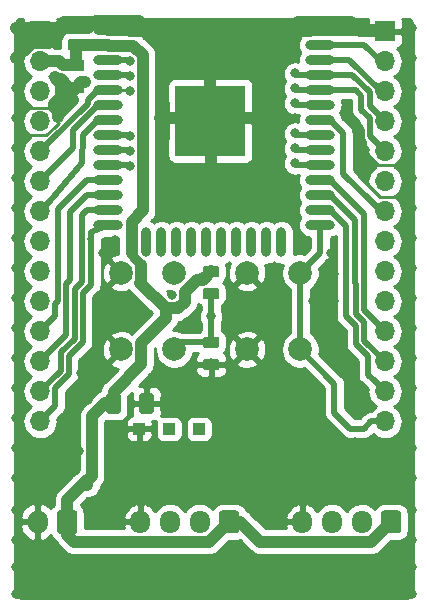
<source format=gbr>
G04 #@! TF.GenerationSoftware,KiCad,Pcbnew,(5.1.2)-1*
G04 #@! TF.CreationDate,2019-06-15T18:16:21+09:00*
G04 #@! TF.ProjectId,ESP32-breakout-THD,45535033-322d-4627-9265-616b6f75742d,rev?*
G04 #@! TF.SameCoordinates,Original*
G04 #@! TF.FileFunction,Copper,L1,Top*
G04 #@! TF.FilePolarity,Positive*
%FSLAX46Y46*%
G04 Gerber Fmt 4.6, Leading zero omitted, Abs format (unit mm)*
G04 Created by KiCad (PCBNEW (5.1.2)-1) date 2019-06-15 18:16:21*
%MOMM*%
%LPD*%
G04 APERTURE LIST*
%ADD10R,1.000000X1.000000*%
%ADD11C,0.100000*%
%ADD12C,1.250000*%
%ADD13O,1.700000X1.700000*%
%ADD14R,1.700000X1.700000*%
%ADD15O,2.500000X0.900000*%
%ADD16O,0.900000X2.500000*%
%ADD17R,6.000000X6.000000*%
%ADD18C,0.975000*%
%ADD19C,2.000000*%
%ADD20C,1.700000*%
%ADD21O,1.700000X2.000000*%
%ADD22O,1.700000X1.950000*%
%ADD23C,2.200000*%
%ADD24C,0.800000*%
%ADD25C,1.000000*%
%ADD26C,0.500000*%
%ADD27C,0.250000*%
%ADD28C,0.254000*%
G04 APERTURE END LIST*
D10*
X157988000Y-128905000D03*
X160528000Y-128905000D03*
D11*
G36*
X156225504Y-125872204D02*
G01*
X156249773Y-125875804D01*
X156273571Y-125881765D01*
X156296671Y-125890030D01*
X156318849Y-125900520D01*
X156339893Y-125913133D01*
X156359598Y-125927747D01*
X156377777Y-125944223D01*
X156394253Y-125962402D01*
X156408867Y-125982107D01*
X156421480Y-126003151D01*
X156431970Y-126025329D01*
X156440235Y-126048429D01*
X156446196Y-126072227D01*
X156449796Y-126096496D01*
X156451000Y-126121000D01*
X156451000Y-127371000D01*
X156449796Y-127395504D01*
X156446196Y-127419773D01*
X156440235Y-127443571D01*
X156431970Y-127466671D01*
X156421480Y-127488849D01*
X156408867Y-127509893D01*
X156394253Y-127529598D01*
X156377777Y-127547777D01*
X156359598Y-127564253D01*
X156339893Y-127578867D01*
X156318849Y-127591480D01*
X156296671Y-127601970D01*
X156273571Y-127610235D01*
X156249773Y-127616196D01*
X156225504Y-127619796D01*
X156201000Y-127621000D01*
X155451000Y-127621000D01*
X155426496Y-127619796D01*
X155402227Y-127616196D01*
X155378429Y-127610235D01*
X155355329Y-127601970D01*
X155333151Y-127591480D01*
X155312107Y-127578867D01*
X155292402Y-127564253D01*
X155274223Y-127547777D01*
X155257747Y-127529598D01*
X155243133Y-127509893D01*
X155230520Y-127488849D01*
X155220030Y-127466671D01*
X155211765Y-127443571D01*
X155205804Y-127419773D01*
X155202204Y-127395504D01*
X155201000Y-127371000D01*
X155201000Y-126121000D01*
X155202204Y-126096496D01*
X155205804Y-126072227D01*
X155211765Y-126048429D01*
X155220030Y-126025329D01*
X155230520Y-126003151D01*
X155243133Y-125982107D01*
X155257747Y-125962402D01*
X155274223Y-125944223D01*
X155292402Y-125927747D01*
X155312107Y-125913133D01*
X155333151Y-125900520D01*
X155355329Y-125890030D01*
X155378429Y-125881765D01*
X155402227Y-125875804D01*
X155426496Y-125872204D01*
X155451000Y-125871000D01*
X156201000Y-125871000D01*
X156225504Y-125872204D01*
X156225504Y-125872204D01*
G37*
D12*
X155826000Y-126746000D03*
D11*
G36*
X159025504Y-125872204D02*
G01*
X159049773Y-125875804D01*
X159073571Y-125881765D01*
X159096671Y-125890030D01*
X159118849Y-125900520D01*
X159139893Y-125913133D01*
X159159598Y-125927747D01*
X159177777Y-125944223D01*
X159194253Y-125962402D01*
X159208867Y-125982107D01*
X159221480Y-126003151D01*
X159231970Y-126025329D01*
X159240235Y-126048429D01*
X159246196Y-126072227D01*
X159249796Y-126096496D01*
X159251000Y-126121000D01*
X159251000Y-127371000D01*
X159249796Y-127395504D01*
X159246196Y-127419773D01*
X159240235Y-127443571D01*
X159231970Y-127466671D01*
X159221480Y-127488849D01*
X159208867Y-127509893D01*
X159194253Y-127529598D01*
X159177777Y-127547777D01*
X159159598Y-127564253D01*
X159139893Y-127578867D01*
X159118849Y-127591480D01*
X159096671Y-127601970D01*
X159073571Y-127610235D01*
X159049773Y-127616196D01*
X159025504Y-127619796D01*
X159001000Y-127621000D01*
X158251000Y-127621000D01*
X158226496Y-127619796D01*
X158202227Y-127616196D01*
X158178429Y-127610235D01*
X158155329Y-127601970D01*
X158133151Y-127591480D01*
X158112107Y-127578867D01*
X158092402Y-127564253D01*
X158074223Y-127547777D01*
X158057747Y-127529598D01*
X158043133Y-127509893D01*
X158030520Y-127488849D01*
X158020030Y-127466671D01*
X158011765Y-127443571D01*
X158005804Y-127419773D01*
X158002204Y-127395504D01*
X158001000Y-127371000D01*
X158001000Y-126121000D01*
X158002204Y-126096496D01*
X158005804Y-126072227D01*
X158011765Y-126048429D01*
X158020030Y-126025329D01*
X158030520Y-126003151D01*
X158043133Y-125982107D01*
X158057747Y-125962402D01*
X158074223Y-125944223D01*
X158092402Y-125927747D01*
X158112107Y-125913133D01*
X158133151Y-125900520D01*
X158155329Y-125890030D01*
X158178429Y-125881765D01*
X158202227Y-125875804D01*
X158226496Y-125872204D01*
X158251000Y-125871000D01*
X159001000Y-125871000D01*
X159025504Y-125872204D01*
X159025504Y-125872204D01*
G37*
D12*
X158626000Y-126746000D03*
D10*
X163068000Y-128905000D03*
D13*
X149606000Y-128270000D03*
X149606000Y-125730000D03*
X149606000Y-123190000D03*
X149606000Y-120650000D03*
X149606000Y-118110000D03*
X149606000Y-115570000D03*
X149606000Y-113030000D03*
X149606000Y-110490000D03*
X149606000Y-107950000D03*
X149606000Y-105410000D03*
X149606000Y-102870000D03*
X149606000Y-100330000D03*
X149606000Y-97790000D03*
D14*
X149606000Y-95250000D03*
D13*
X178816000Y-128270000D03*
X178816000Y-125730000D03*
X178816000Y-123190000D03*
X178816000Y-120650000D03*
X178816000Y-118110000D03*
X178816000Y-115570000D03*
X178816000Y-113030000D03*
X178816000Y-110490000D03*
X178816000Y-107950000D03*
X178816000Y-105410000D03*
X178816000Y-102870000D03*
X178816000Y-100330000D03*
X178816000Y-97790000D03*
D14*
X178816000Y-95250000D03*
D15*
X173330000Y-95110000D03*
X173330000Y-96380000D03*
X173330000Y-97650000D03*
X173330000Y-98920000D03*
X173330000Y-100190000D03*
X173330000Y-101460000D03*
X173330000Y-102730000D03*
X173330000Y-104000000D03*
X173330000Y-105270000D03*
X173330000Y-106540000D03*
X173330000Y-107810000D03*
X173330000Y-109080000D03*
X173330000Y-110350000D03*
X173330000Y-111620000D03*
D16*
X170045000Y-113110000D03*
X168775000Y-113110000D03*
X167505000Y-113110000D03*
X166235000Y-113110000D03*
X164965000Y-113110000D03*
X163695000Y-113110000D03*
X162425000Y-113110000D03*
X161155000Y-113110000D03*
X159885000Y-113110000D03*
X158615000Y-113110000D03*
D15*
X155330000Y-111620000D03*
X155330000Y-110350000D03*
X155330000Y-109080000D03*
X155330000Y-107810000D03*
X155330000Y-106540000D03*
X155330000Y-105270000D03*
X155330000Y-104000000D03*
X155330000Y-102730000D03*
X155330000Y-101460000D03*
X155330000Y-100190000D03*
X155330000Y-98920000D03*
X155330000Y-97650000D03*
X155330000Y-96380000D03*
X155330000Y-95110000D03*
D17*
X164030000Y-102810000D03*
D11*
G36*
X153134142Y-97636174D02*
G01*
X153157803Y-97639684D01*
X153181007Y-97645496D01*
X153203529Y-97653554D01*
X153225153Y-97663782D01*
X153245670Y-97676079D01*
X153264883Y-97690329D01*
X153282607Y-97706393D01*
X153298671Y-97724117D01*
X153312921Y-97743330D01*
X153325218Y-97763847D01*
X153335446Y-97785471D01*
X153343504Y-97807993D01*
X153349316Y-97831197D01*
X153352826Y-97854858D01*
X153354000Y-97878750D01*
X153354000Y-98366250D01*
X153352826Y-98390142D01*
X153349316Y-98413803D01*
X153343504Y-98437007D01*
X153335446Y-98459529D01*
X153325218Y-98481153D01*
X153312921Y-98501670D01*
X153298671Y-98520883D01*
X153282607Y-98538607D01*
X153264883Y-98554671D01*
X153245670Y-98568921D01*
X153225153Y-98581218D01*
X153203529Y-98591446D01*
X153181007Y-98599504D01*
X153157803Y-98605316D01*
X153134142Y-98608826D01*
X153110250Y-98610000D01*
X152197750Y-98610000D01*
X152173858Y-98608826D01*
X152150197Y-98605316D01*
X152126993Y-98599504D01*
X152104471Y-98591446D01*
X152082847Y-98581218D01*
X152062330Y-98568921D01*
X152043117Y-98554671D01*
X152025393Y-98538607D01*
X152009329Y-98520883D01*
X151995079Y-98501670D01*
X151982782Y-98481153D01*
X151972554Y-98459529D01*
X151964496Y-98437007D01*
X151958684Y-98413803D01*
X151955174Y-98390142D01*
X151954000Y-98366250D01*
X151954000Y-97878750D01*
X151955174Y-97854858D01*
X151958684Y-97831197D01*
X151964496Y-97807993D01*
X151972554Y-97785471D01*
X151982782Y-97763847D01*
X151995079Y-97743330D01*
X152009329Y-97724117D01*
X152025393Y-97706393D01*
X152043117Y-97690329D01*
X152062330Y-97676079D01*
X152082847Y-97663782D01*
X152104471Y-97653554D01*
X152126993Y-97645496D01*
X152150197Y-97639684D01*
X152173858Y-97636174D01*
X152197750Y-97635000D01*
X153110250Y-97635000D01*
X153134142Y-97636174D01*
X153134142Y-97636174D01*
G37*
D18*
X152654000Y-98122500D03*
D11*
G36*
X153134142Y-99511174D02*
G01*
X153157803Y-99514684D01*
X153181007Y-99520496D01*
X153203529Y-99528554D01*
X153225153Y-99538782D01*
X153245670Y-99551079D01*
X153264883Y-99565329D01*
X153282607Y-99581393D01*
X153298671Y-99599117D01*
X153312921Y-99618330D01*
X153325218Y-99638847D01*
X153335446Y-99660471D01*
X153343504Y-99682993D01*
X153349316Y-99706197D01*
X153352826Y-99729858D01*
X153354000Y-99753750D01*
X153354000Y-100241250D01*
X153352826Y-100265142D01*
X153349316Y-100288803D01*
X153343504Y-100312007D01*
X153335446Y-100334529D01*
X153325218Y-100356153D01*
X153312921Y-100376670D01*
X153298671Y-100395883D01*
X153282607Y-100413607D01*
X153264883Y-100429671D01*
X153245670Y-100443921D01*
X153225153Y-100456218D01*
X153203529Y-100466446D01*
X153181007Y-100474504D01*
X153157803Y-100480316D01*
X153134142Y-100483826D01*
X153110250Y-100485000D01*
X152197750Y-100485000D01*
X152173858Y-100483826D01*
X152150197Y-100480316D01*
X152126993Y-100474504D01*
X152104471Y-100466446D01*
X152082847Y-100456218D01*
X152062330Y-100443921D01*
X152043117Y-100429671D01*
X152025393Y-100413607D01*
X152009329Y-100395883D01*
X151995079Y-100376670D01*
X151982782Y-100356153D01*
X151972554Y-100334529D01*
X151964496Y-100312007D01*
X151958684Y-100288803D01*
X151955174Y-100265142D01*
X151954000Y-100241250D01*
X151954000Y-99753750D01*
X151955174Y-99729858D01*
X151958684Y-99706197D01*
X151964496Y-99682993D01*
X151972554Y-99660471D01*
X151982782Y-99638847D01*
X151995079Y-99618330D01*
X152009329Y-99599117D01*
X152025393Y-99581393D01*
X152043117Y-99565329D01*
X152062330Y-99551079D01*
X152082847Y-99538782D01*
X152104471Y-99528554D01*
X152126993Y-99520496D01*
X152150197Y-99514684D01*
X152173858Y-99511174D01*
X152197750Y-99510000D01*
X153110250Y-99510000D01*
X153134142Y-99511174D01*
X153134142Y-99511174D01*
G37*
D18*
X152654000Y-99997500D03*
D11*
G36*
X153134142Y-94001674D02*
G01*
X153157803Y-94005184D01*
X153181007Y-94010996D01*
X153203529Y-94019054D01*
X153225153Y-94029282D01*
X153245670Y-94041579D01*
X153264883Y-94055829D01*
X153282607Y-94071893D01*
X153298671Y-94089617D01*
X153312921Y-94108830D01*
X153325218Y-94129347D01*
X153335446Y-94150971D01*
X153343504Y-94173493D01*
X153349316Y-94196697D01*
X153352826Y-94220358D01*
X153354000Y-94244250D01*
X153354000Y-94731750D01*
X153352826Y-94755642D01*
X153349316Y-94779303D01*
X153343504Y-94802507D01*
X153335446Y-94825029D01*
X153325218Y-94846653D01*
X153312921Y-94867170D01*
X153298671Y-94886383D01*
X153282607Y-94904107D01*
X153264883Y-94920171D01*
X153245670Y-94934421D01*
X153225153Y-94946718D01*
X153203529Y-94956946D01*
X153181007Y-94965004D01*
X153157803Y-94970816D01*
X153134142Y-94974326D01*
X153110250Y-94975500D01*
X152197750Y-94975500D01*
X152173858Y-94974326D01*
X152150197Y-94970816D01*
X152126993Y-94965004D01*
X152104471Y-94956946D01*
X152082847Y-94946718D01*
X152062330Y-94934421D01*
X152043117Y-94920171D01*
X152025393Y-94904107D01*
X152009329Y-94886383D01*
X151995079Y-94867170D01*
X151982782Y-94846653D01*
X151972554Y-94825029D01*
X151964496Y-94802507D01*
X151958684Y-94779303D01*
X151955174Y-94755642D01*
X151954000Y-94731750D01*
X151954000Y-94244250D01*
X151955174Y-94220358D01*
X151958684Y-94196697D01*
X151964496Y-94173493D01*
X151972554Y-94150971D01*
X151982782Y-94129347D01*
X151995079Y-94108830D01*
X152009329Y-94089617D01*
X152025393Y-94071893D01*
X152043117Y-94055829D01*
X152062330Y-94041579D01*
X152082847Y-94029282D01*
X152104471Y-94019054D01*
X152126993Y-94010996D01*
X152150197Y-94005184D01*
X152173858Y-94001674D01*
X152197750Y-94000500D01*
X153110250Y-94000500D01*
X153134142Y-94001674D01*
X153134142Y-94001674D01*
G37*
D18*
X152654000Y-94488000D03*
D11*
G36*
X153134142Y-95876674D02*
G01*
X153157803Y-95880184D01*
X153181007Y-95885996D01*
X153203529Y-95894054D01*
X153225153Y-95904282D01*
X153245670Y-95916579D01*
X153264883Y-95930829D01*
X153282607Y-95946893D01*
X153298671Y-95964617D01*
X153312921Y-95983830D01*
X153325218Y-96004347D01*
X153335446Y-96025971D01*
X153343504Y-96048493D01*
X153349316Y-96071697D01*
X153352826Y-96095358D01*
X153354000Y-96119250D01*
X153354000Y-96606750D01*
X153352826Y-96630642D01*
X153349316Y-96654303D01*
X153343504Y-96677507D01*
X153335446Y-96700029D01*
X153325218Y-96721653D01*
X153312921Y-96742170D01*
X153298671Y-96761383D01*
X153282607Y-96779107D01*
X153264883Y-96795171D01*
X153245670Y-96809421D01*
X153225153Y-96821718D01*
X153203529Y-96831946D01*
X153181007Y-96840004D01*
X153157803Y-96845816D01*
X153134142Y-96849326D01*
X153110250Y-96850500D01*
X152197750Y-96850500D01*
X152173858Y-96849326D01*
X152150197Y-96845816D01*
X152126993Y-96840004D01*
X152104471Y-96831946D01*
X152082847Y-96821718D01*
X152062330Y-96809421D01*
X152043117Y-96795171D01*
X152025393Y-96779107D01*
X152009329Y-96761383D01*
X151995079Y-96742170D01*
X151982782Y-96721653D01*
X151972554Y-96700029D01*
X151964496Y-96677507D01*
X151958684Y-96654303D01*
X151955174Y-96630642D01*
X151954000Y-96606750D01*
X151954000Y-96119250D01*
X151955174Y-96095358D01*
X151958684Y-96071697D01*
X151964496Y-96048493D01*
X151972554Y-96025971D01*
X151982782Y-96004347D01*
X151995079Y-95983830D01*
X152009329Y-95964617D01*
X152025393Y-95946893D01*
X152043117Y-95930829D01*
X152062330Y-95916579D01*
X152082847Y-95904282D01*
X152104471Y-95894054D01*
X152126993Y-95885996D01*
X152150197Y-95880184D01*
X152173858Y-95876674D01*
X152197750Y-95875500D01*
X153110250Y-95875500D01*
X153134142Y-95876674D01*
X153134142Y-95876674D01*
G37*
D18*
X152654000Y-96363000D03*
D11*
G36*
X164564142Y-121082674D02*
G01*
X164587803Y-121086184D01*
X164611007Y-121091996D01*
X164633529Y-121100054D01*
X164655153Y-121110282D01*
X164675670Y-121122579D01*
X164694883Y-121136829D01*
X164712607Y-121152893D01*
X164728671Y-121170617D01*
X164742921Y-121189830D01*
X164755218Y-121210347D01*
X164765446Y-121231971D01*
X164773504Y-121254493D01*
X164779316Y-121277697D01*
X164782826Y-121301358D01*
X164784000Y-121325250D01*
X164784000Y-121812750D01*
X164782826Y-121836642D01*
X164779316Y-121860303D01*
X164773504Y-121883507D01*
X164765446Y-121906029D01*
X164755218Y-121927653D01*
X164742921Y-121948170D01*
X164728671Y-121967383D01*
X164712607Y-121985107D01*
X164694883Y-122001171D01*
X164675670Y-122015421D01*
X164655153Y-122027718D01*
X164633529Y-122037946D01*
X164611007Y-122046004D01*
X164587803Y-122051816D01*
X164564142Y-122055326D01*
X164540250Y-122056500D01*
X163627750Y-122056500D01*
X163603858Y-122055326D01*
X163580197Y-122051816D01*
X163556993Y-122046004D01*
X163534471Y-122037946D01*
X163512847Y-122027718D01*
X163492330Y-122015421D01*
X163473117Y-122001171D01*
X163455393Y-121985107D01*
X163439329Y-121967383D01*
X163425079Y-121948170D01*
X163412782Y-121927653D01*
X163402554Y-121906029D01*
X163394496Y-121883507D01*
X163388684Y-121860303D01*
X163385174Y-121836642D01*
X163384000Y-121812750D01*
X163384000Y-121325250D01*
X163385174Y-121301358D01*
X163388684Y-121277697D01*
X163394496Y-121254493D01*
X163402554Y-121231971D01*
X163412782Y-121210347D01*
X163425079Y-121189830D01*
X163439329Y-121170617D01*
X163455393Y-121152893D01*
X163473117Y-121136829D01*
X163492330Y-121122579D01*
X163512847Y-121110282D01*
X163534471Y-121100054D01*
X163556993Y-121091996D01*
X163580197Y-121086184D01*
X163603858Y-121082674D01*
X163627750Y-121081500D01*
X164540250Y-121081500D01*
X164564142Y-121082674D01*
X164564142Y-121082674D01*
G37*
D18*
X164084000Y-121569000D03*
D11*
G36*
X164564142Y-122957674D02*
G01*
X164587803Y-122961184D01*
X164611007Y-122966996D01*
X164633529Y-122975054D01*
X164655153Y-122985282D01*
X164675670Y-122997579D01*
X164694883Y-123011829D01*
X164712607Y-123027893D01*
X164728671Y-123045617D01*
X164742921Y-123064830D01*
X164755218Y-123085347D01*
X164765446Y-123106971D01*
X164773504Y-123129493D01*
X164779316Y-123152697D01*
X164782826Y-123176358D01*
X164784000Y-123200250D01*
X164784000Y-123687750D01*
X164782826Y-123711642D01*
X164779316Y-123735303D01*
X164773504Y-123758507D01*
X164765446Y-123781029D01*
X164755218Y-123802653D01*
X164742921Y-123823170D01*
X164728671Y-123842383D01*
X164712607Y-123860107D01*
X164694883Y-123876171D01*
X164675670Y-123890421D01*
X164655153Y-123902718D01*
X164633529Y-123912946D01*
X164611007Y-123921004D01*
X164587803Y-123926816D01*
X164564142Y-123930326D01*
X164540250Y-123931500D01*
X163627750Y-123931500D01*
X163603858Y-123930326D01*
X163580197Y-123926816D01*
X163556993Y-123921004D01*
X163534471Y-123912946D01*
X163512847Y-123902718D01*
X163492330Y-123890421D01*
X163473117Y-123876171D01*
X163455393Y-123860107D01*
X163439329Y-123842383D01*
X163425079Y-123823170D01*
X163412782Y-123802653D01*
X163402554Y-123781029D01*
X163394496Y-123758507D01*
X163388684Y-123735303D01*
X163385174Y-123711642D01*
X163384000Y-123687750D01*
X163384000Y-123200250D01*
X163385174Y-123176358D01*
X163388684Y-123152697D01*
X163394496Y-123129493D01*
X163402554Y-123106971D01*
X163412782Y-123085347D01*
X163425079Y-123064830D01*
X163439329Y-123045617D01*
X163455393Y-123027893D01*
X163473117Y-123011829D01*
X163492330Y-122997579D01*
X163512847Y-122985282D01*
X163534471Y-122975054D01*
X163556993Y-122966996D01*
X163580197Y-122961184D01*
X163603858Y-122957674D01*
X163627750Y-122956500D01*
X164540250Y-122956500D01*
X164564142Y-122957674D01*
X164564142Y-122957674D01*
G37*
D18*
X164084000Y-123444000D03*
D11*
G36*
X164564142Y-115083674D02*
G01*
X164587803Y-115087184D01*
X164611007Y-115092996D01*
X164633529Y-115101054D01*
X164655153Y-115111282D01*
X164675670Y-115123579D01*
X164694883Y-115137829D01*
X164712607Y-115153893D01*
X164728671Y-115171617D01*
X164742921Y-115190830D01*
X164755218Y-115211347D01*
X164765446Y-115232971D01*
X164773504Y-115255493D01*
X164779316Y-115278697D01*
X164782826Y-115302358D01*
X164784000Y-115326250D01*
X164784000Y-115813750D01*
X164782826Y-115837642D01*
X164779316Y-115861303D01*
X164773504Y-115884507D01*
X164765446Y-115907029D01*
X164755218Y-115928653D01*
X164742921Y-115949170D01*
X164728671Y-115968383D01*
X164712607Y-115986107D01*
X164694883Y-116002171D01*
X164675670Y-116016421D01*
X164655153Y-116028718D01*
X164633529Y-116038946D01*
X164611007Y-116047004D01*
X164587803Y-116052816D01*
X164564142Y-116056326D01*
X164540250Y-116057500D01*
X163627750Y-116057500D01*
X163603858Y-116056326D01*
X163580197Y-116052816D01*
X163556993Y-116047004D01*
X163534471Y-116038946D01*
X163512847Y-116028718D01*
X163492330Y-116016421D01*
X163473117Y-116002171D01*
X163455393Y-115986107D01*
X163439329Y-115968383D01*
X163425079Y-115949170D01*
X163412782Y-115928653D01*
X163402554Y-115907029D01*
X163394496Y-115884507D01*
X163388684Y-115861303D01*
X163385174Y-115837642D01*
X163384000Y-115813750D01*
X163384000Y-115326250D01*
X163385174Y-115302358D01*
X163388684Y-115278697D01*
X163394496Y-115255493D01*
X163402554Y-115232971D01*
X163412782Y-115211347D01*
X163425079Y-115190830D01*
X163439329Y-115171617D01*
X163455393Y-115153893D01*
X163473117Y-115137829D01*
X163492330Y-115123579D01*
X163512847Y-115111282D01*
X163534471Y-115101054D01*
X163556993Y-115092996D01*
X163580197Y-115087184D01*
X163603858Y-115083674D01*
X163627750Y-115082500D01*
X164540250Y-115082500D01*
X164564142Y-115083674D01*
X164564142Y-115083674D01*
G37*
D18*
X164084000Y-115570000D03*
D11*
G36*
X164564142Y-116958674D02*
G01*
X164587803Y-116962184D01*
X164611007Y-116967996D01*
X164633529Y-116976054D01*
X164655153Y-116986282D01*
X164675670Y-116998579D01*
X164694883Y-117012829D01*
X164712607Y-117028893D01*
X164728671Y-117046617D01*
X164742921Y-117065830D01*
X164755218Y-117086347D01*
X164765446Y-117107971D01*
X164773504Y-117130493D01*
X164779316Y-117153697D01*
X164782826Y-117177358D01*
X164784000Y-117201250D01*
X164784000Y-117688750D01*
X164782826Y-117712642D01*
X164779316Y-117736303D01*
X164773504Y-117759507D01*
X164765446Y-117782029D01*
X164755218Y-117803653D01*
X164742921Y-117824170D01*
X164728671Y-117843383D01*
X164712607Y-117861107D01*
X164694883Y-117877171D01*
X164675670Y-117891421D01*
X164655153Y-117903718D01*
X164633529Y-117913946D01*
X164611007Y-117922004D01*
X164587803Y-117927816D01*
X164564142Y-117931326D01*
X164540250Y-117932500D01*
X163627750Y-117932500D01*
X163603858Y-117931326D01*
X163580197Y-117927816D01*
X163556993Y-117922004D01*
X163534471Y-117913946D01*
X163512847Y-117903718D01*
X163492330Y-117891421D01*
X163473117Y-117877171D01*
X163455393Y-117861107D01*
X163439329Y-117843383D01*
X163425079Y-117824170D01*
X163412782Y-117803653D01*
X163402554Y-117782029D01*
X163394496Y-117759507D01*
X163388684Y-117736303D01*
X163385174Y-117712642D01*
X163384000Y-117688750D01*
X163384000Y-117201250D01*
X163385174Y-117177358D01*
X163388684Y-117153697D01*
X163394496Y-117130493D01*
X163402554Y-117107971D01*
X163412782Y-117086347D01*
X163425079Y-117065830D01*
X163439329Y-117046617D01*
X163455393Y-117028893D01*
X163473117Y-117012829D01*
X163492330Y-116998579D01*
X163512847Y-116986282D01*
X163534471Y-116976054D01*
X163556993Y-116967996D01*
X163580197Y-116962184D01*
X163603858Y-116958674D01*
X163627750Y-116957500D01*
X164540250Y-116957500D01*
X164564142Y-116958674D01*
X164564142Y-116958674D01*
G37*
D18*
X164084000Y-117445000D03*
D19*
X160964000Y-122174000D03*
X156464000Y-122174000D03*
X160964000Y-115674000D03*
X156464000Y-115674000D03*
X167132000Y-115674000D03*
X171632000Y-115674000D03*
X167132000Y-122174000D03*
X171632000Y-122174000D03*
D11*
G36*
X152516504Y-135780204D02*
G01*
X152540773Y-135783804D01*
X152564571Y-135789765D01*
X152587671Y-135798030D01*
X152609849Y-135808520D01*
X152630893Y-135821133D01*
X152650598Y-135835747D01*
X152668777Y-135852223D01*
X152685253Y-135870402D01*
X152699867Y-135890107D01*
X152712480Y-135911151D01*
X152722970Y-135933329D01*
X152731235Y-135956429D01*
X152737196Y-135980227D01*
X152740796Y-136004496D01*
X152742000Y-136029000D01*
X152742000Y-137529000D01*
X152740796Y-137553504D01*
X152737196Y-137577773D01*
X152731235Y-137601571D01*
X152722970Y-137624671D01*
X152712480Y-137646849D01*
X152699867Y-137667893D01*
X152685253Y-137687598D01*
X152668777Y-137705777D01*
X152650598Y-137722253D01*
X152630893Y-137736867D01*
X152609849Y-137749480D01*
X152587671Y-137759970D01*
X152564571Y-137768235D01*
X152540773Y-137774196D01*
X152516504Y-137777796D01*
X152492000Y-137779000D01*
X151292000Y-137779000D01*
X151267496Y-137777796D01*
X151243227Y-137774196D01*
X151219429Y-137768235D01*
X151196329Y-137759970D01*
X151174151Y-137749480D01*
X151153107Y-137736867D01*
X151133402Y-137722253D01*
X151115223Y-137705777D01*
X151098747Y-137687598D01*
X151084133Y-137667893D01*
X151071520Y-137646849D01*
X151061030Y-137624671D01*
X151052765Y-137601571D01*
X151046804Y-137577773D01*
X151043204Y-137553504D01*
X151042000Y-137529000D01*
X151042000Y-136029000D01*
X151043204Y-136004496D01*
X151046804Y-135980227D01*
X151052765Y-135956429D01*
X151061030Y-135933329D01*
X151071520Y-135911151D01*
X151084133Y-135890107D01*
X151098747Y-135870402D01*
X151115223Y-135852223D01*
X151133402Y-135835747D01*
X151153107Y-135821133D01*
X151174151Y-135808520D01*
X151196329Y-135798030D01*
X151219429Y-135789765D01*
X151243227Y-135783804D01*
X151267496Y-135780204D01*
X151292000Y-135779000D01*
X152492000Y-135779000D01*
X152516504Y-135780204D01*
X152516504Y-135780204D01*
G37*
D20*
X151892000Y-136779000D03*
D21*
X149392000Y-136779000D03*
D11*
G36*
X179948504Y-135805204D02*
G01*
X179972773Y-135808804D01*
X179996571Y-135814765D01*
X180019671Y-135823030D01*
X180041849Y-135833520D01*
X180062893Y-135846133D01*
X180082598Y-135860747D01*
X180100777Y-135877223D01*
X180117253Y-135895402D01*
X180131867Y-135915107D01*
X180144480Y-135936151D01*
X180154970Y-135958329D01*
X180163235Y-135981429D01*
X180169196Y-136005227D01*
X180172796Y-136029496D01*
X180174000Y-136054000D01*
X180174000Y-137504000D01*
X180172796Y-137528504D01*
X180169196Y-137552773D01*
X180163235Y-137576571D01*
X180154970Y-137599671D01*
X180144480Y-137621849D01*
X180131867Y-137642893D01*
X180117253Y-137662598D01*
X180100777Y-137680777D01*
X180082598Y-137697253D01*
X180062893Y-137711867D01*
X180041849Y-137724480D01*
X180019671Y-137734970D01*
X179996571Y-137743235D01*
X179972773Y-137749196D01*
X179948504Y-137752796D01*
X179924000Y-137754000D01*
X178724000Y-137754000D01*
X178699496Y-137752796D01*
X178675227Y-137749196D01*
X178651429Y-137743235D01*
X178628329Y-137734970D01*
X178606151Y-137724480D01*
X178585107Y-137711867D01*
X178565402Y-137697253D01*
X178547223Y-137680777D01*
X178530747Y-137662598D01*
X178516133Y-137642893D01*
X178503520Y-137621849D01*
X178493030Y-137599671D01*
X178484765Y-137576571D01*
X178478804Y-137552773D01*
X178475204Y-137528504D01*
X178474000Y-137504000D01*
X178474000Y-136054000D01*
X178475204Y-136029496D01*
X178478804Y-136005227D01*
X178484765Y-135981429D01*
X178493030Y-135958329D01*
X178503520Y-135936151D01*
X178516133Y-135915107D01*
X178530747Y-135895402D01*
X178547223Y-135877223D01*
X178565402Y-135860747D01*
X178585107Y-135846133D01*
X178606151Y-135833520D01*
X178628329Y-135823030D01*
X178651429Y-135814765D01*
X178675227Y-135808804D01*
X178699496Y-135805204D01*
X178724000Y-135804000D01*
X179924000Y-135804000D01*
X179948504Y-135805204D01*
X179948504Y-135805204D01*
G37*
D20*
X179324000Y-136779000D03*
D22*
X176824000Y-136779000D03*
X174324000Y-136779000D03*
X171824000Y-136779000D03*
D11*
G36*
X166232504Y-135805204D02*
G01*
X166256773Y-135808804D01*
X166280571Y-135814765D01*
X166303671Y-135823030D01*
X166325849Y-135833520D01*
X166346893Y-135846133D01*
X166366598Y-135860747D01*
X166384777Y-135877223D01*
X166401253Y-135895402D01*
X166415867Y-135915107D01*
X166428480Y-135936151D01*
X166438970Y-135958329D01*
X166447235Y-135981429D01*
X166453196Y-136005227D01*
X166456796Y-136029496D01*
X166458000Y-136054000D01*
X166458000Y-137504000D01*
X166456796Y-137528504D01*
X166453196Y-137552773D01*
X166447235Y-137576571D01*
X166438970Y-137599671D01*
X166428480Y-137621849D01*
X166415867Y-137642893D01*
X166401253Y-137662598D01*
X166384777Y-137680777D01*
X166366598Y-137697253D01*
X166346893Y-137711867D01*
X166325849Y-137724480D01*
X166303671Y-137734970D01*
X166280571Y-137743235D01*
X166256773Y-137749196D01*
X166232504Y-137752796D01*
X166208000Y-137754000D01*
X165008000Y-137754000D01*
X164983496Y-137752796D01*
X164959227Y-137749196D01*
X164935429Y-137743235D01*
X164912329Y-137734970D01*
X164890151Y-137724480D01*
X164869107Y-137711867D01*
X164849402Y-137697253D01*
X164831223Y-137680777D01*
X164814747Y-137662598D01*
X164800133Y-137642893D01*
X164787520Y-137621849D01*
X164777030Y-137599671D01*
X164768765Y-137576571D01*
X164762804Y-137552773D01*
X164759204Y-137528504D01*
X164758000Y-137504000D01*
X164758000Y-136054000D01*
X164759204Y-136029496D01*
X164762804Y-136005227D01*
X164768765Y-135981429D01*
X164777030Y-135958329D01*
X164787520Y-135936151D01*
X164800133Y-135915107D01*
X164814747Y-135895402D01*
X164831223Y-135877223D01*
X164849402Y-135860747D01*
X164869107Y-135846133D01*
X164890151Y-135833520D01*
X164912329Y-135823030D01*
X164935429Y-135814765D01*
X164959227Y-135808804D01*
X164983496Y-135805204D01*
X165008000Y-135804000D01*
X166208000Y-135804000D01*
X166232504Y-135805204D01*
X166232504Y-135805204D01*
G37*
D20*
X165608000Y-136779000D03*
D22*
X163108000Y-136779000D03*
X160608000Y-136779000D03*
X158108000Y-136779000D03*
D23*
X164084000Y-126111000D03*
D24*
X168656000Y-131572000D03*
D23*
X164084000Y-102743000D03*
D24*
X166370000Y-100584000D03*
X166370000Y-102616000D03*
X164846000Y-107950000D03*
X166370000Y-104902000D03*
X164846000Y-110490000D03*
X153924000Y-94742000D03*
X167386000Y-107950000D03*
X162306000Y-107950000D03*
X159766000Y-95250000D03*
X167386000Y-95250000D03*
X169926000Y-95250000D03*
X167386000Y-110490000D03*
X162306000Y-110490000D03*
X159766000Y-97790000D03*
X162306000Y-97790000D03*
X164846000Y-97790000D03*
X167386000Y-97790000D03*
X174498000Y-115824000D03*
X174498000Y-118110000D03*
X171958000Y-113411000D03*
X171196000Y-108458000D03*
X171196000Y-110490000D03*
X174498000Y-121412000D03*
X159766000Y-102616000D03*
X159766000Y-105410000D03*
X160401000Y-107950000D03*
X160401000Y-110490000D03*
X181102000Y-94996000D03*
X147574000Y-94996000D03*
X181102000Y-97536000D03*
X147574000Y-97536000D03*
X181102000Y-100076000D03*
X147574000Y-100076000D03*
X181102000Y-102616000D03*
X147574000Y-102616000D03*
X181102000Y-105156000D03*
X147574000Y-105156000D03*
X181102000Y-107696000D03*
X147574000Y-107696000D03*
X181102000Y-110236000D03*
X147574000Y-110236000D03*
X181102000Y-112776000D03*
X147574000Y-112776000D03*
X181102000Y-115316000D03*
X147574000Y-115316000D03*
X181102000Y-117856000D03*
X147574000Y-117856000D03*
X181102000Y-120396000D03*
X147574000Y-120396000D03*
X181102000Y-122936000D03*
X147574000Y-122936000D03*
X181102000Y-125476000D03*
X147574000Y-125476000D03*
X181102000Y-128016000D03*
X147574000Y-128016000D03*
X181102000Y-130556000D03*
X147574000Y-130556000D03*
X181102000Y-135763000D03*
X147574000Y-135763000D03*
X147574000Y-138303000D03*
X168402000Y-142875000D03*
X170942000Y-142875000D03*
X173482000Y-142875000D03*
X176022000Y-142875000D03*
X178562000Y-142875000D03*
X181102000Y-142875000D03*
X147574000Y-142875000D03*
X150114000Y-142875000D03*
X152654000Y-142875000D03*
X155194000Y-142875000D03*
X157734000Y-142875000D03*
X160274000Y-142875000D03*
X162814000Y-142875000D03*
X165354000Y-142875000D03*
X172212000Y-95250000D03*
X174752000Y-95250000D03*
X177292000Y-95250000D03*
X157226000Y-95250000D03*
X157226000Y-95250000D03*
X150876000Y-99060000D03*
X147574000Y-133096000D03*
X181102000Y-133096000D03*
X158242000Y-135001000D03*
X176276000Y-127508000D03*
X176530000Y-135001000D03*
X176276000Y-130048000D03*
X175641000Y-132461000D03*
X152400000Y-127508000D03*
X170434000Y-131572000D03*
X172974000Y-131572000D03*
X166624000Y-129540000D03*
X166624000Y-127508000D03*
X170688000Y-129540000D03*
X172720000Y-127508000D03*
X168656000Y-129540000D03*
X166624000Y-127508000D03*
X166878000Y-133731000D03*
X170434000Y-133731000D03*
X168910000Y-133731000D03*
X172974000Y-133223000D03*
X165100000Y-95250000D03*
X162560000Y-95250000D03*
X151638000Y-132715000D03*
X154940000Y-136144000D03*
X155956000Y-128905000D03*
X151638000Y-100076000D03*
X153416000Y-99568000D03*
X152400000Y-101092000D03*
X151384000Y-101092000D03*
X150876000Y-96266000D03*
X154940000Y-114046000D03*
X168656000Y-127508000D03*
X170688000Y-127508000D03*
X166624000Y-125222000D03*
X168656000Y-125222000D03*
X170688000Y-125222000D03*
X172720000Y-125222000D03*
X166624000Y-131572000D03*
X164084000Y-104902000D03*
X164084000Y-100584000D03*
X161798000Y-102616000D03*
X161798000Y-104902000D03*
X161798000Y-100584000D03*
X155956000Y-131572000D03*
X154432000Y-125222000D03*
X147574000Y-140589000D03*
X181102000Y-140589000D03*
X181102000Y-138303000D03*
X172720000Y-129540000D03*
X169291000Y-110490000D03*
X169291000Y-107950000D03*
X168910000Y-104902000D03*
X168910000Y-102616000D03*
X168910000Y-100584000D03*
X170180000Y-120142000D03*
X176276000Y-125222000D03*
X169418000Y-116840000D03*
X167132000Y-118872000D03*
X172720000Y-118110000D03*
X161290000Y-125222000D03*
X165862000Y-119888000D03*
X162052000Y-119888000D03*
X156464000Y-119126000D03*
X158750000Y-125222000D03*
X160782000Y-117602000D03*
X154686000Y-119126000D03*
X154432000Y-122936000D03*
X153670000Y-126492000D03*
X150622000Y-130429000D03*
X152908000Y-130810000D03*
X150622000Y-133223000D03*
X155956000Y-133096000D03*
X161925000Y-133223000D03*
X164338000Y-133096000D03*
X159258000Y-133096000D03*
X162052000Y-135001000D03*
X164592000Y-135001000D03*
X172974000Y-135001000D03*
X170942000Y-135001000D03*
X164338000Y-131572000D03*
X161798000Y-131191000D03*
X176022000Y-123444000D03*
X168910000Y-106553000D03*
X154432000Y-120904000D03*
X153035000Y-124206000D03*
X161290000Y-127127000D03*
X155956000Y-112903000D03*
X174244000Y-114046000D03*
X175514000Y-102362000D03*
X176530000Y-103505000D03*
X171196000Y-102616000D03*
X164084000Y-106680000D03*
X157226000Y-97790000D03*
X164084000Y-119380000D03*
X157226000Y-106680000D03*
X157226000Y-105410000D03*
X157226000Y-104140000D03*
X157226000Y-100330000D03*
X157226000Y-99060000D03*
X171196000Y-98806000D03*
X171196000Y-100076000D03*
X171196000Y-101346000D03*
X171196000Y-103886000D03*
X171196000Y-105156000D03*
X171196000Y-106426000D03*
D25*
X155313000Y-96363000D02*
X155330000Y-96380000D01*
X152654000Y-96363000D02*
X155313000Y-96363000D01*
X151227000Y-97790000D02*
X149606000Y-97790000D01*
X152654000Y-96363000D02*
X152654000Y-98122500D01*
X151559500Y-98122500D02*
X152654000Y-98122500D01*
X151227000Y-97790000D02*
X151559500Y-98122500D01*
X158326001Y-97261999D02*
X158326001Y-110405999D01*
X157514011Y-96450009D02*
X158326001Y-97261999D01*
X155400009Y-96450009D02*
X157514011Y-96450009D01*
X155330000Y-96380000D02*
X155400009Y-96450009D01*
X151892000Y-135679000D02*
X151892000Y-136779000D01*
X151892000Y-134896998D02*
X151892000Y-135679000D01*
X153141999Y-133646999D02*
X151892000Y-134896998D01*
X153604003Y-133646999D02*
X153141999Y-133646999D01*
X164709628Y-137677372D02*
X165608000Y-136779000D01*
X163932990Y-138454010D02*
X164709628Y-137677372D01*
X152467010Y-138454010D02*
X163932990Y-138454010D01*
X151892000Y-137879000D02*
X152467010Y-138454010D01*
X151892000Y-136779000D02*
X151892000Y-137879000D01*
X163527763Y-116126237D02*
X163368083Y-116126237D01*
X164084000Y-115570000D02*
X163527763Y-116126237D01*
X178425628Y-137677372D02*
X179324000Y-136779000D01*
X177648990Y-138454010D02*
X178425628Y-137677372D01*
X168233010Y-138454010D02*
X177648990Y-138454010D01*
X166558000Y-136779000D02*
X168233010Y-138454010D01*
X165608000Y-136779000D02*
X166558000Y-136779000D01*
X157353000Y-111379000D02*
X157353000Y-114046998D01*
X158326001Y-110405999D02*
X157353000Y-111379000D01*
D26*
X157353000Y-114416998D02*
X157988000Y-115051998D01*
X157353000Y-114046998D02*
X157353000Y-114416998D01*
D25*
X154008001Y-132862001D02*
X153350003Y-133519999D01*
X154008001Y-127838999D02*
X154008001Y-132862001D01*
X155101000Y-126746000D02*
X154008001Y-127838999D01*
X155826000Y-126746000D02*
X155101000Y-126746000D01*
X158103000Y-116551002D02*
X158164001Y-116490001D01*
X163396510Y-116257490D02*
X162896512Y-116257490D01*
X163527763Y-116126237D02*
X163396510Y-116257490D01*
X160253999Y-118702001D02*
X158103000Y-116551002D01*
X162896512Y-116257490D02*
X161882001Y-117272001D01*
X158164001Y-116490001D02*
X158164001Y-115051998D01*
X161882001Y-117272001D02*
X161882001Y-118130001D01*
X161882001Y-118130001D02*
X161310001Y-118702001D01*
X161310001Y-118702001D02*
X160253999Y-118702001D01*
X155826000Y-125771000D02*
X155826000Y-126746000D01*
X158164001Y-123432999D02*
X155826000Y-125771000D01*
X158164001Y-121616999D02*
X158164001Y-123432999D01*
X160253999Y-119527001D02*
X158164001Y-121616999D01*
X160253999Y-118702001D02*
X160253999Y-119527001D01*
D26*
X158164001Y-114731807D02*
X158164001Y-115051998D01*
X157479192Y-114046998D02*
X158164001Y-114731807D01*
X157353000Y-114046998D02*
X157479192Y-114046998D01*
D25*
X177025000Y-95110000D02*
X177165000Y-95250000D01*
X173330000Y-95110000D02*
X177025000Y-95110000D01*
X154708000Y-94488000D02*
X155330000Y-95110000D01*
X152654000Y-94488000D02*
X154708000Y-94488000D01*
X157086000Y-95110000D02*
X157226000Y-95250000D01*
X155330000Y-95110000D02*
X157086000Y-95110000D01*
X152654000Y-99997500D02*
X152321500Y-99997500D01*
X178295000Y-95110000D02*
X178435000Y-95250000D01*
X173330000Y-95110000D02*
X178295000Y-95110000D01*
X152654000Y-99997500D02*
X152067500Y-99997500D01*
X152067500Y-99997500D02*
X151384000Y-99314000D01*
X160470000Y-95250000D02*
X164030000Y-98810000D01*
X157226000Y-95250000D02*
X160470000Y-95250000D01*
X164030000Y-98810000D02*
X164030000Y-102810000D01*
X167610010Y-95229990D02*
X164030000Y-98810000D01*
X172486010Y-95229990D02*
X167610010Y-95229990D01*
X172606000Y-95110000D02*
X172486010Y-95229990D01*
X173330000Y-95110000D02*
X172606000Y-95110000D01*
X164030000Y-102810000D02*
X164030000Y-102810000D01*
X151813500Y-100838000D02*
X152654000Y-99997500D01*
X151384000Y-100838000D02*
X151813500Y-100838000D01*
X151062440Y-99322510D02*
X150837965Y-99098035D01*
X151384000Y-100838000D02*
X151384000Y-99644070D01*
X151384000Y-99644070D02*
X151062440Y-99322510D01*
X153083500Y-99568000D02*
X152654000Y-99997500D01*
X153416000Y-99568000D02*
X153083500Y-99568000D01*
X147828000Y-95250000D02*
X147574000Y-94996000D01*
X149606000Y-95250000D02*
X147828000Y-95250000D01*
X149606000Y-95250000D02*
X149606000Y-95504000D01*
X149606000Y-95250000D02*
X149860000Y-95250000D01*
X149860000Y-95250000D02*
X150876000Y-96266000D01*
X150876000Y-95250000D02*
X150876000Y-96266000D01*
X151638000Y-94488000D02*
X150876000Y-95250000D01*
X152654000Y-94488000D02*
X151638000Y-94488000D01*
X153670000Y-94996000D02*
X153924000Y-94742000D01*
X147574000Y-94996000D02*
X153670000Y-94996000D01*
X148717000Y-96139000D02*
X148717000Y-96393000D01*
X147574000Y-94996000D02*
X148717000Y-96139000D01*
X149606000Y-95504000D02*
X148717000Y-96393000D01*
X148717000Y-96393000D02*
X147574000Y-97536000D01*
D27*
X148495001Y-101694999D02*
X150527001Y-101694999D01*
X147574000Y-102616000D02*
X148495001Y-101694999D01*
D25*
X151156001Y-102335999D02*
X151156001Y-102497715D01*
X152400000Y-101092000D02*
X151156001Y-102335999D01*
D27*
X150876000Y-103308046D02*
X151222023Y-102962023D01*
X150139045Y-104045001D02*
X150876000Y-103308046D01*
X148684999Y-104045001D02*
X150139045Y-104045001D01*
X147574000Y-105156000D02*
X148684999Y-104045001D01*
X177292000Y-95250000D02*
X176276000Y-94234000D01*
X176276000Y-94234000D02*
X171704000Y-94234000D01*
D25*
X176726315Y-95250000D02*
X175964315Y-94488000D01*
X177292000Y-95250000D02*
X176726315Y-95250000D01*
X175964315Y-94488000D02*
X171450000Y-94488000D01*
X178593809Y-95250000D02*
X178695534Y-95351725D01*
X177292000Y-95250000D02*
X178593809Y-95250000D01*
D26*
X150527001Y-101706999D02*
X151156001Y-102335999D01*
X150527001Y-101694999D02*
X150527001Y-101706999D01*
X151797001Y-101694999D02*
X152400000Y-101092000D01*
X150527001Y-101694999D02*
X151797001Y-101694999D01*
X151275999Y-99459999D02*
X150876000Y-99060000D01*
X151275999Y-100584003D02*
X151275999Y-99459999D01*
X150527001Y-101333001D02*
X151275999Y-100584003D01*
X150527001Y-101694999D02*
X150527001Y-101333001D01*
X150781001Y-101694999D02*
X151384000Y-101092000D01*
X150527001Y-101694999D02*
X150781001Y-101694999D01*
D27*
X180702001Y-105555999D02*
X181102000Y-105156000D01*
X179672999Y-106585001D02*
X180702001Y-105555999D01*
X178251999Y-106585001D02*
X179672999Y-106585001D01*
X176929999Y-105263001D02*
X178251999Y-106585001D01*
X176929999Y-103904999D02*
X176929999Y-105263001D01*
X176530000Y-103505000D02*
X176929999Y-103904999D01*
X180702001Y-109836001D02*
X181102000Y-110236000D01*
X180155589Y-109289589D02*
X180702001Y-109836001D01*
X178416587Y-109289589D02*
X180155589Y-109289589D01*
X176530000Y-107403002D02*
X178416587Y-109289589D01*
X176530000Y-103505000D02*
X176530000Y-107403002D01*
X176530000Y-104070685D02*
X176599315Y-104140000D01*
X176530000Y-103505000D02*
X176530000Y-104070685D01*
D25*
X176565989Y-104503506D02*
X176766241Y-104703758D01*
X176565989Y-103667989D02*
X176565989Y-104503506D01*
X176530000Y-103505000D02*
X176530000Y-103632000D01*
X176530000Y-103632000D02*
X176565989Y-103667989D01*
X168910000Y-102616000D02*
X166370000Y-102616000D01*
X159766000Y-102616000D02*
X161798000Y-102616000D01*
X164084000Y-106680000D02*
X164084000Y-104902000D01*
X149379918Y-96239999D02*
X149592818Y-95973031D01*
X150350001Y-96239999D02*
X149379918Y-96239999D01*
X153924000Y-94742000D02*
X151848000Y-94742000D01*
X151848000Y-94742000D02*
X150350001Y-96239999D01*
X154323999Y-94342001D02*
X157969001Y-94342001D01*
X153924000Y-94742000D02*
X154323999Y-94342001D01*
D26*
X157086000Y-97650000D02*
X157226000Y-97790000D01*
X155330000Y-97650000D02*
X157086000Y-97650000D01*
X161569000Y-121569000D02*
X160964000Y-122174000D01*
X164084000Y-121569000D02*
X161569000Y-121569000D01*
X164084000Y-117445000D02*
X164084000Y-119380000D01*
X164084000Y-119380000D02*
X164084000Y-121569000D01*
X153580000Y-110350000D02*
X153162000Y-110768000D01*
X155330000Y-110350000D02*
X153580000Y-110350000D01*
X153162000Y-110768000D02*
X153162000Y-116462020D01*
X153162000Y-116462020D02*
X152530020Y-117094000D01*
X152530020Y-121255943D02*
X151357962Y-122428000D01*
X152530020Y-117094000D02*
X152530020Y-121255943D01*
X151357962Y-123978038D02*
X149606000Y-125730000D01*
X151357962Y-122428000D02*
X151357962Y-123978038D01*
X153580000Y-109080000D02*
X152146000Y-110514000D01*
X155330000Y-109080000D02*
X153580000Y-109080000D01*
X152146000Y-110514000D02*
X152146000Y-116332000D01*
X150455999Y-122340001D02*
X149606000Y-123190000D01*
X151830010Y-120965990D02*
X150455999Y-122340001D01*
X151830010Y-116647990D02*
X151830010Y-120965990D01*
X152146000Y-116332000D02*
X151830010Y-116647990D01*
X155330000Y-107810000D02*
X153580000Y-107810000D01*
X153580000Y-107810000D02*
X151130000Y-110260000D01*
X150455999Y-119800001D02*
X149606000Y-120650000D01*
X151130000Y-110260000D02*
X151130000Y-118110000D01*
X151130000Y-118110000D02*
X150906001Y-118333999D01*
X150906001Y-118333999D02*
X150906001Y-119349999D01*
X150906001Y-119349999D02*
X150455999Y-119800001D01*
X155330000Y-106540000D02*
X157086000Y-106540000D01*
X157086000Y-106540000D02*
X157226000Y-106680000D01*
X155330000Y-105270000D02*
X157086000Y-105270000D01*
X157086000Y-105270000D02*
X157226000Y-105410000D01*
X155330000Y-104000000D02*
X157086000Y-104000000D01*
X157086000Y-104000000D02*
X157226000Y-104140000D01*
X150455999Y-109640001D02*
X149606000Y-110490000D01*
X153133202Y-106397202D02*
X150455999Y-109640001D01*
X153266597Y-103990597D02*
X153133202Y-106397202D01*
X155330000Y-102730000D02*
X154527194Y-102730000D01*
X154527194Y-102730000D02*
X153266597Y-103990597D01*
X154527194Y-101460000D02*
X152400000Y-103587194D01*
X155330000Y-101460000D02*
X154527194Y-101460000D01*
X152400000Y-105156000D02*
X149606000Y-107950000D01*
X152400000Y-103587194D02*
X152400000Y-105156000D01*
D27*
X155330000Y-100190000D02*
X157086000Y-100190000D01*
X157086000Y-100190000D02*
X157226000Y-100330000D01*
D26*
X154527194Y-100190000D02*
X155330000Y-100190000D01*
X153629990Y-101087204D02*
X154527194Y-100190000D01*
X153629990Y-101367242D02*
X153629990Y-101087204D01*
X150455999Y-104541233D02*
X153629990Y-101367242D01*
X150455999Y-104560001D02*
X150455999Y-104541233D01*
X149606000Y-105410000D02*
X150455999Y-104560001D01*
X157086000Y-98920000D02*
X157226000Y-99060000D01*
X155330000Y-98920000D02*
X157086000Y-98920000D01*
D27*
X173330000Y-96380000D02*
X172530000Y-96380000D01*
D26*
X177025000Y-96380000D02*
X178435000Y-97790000D01*
X173330000Y-96380000D02*
X177025000Y-96380000D01*
D27*
X173330000Y-97650000D02*
X172530000Y-97650000D01*
X173330000Y-97650000D02*
X174485000Y-97650000D01*
D26*
X175755000Y-97650000D02*
X178435000Y-100330000D01*
X173330000Y-97650000D02*
X175755000Y-97650000D01*
D27*
X173330000Y-98920000D02*
X172530000Y-98920000D01*
D26*
X173330000Y-98920000D02*
X171310000Y-98920000D01*
X171310000Y-98920000D02*
X171196000Y-98806000D01*
X177966001Y-102020001D02*
X178816000Y-102870000D01*
X177515999Y-101569999D02*
X177966001Y-102020001D01*
X177515999Y-100400961D02*
X177515999Y-101569999D01*
X176035038Y-98920000D02*
X177515999Y-100400961D01*
X173330000Y-98920000D02*
X176035038Y-98920000D01*
D27*
X173330000Y-100190000D02*
X172530000Y-100190000D01*
X173330000Y-100190000D02*
X174130000Y-100190000D01*
X173330000Y-100190000D02*
X173956029Y-100190000D01*
D26*
X173330000Y-100190000D02*
X174132806Y-100190000D01*
X173330000Y-100190000D02*
X171310000Y-100190000D01*
X171310000Y-100190000D02*
X171196000Y-100076000D01*
X177515999Y-104109999D02*
X178816000Y-105410000D01*
X177515999Y-102559962D02*
X177515999Y-104109999D01*
X176815989Y-101859952D02*
X177515999Y-102559962D01*
X176815989Y-100690913D02*
X176815989Y-101859952D01*
X173330000Y-100190000D02*
X176315076Y-100190000D01*
X176315076Y-100190000D02*
X176815989Y-100690913D01*
D27*
X173330000Y-101460000D02*
X174130000Y-101460000D01*
D26*
X173330000Y-101460000D02*
X171310000Y-101460000D01*
X171310000Y-101460000D02*
X171196000Y-101346000D01*
D27*
X173330000Y-102730000D02*
X174130000Y-102730000D01*
X173330000Y-102730000D02*
X172530000Y-102730000D01*
X178790011Y-109739599D02*
X178790011Y-110490000D01*
D26*
X177585001Y-109640001D02*
X178435000Y-110490000D01*
X175260000Y-107315000D02*
X177585001Y-109640001D01*
X175260000Y-103857194D02*
X175260000Y-107315000D01*
X174132806Y-102730000D02*
X175260000Y-103857194D01*
X173330000Y-102730000D02*
X174132806Y-102730000D01*
X173330000Y-104000000D02*
X171310000Y-104000000D01*
X171310000Y-104000000D02*
X171196000Y-103886000D01*
D27*
X173330000Y-105270000D02*
X174130000Y-105270000D01*
D26*
X173330000Y-105270000D02*
X171310000Y-105270000D01*
X171310000Y-105270000D02*
X171196000Y-105156000D01*
X173330000Y-106540000D02*
X171310000Y-106540000D01*
X171310000Y-106540000D02*
X171196000Y-106426000D01*
D27*
X173330000Y-107810000D02*
X174130000Y-107810000D01*
D26*
X174132806Y-107810000D02*
X177038000Y-110715194D01*
X173330000Y-107810000D02*
X174132806Y-107810000D01*
X177038000Y-118872000D02*
X178816000Y-120650000D01*
X177038000Y-110715194D02*
X177038000Y-118872000D01*
X174132806Y-109080000D02*
X176276000Y-111223194D01*
X173330000Y-109080000D02*
X174132806Y-109080000D01*
X176276000Y-116586000D02*
X176337990Y-116647990D01*
X176276000Y-111223194D02*
X176276000Y-116586000D01*
X176337990Y-119161953D02*
X177064038Y-119888000D01*
X176337990Y-116647990D02*
X176337990Y-119161953D01*
X177064038Y-121438038D02*
X178816000Y-123190000D01*
X177064038Y-119888000D02*
X177064038Y-121438038D01*
X177966001Y-124880001D02*
X178816000Y-125730000D01*
X177380001Y-124294001D02*
X177966001Y-124880001D01*
X177380001Y-122743963D02*
X177380001Y-124294001D01*
X173330000Y-110350000D02*
X174132806Y-110350000D01*
X174132806Y-110350000D02*
X175514000Y-111731194D01*
X175514000Y-111731194D02*
X175514000Y-119327926D01*
X175514000Y-119327926D02*
X176364028Y-120177954D01*
X176364028Y-120177954D02*
X176364028Y-121727991D01*
X176364028Y-121727991D02*
X177380001Y-122743963D01*
X173330000Y-113976000D02*
X171632000Y-115674000D01*
X173330000Y-111620000D02*
X173330000Y-113976000D01*
X171632000Y-117088213D02*
X171632000Y-122174000D01*
X171632000Y-115674000D02*
X171632000Y-117088213D01*
X171632000Y-122174000D02*
X174514001Y-125056001D01*
X177613919Y-128270000D02*
X178816000Y-128270000D01*
X177017918Y-128866001D02*
X177613919Y-128270000D01*
X175867999Y-128866001D02*
X177017918Y-128866001D01*
X174514001Y-127512003D02*
X175867999Y-128866001D01*
X174514001Y-125056001D02*
X174514001Y-127512003D01*
X155330000Y-111620000D02*
X155330000Y-111624000D01*
X155330000Y-111624000D02*
X153924000Y-112268000D01*
X153924000Y-112776000D02*
X153862010Y-112837990D01*
X153924000Y-112268000D02*
X153924000Y-112776000D01*
X150906001Y-125419962D02*
X150906001Y-126969999D01*
X153924000Y-112776000D02*
X153924000Y-116689983D01*
X150906001Y-126969999D02*
X150455999Y-127420001D01*
X153924000Y-116689983D02*
X153230030Y-117383953D01*
X153230030Y-117383953D02*
X153230030Y-121545896D01*
X153230030Y-121545896D02*
X152057972Y-122717954D01*
X152057972Y-122717954D02*
X152057972Y-124267991D01*
X150455999Y-127420001D02*
X149606000Y-128270000D01*
X152057972Y-124267991D02*
X150906001Y-125419962D01*
D28*
G36*
X156218000Y-113157000D02*
G01*
X155575000Y-113157000D01*
X155575000Y-112705000D01*
X156183294Y-112705000D01*
X156218000Y-112701582D01*
X156218000Y-113157000D01*
X156218000Y-113157000D01*
G37*
X156218000Y-113157000D02*
X155575000Y-113157000D01*
X155575000Y-112705000D01*
X156183294Y-112705000D01*
X156218000Y-112701582D01*
X156218000Y-113157000D01*
G36*
X171821609Y-94278413D02*
G01*
X171672986Y-94432592D01*
X171557298Y-94612803D01*
X171485592Y-94815999D01*
X171612498Y-94983000D01*
X173101000Y-94983000D01*
X173101000Y-95237000D01*
X171612498Y-95237000D01*
X171485592Y-95404001D01*
X171557298Y-95607197D01*
X171646537Y-95746208D01*
X171623491Y-95774290D01*
X171522741Y-95962780D01*
X171460700Y-96167303D01*
X171439751Y-96380000D01*
X171460700Y-96592697D01*
X171522741Y-96797220D01*
X171623491Y-96985710D01*
X171647529Y-97015000D01*
X171623491Y-97044290D01*
X171522741Y-97232780D01*
X171460700Y-97437303D01*
X171439751Y-97650000D01*
X171454740Y-97802190D01*
X171297939Y-97771000D01*
X171094061Y-97771000D01*
X170894102Y-97810774D01*
X170705744Y-97888795D01*
X170536226Y-98002063D01*
X170392063Y-98146226D01*
X170278795Y-98315744D01*
X170200774Y-98504102D01*
X170161000Y-98704061D01*
X170161000Y-98907939D01*
X170200774Y-99107898D01*
X170278795Y-99296256D01*
X170375510Y-99441000D01*
X170278795Y-99585744D01*
X170200774Y-99774102D01*
X170161000Y-99974061D01*
X170161000Y-100177939D01*
X170200774Y-100377898D01*
X170278795Y-100566256D01*
X170375510Y-100711000D01*
X170278795Y-100855744D01*
X170200774Y-101044102D01*
X170161000Y-101244061D01*
X170161000Y-101447939D01*
X170200774Y-101647898D01*
X170278795Y-101836256D01*
X170392063Y-102005774D01*
X170536226Y-102149937D01*
X170705744Y-102263205D01*
X170894102Y-102341226D01*
X171094061Y-102381000D01*
X171297939Y-102381000D01*
X171478925Y-102345000D01*
X171512967Y-102345000D01*
X171460700Y-102517303D01*
X171439751Y-102730000D01*
X171454740Y-102882190D01*
X171297939Y-102851000D01*
X171094061Y-102851000D01*
X170894102Y-102890774D01*
X170705744Y-102968795D01*
X170536226Y-103082063D01*
X170392063Y-103226226D01*
X170278795Y-103395744D01*
X170200774Y-103584102D01*
X170161000Y-103784061D01*
X170161000Y-103987939D01*
X170200774Y-104187898D01*
X170278795Y-104376256D01*
X170375510Y-104521000D01*
X170278795Y-104665744D01*
X170200774Y-104854102D01*
X170161000Y-105054061D01*
X170161000Y-105257939D01*
X170200774Y-105457898D01*
X170278795Y-105646256D01*
X170375510Y-105791000D01*
X170278795Y-105935744D01*
X170200774Y-106124102D01*
X170161000Y-106324061D01*
X170161000Y-106527939D01*
X170200774Y-106727898D01*
X170278795Y-106916256D01*
X170392063Y-107085774D01*
X170536226Y-107229937D01*
X170705744Y-107343205D01*
X170894102Y-107421226D01*
X171094061Y-107461000D01*
X171297939Y-107461000D01*
X171478925Y-107425000D01*
X171512967Y-107425000D01*
X171460700Y-107597303D01*
X171439751Y-107810000D01*
X171460700Y-108022697D01*
X171522741Y-108227220D01*
X171623491Y-108415710D01*
X171647529Y-108445000D01*
X171623491Y-108474290D01*
X171522741Y-108662780D01*
X171460700Y-108867303D01*
X171439751Y-109080000D01*
X171460700Y-109292697D01*
X171522741Y-109497220D01*
X171623491Y-109685710D01*
X171647529Y-109715000D01*
X171623491Y-109744290D01*
X171522741Y-109932780D01*
X171460700Y-110137303D01*
X171439751Y-110350000D01*
X171460700Y-110562697D01*
X171522741Y-110767220D01*
X171623491Y-110955710D01*
X171647529Y-110985000D01*
X171623491Y-111014290D01*
X171522741Y-111202780D01*
X171460700Y-111407303D01*
X171439751Y-111620000D01*
X171460700Y-111832697D01*
X171522741Y-112037220D01*
X171623491Y-112225710D01*
X171759078Y-112390922D01*
X171924290Y-112526509D01*
X172112780Y-112627259D01*
X172317303Y-112689300D01*
X172445000Y-112701877D01*
X172445001Y-113157000D01*
X171130000Y-113157000D01*
X171130000Y-112256706D01*
X171114300Y-112097303D01*
X171052259Y-111892780D01*
X170951509Y-111704290D01*
X170815922Y-111539078D01*
X170650710Y-111403491D01*
X170462220Y-111302741D01*
X170257697Y-111240700D01*
X170045000Y-111219751D01*
X169832304Y-111240700D01*
X169627781Y-111302741D01*
X169439291Y-111403491D01*
X169410001Y-111427529D01*
X169380710Y-111403491D01*
X169192220Y-111302741D01*
X168987697Y-111240700D01*
X168775000Y-111219751D01*
X168562304Y-111240700D01*
X168357781Y-111302741D01*
X168169291Y-111403491D01*
X168140001Y-111427529D01*
X168110710Y-111403491D01*
X167922220Y-111302741D01*
X167717697Y-111240700D01*
X167505000Y-111219751D01*
X167292304Y-111240700D01*
X167087781Y-111302741D01*
X166899291Y-111403491D01*
X166870001Y-111427529D01*
X166840710Y-111403491D01*
X166652220Y-111302741D01*
X166447697Y-111240700D01*
X166235000Y-111219751D01*
X166022304Y-111240700D01*
X165817781Y-111302741D01*
X165629291Y-111403491D01*
X165600001Y-111427529D01*
X165570710Y-111403491D01*
X165382220Y-111302741D01*
X165177697Y-111240700D01*
X164965000Y-111219751D01*
X164752304Y-111240700D01*
X164547781Y-111302741D01*
X164359291Y-111403491D01*
X164330001Y-111427529D01*
X164300710Y-111403491D01*
X164112220Y-111302741D01*
X163907697Y-111240700D01*
X163695000Y-111219751D01*
X163482304Y-111240700D01*
X163277781Y-111302741D01*
X163089291Y-111403491D01*
X163060001Y-111427529D01*
X163030710Y-111403491D01*
X162842220Y-111302741D01*
X162637697Y-111240700D01*
X162425000Y-111219751D01*
X162212304Y-111240700D01*
X162007781Y-111302741D01*
X161819291Y-111403491D01*
X161790001Y-111427529D01*
X161760710Y-111403491D01*
X161572220Y-111302741D01*
X161367697Y-111240700D01*
X161155000Y-111219751D01*
X160942304Y-111240700D01*
X160737781Y-111302741D01*
X160549291Y-111403491D01*
X160520001Y-111427529D01*
X160490710Y-111403491D01*
X160302220Y-111302741D01*
X160097697Y-111240700D01*
X159885000Y-111219751D01*
X159672304Y-111240700D01*
X159467781Y-111302741D01*
X159279291Y-111403491D01*
X159250001Y-111427529D01*
X159220710Y-111403491D01*
X159033635Y-111303497D01*
X159089141Y-111247991D01*
X159132450Y-111212448D01*
X159274285Y-111039622D01*
X159379677Y-110842446D01*
X159444578Y-110628498D01*
X159461001Y-110461751D01*
X159461001Y-110461744D01*
X159466491Y-110406000D01*
X159461001Y-110350256D01*
X159461001Y-105810000D01*
X160391928Y-105810000D01*
X160404188Y-105934482D01*
X160440498Y-106054180D01*
X160499463Y-106164494D01*
X160578815Y-106261185D01*
X160675506Y-106340537D01*
X160785820Y-106399502D01*
X160905518Y-106435812D01*
X161030000Y-106448072D01*
X163744250Y-106445000D01*
X163903000Y-106286250D01*
X163903000Y-102937000D01*
X164157000Y-102937000D01*
X164157000Y-106286250D01*
X164315750Y-106445000D01*
X167030000Y-106448072D01*
X167154482Y-106435812D01*
X167274180Y-106399502D01*
X167384494Y-106340537D01*
X167481185Y-106261185D01*
X167560537Y-106164494D01*
X167619502Y-106054180D01*
X167655812Y-105934482D01*
X167668072Y-105810000D01*
X167665000Y-103095750D01*
X167506250Y-102937000D01*
X164157000Y-102937000D01*
X163903000Y-102937000D01*
X160553750Y-102937000D01*
X160395000Y-103095750D01*
X160391928Y-105810000D01*
X159461001Y-105810000D01*
X159461001Y-99810000D01*
X160391928Y-99810000D01*
X160395000Y-102524250D01*
X160553750Y-102683000D01*
X163903000Y-102683000D01*
X163903000Y-99333750D01*
X164157000Y-99333750D01*
X164157000Y-102683000D01*
X167506250Y-102683000D01*
X167665000Y-102524250D01*
X167668072Y-99810000D01*
X167655812Y-99685518D01*
X167619502Y-99565820D01*
X167560537Y-99455506D01*
X167481185Y-99358815D01*
X167384494Y-99279463D01*
X167274180Y-99220498D01*
X167154482Y-99184188D01*
X167030000Y-99171928D01*
X164315750Y-99175000D01*
X164157000Y-99333750D01*
X163903000Y-99333750D01*
X163744250Y-99175000D01*
X161030000Y-99171928D01*
X160905518Y-99184188D01*
X160785820Y-99220498D01*
X160675506Y-99279463D01*
X160578815Y-99358815D01*
X160499463Y-99455506D01*
X160440498Y-99565820D01*
X160404188Y-99685518D01*
X160391928Y-99810000D01*
X159461001Y-99810000D01*
X159461001Y-97317740D01*
X159466491Y-97261998D01*
X159461001Y-97206256D01*
X159461001Y-97206247D01*
X159444578Y-97039500D01*
X159379677Y-96825552D01*
X159274285Y-96628376D01*
X159132450Y-96455550D01*
X159089141Y-96420007D01*
X158356006Y-95686873D01*
X158320460Y-95643560D01*
X158147634Y-95501725D01*
X157950458Y-95396333D01*
X157736510Y-95331432D01*
X157569763Y-95315009D01*
X157569762Y-95315009D01*
X157514011Y-95309518D01*
X157458260Y-95315009D01*
X157106782Y-95315009D01*
X157047502Y-95237000D01*
X155575000Y-95237000D01*
X155575000Y-94983000D01*
X157047502Y-94983000D01*
X157174408Y-94815999D01*
X157102702Y-94612803D01*
X156987014Y-94432592D01*
X156838391Y-94278413D01*
X156663709Y-94157000D01*
X171996291Y-94157000D01*
X171821609Y-94278413D01*
X171821609Y-94278413D01*
G37*
X171821609Y-94278413D02*
X171672986Y-94432592D01*
X171557298Y-94612803D01*
X171485592Y-94815999D01*
X171612498Y-94983000D01*
X173101000Y-94983000D01*
X173101000Y-95237000D01*
X171612498Y-95237000D01*
X171485592Y-95404001D01*
X171557298Y-95607197D01*
X171646537Y-95746208D01*
X171623491Y-95774290D01*
X171522741Y-95962780D01*
X171460700Y-96167303D01*
X171439751Y-96380000D01*
X171460700Y-96592697D01*
X171522741Y-96797220D01*
X171623491Y-96985710D01*
X171647529Y-97015000D01*
X171623491Y-97044290D01*
X171522741Y-97232780D01*
X171460700Y-97437303D01*
X171439751Y-97650000D01*
X171454740Y-97802190D01*
X171297939Y-97771000D01*
X171094061Y-97771000D01*
X170894102Y-97810774D01*
X170705744Y-97888795D01*
X170536226Y-98002063D01*
X170392063Y-98146226D01*
X170278795Y-98315744D01*
X170200774Y-98504102D01*
X170161000Y-98704061D01*
X170161000Y-98907939D01*
X170200774Y-99107898D01*
X170278795Y-99296256D01*
X170375510Y-99441000D01*
X170278795Y-99585744D01*
X170200774Y-99774102D01*
X170161000Y-99974061D01*
X170161000Y-100177939D01*
X170200774Y-100377898D01*
X170278795Y-100566256D01*
X170375510Y-100711000D01*
X170278795Y-100855744D01*
X170200774Y-101044102D01*
X170161000Y-101244061D01*
X170161000Y-101447939D01*
X170200774Y-101647898D01*
X170278795Y-101836256D01*
X170392063Y-102005774D01*
X170536226Y-102149937D01*
X170705744Y-102263205D01*
X170894102Y-102341226D01*
X171094061Y-102381000D01*
X171297939Y-102381000D01*
X171478925Y-102345000D01*
X171512967Y-102345000D01*
X171460700Y-102517303D01*
X171439751Y-102730000D01*
X171454740Y-102882190D01*
X171297939Y-102851000D01*
X171094061Y-102851000D01*
X170894102Y-102890774D01*
X170705744Y-102968795D01*
X170536226Y-103082063D01*
X170392063Y-103226226D01*
X170278795Y-103395744D01*
X170200774Y-103584102D01*
X170161000Y-103784061D01*
X170161000Y-103987939D01*
X170200774Y-104187898D01*
X170278795Y-104376256D01*
X170375510Y-104521000D01*
X170278795Y-104665744D01*
X170200774Y-104854102D01*
X170161000Y-105054061D01*
X170161000Y-105257939D01*
X170200774Y-105457898D01*
X170278795Y-105646256D01*
X170375510Y-105791000D01*
X170278795Y-105935744D01*
X170200774Y-106124102D01*
X170161000Y-106324061D01*
X170161000Y-106527939D01*
X170200774Y-106727898D01*
X170278795Y-106916256D01*
X170392063Y-107085774D01*
X170536226Y-107229937D01*
X170705744Y-107343205D01*
X170894102Y-107421226D01*
X171094061Y-107461000D01*
X171297939Y-107461000D01*
X171478925Y-107425000D01*
X171512967Y-107425000D01*
X171460700Y-107597303D01*
X171439751Y-107810000D01*
X171460700Y-108022697D01*
X171522741Y-108227220D01*
X171623491Y-108415710D01*
X171647529Y-108445000D01*
X171623491Y-108474290D01*
X171522741Y-108662780D01*
X171460700Y-108867303D01*
X171439751Y-109080000D01*
X171460700Y-109292697D01*
X171522741Y-109497220D01*
X171623491Y-109685710D01*
X171647529Y-109715000D01*
X171623491Y-109744290D01*
X171522741Y-109932780D01*
X171460700Y-110137303D01*
X171439751Y-110350000D01*
X171460700Y-110562697D01*
X171522741Y-110767220D01*
X171623491Y-110955710D01*
X171647529Y-110985000D01*
X171623491Y-111014290D01*
X171522741Y-111202780D01*
X171460700Y-111407303D01*
X171439751Y-111620000D01*
X171460700Y-111832697D01*
X171522741Y-112037220D01*
X171623491Y-112225710D01*
X171759078Y-112390922D01*
X171924290Y-112526509D01*
X172112780Y-112627259D01*
X172317303Y-112689300D01*
X172445000Y-112701877D01*
X172445001Y-113157000D01*
X171130000Y-113157000D01*
X171130000Y-112256706D01*
X171114300Y-112097303D01*
X171052259Y-111892780D01*
X170951509Y-111704290D01*
X170815922Y-111539078D01*
X170650710Y-111403491D01*
X170462220Y-111302741D01*
X170257697Y-111240700D01*
X170045000Y-111219751D01*
X169832304Y-111240700D01*
X169627781Y-111302741D01*
X169439291Y-111403491D01*
X169410001Y-111427529D01*
X169380710Y-111403491D01*
X169192220Y-111302741D01*
X168987697Y-111240700D01*
X168775000Y-111219751D01*
X168562304Y-111240700D01*
X168357781Y-111302741D01*
X168169291Y-111403491D01*
X168140001Y-111427529D01*
X168110710Y-111403491D01*
X167922220Y-111302741D01*
X167717697Y-111240700D01*
X167505000Y-111219751D01*
X167292304Y-111240700D01*
X167087781Y-111302741D01*
X166899291Y-111403491D01*
X166870001Y-111427529D01*
X166840710Y-111403491D01*
X166652220Y-111302741D01*
X166447697Y-111240700D01*
X166235000Y-111219751D01*
X166022304Y-111240700D01*
X165817781Y-111302741D01*
X165629291Y-111403491D01*
X165600001Y-111427529D01*
X165570710Y-111403491D01*
X165382220Y-111302741D01*
X165177697Y-111240700D01*
X164965000Y-111219751D01*
X164752304Y-111240700D01*
X164547781Y-111302741D01*
X164359291Y-111403491D01*
X164330001Y-111427529D01*
X164300710Y-111403491D01*
X164112220Y-111302741D01*
X163907697Y-111240700D01*
X163695000Y-111219751D01*
X163482304Y-111240700D01*
X163277781Y-111302741D01*
X163089291Y-111403491D01*
X163060001Y-111427529D01*
X163030710Y-111403491D01*
X162842220Y-111302741D01*
X162637697Y-111240700D01*
X162425000Y-111219751D01*
X162212304Y-111240700D01*
X162007781Y-111302741D01*
X161819291Y-111403491D01*
X161790001Y-111427529D01*
X161760710Y-111403491D01*
X161572220Y-111302741D01*
X161367697Y-111240700D01*
X161155000Y-111219751D01*
X160942304Y-111240700D01*
X160737781Y-111302741D01*
X160549291Y-111403491D01*
X160520001Y-111427529D01*
X160490710Y-111403491D01*
X160302220Y-111302741D01*
X160097697Y-111240700D01*
X159885000Y-111219751D01*
X159672304Y-111240700D01*
X159467781Y-111302741D01*
X159279291Y-111403491D01*
X159250001Y-111427529D01*
X159220710Y-111403491D01*
X159033635Y-111303497D01*
X159089141Y-111247991D01*
X159132450Y-111212448D01*
X159274285Y-111039622D01*
X159379677Y-110842446D01*
X159444578Y-110628498D01*
X159461001Y-110461751D01*
X159461001Y-110461744D01*
X159466491Y-110406000D01*
X159461001Y-110350256D01*
X159461001Y-105810000D01*
X160391928Y-105810000D01*
X160404188Y-105934482D01*
X160440498Y-106054180D01*
X160499463Y-106164494D01*
X160578815Y-106261185D01*
X160675506Y-106340537D01*
X160785820Y-106399502D01*
X160905518Y-106435812D01*
X161030000Y-106448072D01*
X163744250Y-106445000D01*
X163903000Y-106286250D01*
X163903000Y-102937000D01*
X164157000Y-102937000D01*
X164157000Y-106286250D01*
X164315750Y-106445000D01*
X167030000Y-106448072D01*
X167154482Y-106435812D01*
X167274180Y-106399502D01*
X167384494Y-106340537D01*
X167481185Y-106261185D01*
X167560537Y-106164494D01*
X167619502Y-106054180D01*
X167655812Y-105934482D01*
X167668072Y-105810000D01*
X167665000Y-103095750D01*
X167506250Y-102937000D01*
X164157000Y-102937000D01*
X163903000Y-102937000D01*
X160553750Y-102937000D01*
X160395000Y-103095750D01*
X160391928Y-105810000D01*
X159461001Y-105810000D01*
X159461001Y-99810000D01*
X160391928Y-99810000D01*
X160395000Y-102524250D01*
X160553750Y-102683000D01*
X163903000Y-102683000D01*
X163903000Y-99333750D01*
X164157000Y-99333750D01*
X164157000Y-102683000D01*
X167506250Y-102683000D01*
X167665000Y-102524250D01*
X167668072Y-99810000D01*
X167655812Y-99685518D01*
X167619502Y-99565820D01*
X167560537Y-99455506D01*
X167481185Y-99358815D01*
X167384494Y-99279463D01*
X167274180Y-99220498D01*
X167154482Y-99184188D01*
X167030000Y-99171928D01*
X164315750Y-99175000D01*
X164157000Y-99333750D01*
X163903000Y-99333750D01*
X163744250Y-99175000D01*
X161030000Y-99171928D01*
X160905518Y-99184188D01*
X160785820Y-99220498D01*
X160675506Y-99279463D01*
X160578815Y-99358815D01*
X160499463Y-99455506D01*
X160440498Y-99565820D01*
X160404188Y-99685518D01*
X160391928Y-99810000D01*
X159461001Y-99810000D01*
X159461001Y-97317740D01*
X159466491Y-97261998D01*
X159461001Y-97206256D01*
X159461001Y-97206247D01*
X159444578Y-97039500D01*
X159379677Y-96825552D01*
X159274285Y-96628376D01*
X159132450Y-96455550D01*
X159089141Y-96420007D01*
X158356006Y-95686873D01*
X158320460Y-95643560D01*
X158147634Y-95501725D01*
X157950458Y-95396333D01*
X157736510Y-95331432D01*
X157569763Y-95315009D01*
X157569762Y-95315009D01*
X157514011Y-95309518D01*
X157458260Y-95315009D01*
X157106782Y-95315009D01*
X157047502Y-95237000D01*
X155575000Y-95237000D01*
X155575000Y-94983000D01*
X157047502Y-94983000D01*
X157174408Y-94815999D01*
X157102702Y-94612803D01*
X156987014Y-94432592D01*
X156838391Y-94278413D01*
X156663709Y-94157000D01*
X171996291Y-94157000D01*
X171821609Y-94278413D01*
G36*
X148130188Y-94275518D02*
G01*
X148117928Y-94400000D01*
X148121000Y-94964250D01*
X148279750Y-95123000D01*
X149479000Y-95123000D01*
X149479000Y-95103000D01*
X149733000Y-95103000D01*
X149733000Y-95123000D01*
X150932250Y-95123000D01*
X151091000Y-94964250D01*
X151094072Y-94400000D01*
X151081812Y-94275518D01*
X151045860Y-94157000D01*
X151318311Y-94157000D01*
X151319000Y-94202250D01*
X151477750Y-94361000D01*
X152527000Y-94361000D01*
X152527000Y-94341000D01*
X152781000Y-94341000D01*
X152781000Y-94361000D01*
X152801000Y-94361000D01*
X152801000Y-94615000D01*
X152781000Y-94615000D01*
X152781000Y-94635000D01*
X152527000Y-94635000D01*
X152527000Y-94615000D01*
X151477750Y-94615000D01*
X151319000Y-94773750D01*
X151315928Y-94975500D01*
X151328188Y-95099982D01*
X151364498Y-95219680D01*
X151423463Y-95329994D01*
X151502815Y-95426685D01*
X151580564Y-95490492D01*
X151574208Y-95495708D01*
X151464542Y-95629336D01*
X151383053Y-95781791D01*
X151332872Y-95947215D01*
X151315928Y-96119250D01*
X151315928Y-96606750D01*
X151321052Y-96658772D01*
X151282752Y-96655000D01*
X151282751Y-96655000D01*
X151227000Y-96649509D01*
X151171249Y-96655000D01*
X150764728Y-96655000D01*
X150810494Y-96630537D01*
X150907185Y-96551185D01*
X150986537Y-96454494D01*
X151045502Y-96344180D01*
X151081812Y-96224482D01*
X151094072Y-96100000D01*
X151091000Y-95535750D01*
X150932250Y-95377000D01*
X149733000Y-95377000D01*
X149733000Y-95397000D01*
X149479000Y-95397000D01*
X149479000Y-95377000D01*
X148279750Y-95377000D01*
X148121000Y-95535750D01*
X148117928Y-96100000D01*
X148130188Y-96224482D01*
X148166498Y-96344180D01*
X148225463Y-96454494D01*
X148304815Y-96551185D01*
X148401506Y-96630537D01*
X148511820Y-96689502D01*
X148580687Y-96710393D01*
X148550866Y-96734866D01*
X148365294Y-96960986D01*
X148227401Y-97218966D01*
X148142487Y-97498889D01*
X148113815Y-97790000D01*
X148142487Y-98081111D01*
X148227401Y-98361034D01*
X148365294Y-98619014D01*
X148550866Y-98845134D01*
X148776986Y-99030706D01*
X148831791Y-99060000D01*
X148776986Y-99089294D01*
X148550866Y-99274866D01*
X148365294Y-99500986D01*
X148227401Y-99758966D01*
X148142487Y-100038889D01*
X148113815Y-100330000D01*
X148142487Y-100621111D01*
X148227401Y-100901034D01*
X148365294Y-101159014D01*
X148550866Y-101385134D01*
X148776986Y-101570706D01*
X148831791Y-101600000D01*
X148776986Y-101629294D01*
X148550866Y-101814866D01*
X148365294Y-102040986D01*
X148227401Y-102298966D01*
X148142487Y-102578889D01*
X148113815Y-102870000D01*
X148142487Y-103161111D01*
X148227401Y-103441034D01*
X148365294Y-103699014D01*
X148550866Y-103925134D01*
X148776986Y-104110706D01*
X148831791Y-104140000D01*
X148776986Y-104169294D01*
X148550866Y-104354866D01*
X148365294Y-104580986D01*
X148227401Y-104838966D01*
X148142487Y-105118889D01*
X148113815Y-105410000D01*
X148142487Y-105701111D01*
X148227401Y-105981034D01*
X148365294Y-106239014D01*
X148550866Y-106465134D01*
X148776986Y-106650706D01*
X148831791Y-106680000D01*
X148776986Y-106709294D01*
X148550866Y-106894866D01*
X148365294Y-107120986D01*
X148227401Y-107378966D01*
X148142487Y-107658889D01*
X148113815Y-107950000D01*
X148142487Y-108241111D01*
X148227401Y-108521034D01*
X148365294Y-108779014D01*
X148550866Y-109005134D01*
X148776986Y-109190706D01*
X148831791Y-109220000D01*
X148776986Y-109249294D01*
X148550866Y-109434866D01*
X148365294Y-109660986D01*
X148227401Y-109918966D01*
X148142487Y-110198889D01*
X148113815Y-110490000D01*
X148142487Y-110781111D01*
X148227401Y-111061034D01*
X148365294Y-111319014D01*
X148550866Y-111545134D01*
X148776986Y-111730706D01*
X148831791Y-111760000D01*
X148776986Y-111789294D01*
X148550866Y-111974866D01*
X148365294Y-112200986D01*
X148227401Y-112458966D01*
X148142487Y-112738889D01*
X148113815Y-113030000D01*
X148142487Y-113321111D01*
X148227401Y-113601034D01*
X148365294Y-113859014D01*
X148550866Y-114085134D01*
X148776986Y-114270706D01*
X148831791Y-114300000D01*
X148776986Y-114329294D01*
X148550866Y-114514866D01*
X148365294Y-114740986D01*
X148227401Y-114998966D01*
X148142487Y-115278889D01*
X148113815Y-115570000D01*
X148142487Y-115861111D01*
X148227401Y-116141034D01*
X148365294Y-116399014D01*
X148550866Y-116625134D01*
X148776986Y-116810706D01*
X148831791Y-116840000D01*
X148776986Y-116869294D01*
X148550866Y-117054866D01*
X148365294Y-117280986D01*
X148227401Y-117538966D01*
X148142487Y-117818889D01*
X148113815Y-118110000D01*
X148142487Y-118401111D01*
X148227401Y-118681034D01*
X148365294Y-118939014D01*
X148550866Y-119165134D01*
X148776986Y-119350706D01*
X148831791Y-119380000D01*
X148776986Y-119409294D01*
X148550866Y-119594866D01*
X148365294Y-119820986D01*
X148227401Y-120078966D01*
X148142487Y-120358889D01*
X148113815Y-120650000D01*
X148142487Y-120941111D01*
X148227401Y-121221034D01*
X148365294Y-121479014D01*
X148550866Y-121705134D01*
X148776986Y-121890706D01*
X148831791Y-121920000D01*
X148776986Y-121949294D01*
X148550866Y-122134866D01*
X148365294Y-122360986D01*
X148227401Y-122618966D01*
X148142487Y-122898889D01*
X148113815Y-123190000D01*
X148142487Y-123481111D01*
X148227401Y-123761034D01*
X148365294Y-124019014D01*
X148550866Y-124245134D01*
X148776986Y-124430706D01*
X148831791Y-124460000D01*
X148776986Y-124489294D01*
X148550866Y-124674866D01*
X148365294Y-124900986D01*
X148227401Y-125158966D01*
X148142487Y-125438889D01*
X148113815Y-125730000D01*
X148142487Y-126021111D01*
X148227401Y-126301034D01*
X148365294Y-126559014D01*
X148550866Y-126785134D01*
X148776986Y-126970706D01*
X148831791Y-127000000D01*
X148776986Y-127029294D01*
X148550866Y-127214866D01*
X148365294Y-127440986D01*
X148227401Y-127698966D01*
X148142487Y-127978889D01*
X148113815Y-128270000D01*
X148142487Y-128561111D01*
X148227401Y-128841034D01*
X148365294Y-129099014D01*
X148550866Y-129325134D01*
X148776986Y-129510706D01*
X149034966Y-129648599D01*
X149314889Y-129733513D01*
X149533050Y-129755000D01*
X149678950Y-129755000D01*
X149897111Y-129733513D01*
X150177034Y-129648599D01*
X150435014Y-129510706D01*
X150661134Y-129325134D01*
X150846706Y-129099014D01*
X150984599Y-128841034D01*
X151069513Y-128561111D01*
X151098185Y-128270000D01*
X151076612Y-128050967D01*
X151112531Y-128015048D01*
X151112536Y-128015042D01*
X151501045Y-127626533D01*
X151534818Y-127598816D01*
X151645412Y-127464058D01*
X151727590Y-127310312D01*
X151778196Y-127143489D01*
X151791001Y-127013476D01*
X151791001Y-127013468D01*
X151795282Y-126969999D01*
X151791001Y-126926530D01*
X151791001Y-125786540D01*
X152653021Y-124924521D01*
X152686789Y-124896808D01*
X152725013Y-124850233D01*
X152797382Y-124762051D01*
X152822163Y-124715689D01*
X152879561Y-124608304D01*
X152930167Y-124441481D01*
X152942972Y-124311468D01*
X152942972Y-124311458D01*
X152947253Y-124267992D01*
X152942972Y-124224525D01*
X152942972Y-123084532D01*
X153790909Y-122236595D01*
X154822282Y-122236595D01*
X154866039Y-122555675D01*
X154971205Y-122860088D01*
X155064186Y-123034044D01*
X155328587Y-123129808D01*
X156284395Y-122174000D01*
X155328587Y-121218192D01*
X155064186Y-121313956D01*
X154923296Y-121603571D01*
X154841616Y-121915108D01*
X154822282Y-122236595D01*
X153790909Y-122236595D01*
X153825079Y-122202426D01*
X153858847Y-122174713D01*
X153897071Y-122128138D01*
X153969440Y-122039956D01*
X153969441Y-122039955D01*
X154051619Y-121886209D01*
X154102225Y-121719386D01*
X154115030Y-121589373D01*
X154115030Y-121589363D01*
X154119311Y-121545897D01*
X154115030Y-121502431D01*
X154115030Y-117750531D01*
X154519049Y-117346513D01*
X154552817Y-117318800D01*
X154583851Y-117280986D01*
X154663411Y-117184042D01*
X154705826Y-117104688D01*
X154745589Y-117030296D01*
X154796195Y-116863473D01*
X154809000Y-116733460D01*
X154809000Y-116733452D01*
X154813281Y-116689983D01*
X154809000Y-116646514D01*
X154809000Y-115736595D01*
X154822282Y-115736595D01*
X154866039Y-116055675D01*
X154971205Y-116360088D01*
X155064186Y-116534044D01*
X155328587Y-116629808D01*
X156284395Y-115674000D01*
X155328587Y-114718192D01*
X155064186Y-114813956D01*
X154923296Y-115103571D01*
X154841616Y-115415108D01*
X154822282Y-115736595D01*
X154809000Y-115736595D01*
X154809000Y-112836055D01*
X155095124Y-112705000D01*
X156183294Y-112705000D01*
X156218000Y-112701582D01*
X156218001Y-114057433D01*
X156082325Y-114076039D01*
X155777912Y-114181205D01*
X155603956Y-114274186D01*
X155508192Y-114538587D01*
X156464000Y-115494395D01*
X156478143Y-115480253D01*
X156657748Y-115659858D01*
X156643605Y-115674000D01*
X156657748Y-115688143D01*
X156478143Y-115867748D01*
X156464000Y-115853605D01*
X155508192Y-116809413D01*
X155603956Y-117073814D01*
X155893571Y-117214704D01*
X156205108Y-117296384D01*
X156526595Y-117315718D01*
X156845675Y-117271961D01*
X157145951Y-117168224D01*
X157154717Y-117184624D01*
X157258568Y-117311166D01*
X157296552Y-117357450D01*
X157339855Y-117392988D01*
X159061367Y-119114501D01*
X157400865Y-120775003D01*
X157357552Y-120810550D01*
X157343442Y-120827743D01*
X157324044Y-120774186D01*
X157034429Y-120633296D01*
X156722892Y-120551616D01*
X156401405Y-120532282D01*
X156082325Y-120576039D01*
X155777912Y-120681205D01*
X155603956Y-120774186D01*
X155508192Y-121038587D01*
X156464000Y-121994395D01*
X156478143Y-121980253D01*
X156657748Y-122159858D01*
X156643605Y-122174000D01*
X156657748Y-122188143D01*
X156478143Y-122367748D01*
X156464000Y-122353605D01*
X155508192Y-123309413D01*
X155603956Y-123573814D01*
X155893571Y-123714704D01*
X156197483Y-123794385D01*
X155062864Y-124929004D01*
X155019551Y-124964551D01*
X154877716Y-125137377D01*
X154819404Y-125246473D01*
X154772324Y-125334554D01*
X154707423Y-125548502D01*
X154696703Y-125657346D01*
X154680610Y-125687453D01*
X154664553Y-125692324D01*
X154467377Y-125797716D01*
X154294551Y-125939551D01*
X154259008Y-125982860D01*
X153244865Y-126997003D01*
X153201552Y-127032550D01*
X153059717Y-127205376D01*
X152963707Y-127385000D01*
X152954325Y-127402553D01*
X152889424Y-127616501D01*
X152867510Y-127838999D01*
X152873001Y-127894751D01*
X152873002Y-132391869D01*
X152632502Y-132632369D01*
X152508376Y-132698715D01*
X152378855Y-132805010D01*
X152378853Y-132805012D01*
X152335550Y-132840550D01*
X152300012Y-132883853D01*
X151128864Y-134055003D01*
X151085551Y-134090549D01*
X150943716Y-134263375D01*
X150865268Y-134410143D01*
X150838324Y-134460552D01*
X150773423Y-134674500D01*
X150751509Y-134896998D01*
X150757000Y-134952749D01*
X150757000Y-135324747D01*
X150664038Y-135401038D01*
X150553595Y-135535614D01*
X150499086Y-135637593D01*
X150498802Y-135637205D01*
X150284046Y-135440336D01*
X150035009Y-135289146D01*
X149761261Y-135189446D01*
X149748890Y-135187524D01*
X149519000Y-135308845D01*
X149519000Y-136652000D01*
X149539000Y-136652000D01*
X149539000Y-136906000D01*
X149519000Y-136906000D01*
X149519000Y-138249155D01*
X149748890Y-138370476D01*
X149761261Y-138368554D01*
X150035009Y-138268854D01*
X150284046Y-138117664D01*
X150498802Y-137920795D01*
X150499086Y-137920407D01*
X150553595Y-138022386D01*
X150664038Y-138156962D01*
X150798614Y-138267405D01*
X150828615Y-138283441D01*
X150838324Y-138315447D01*
X150943717Y-138512623D01*
X151085552Y-138685449D01*
X151128860Y-138720991D01*
X151625014Y-139217145D01*
X151660561Y-139260459D01*
X151833387Y-139402294D01*
X152030563Y-139507686D01*
X152244511Y-139572587D01*
X152467010Y-139594501D01*
X152522761Y-139589010D01*
X163877239Y-139589010D01*
X163932990Y-139594501D01*
X163988741Y-139589010D01*
X163988742Y-139589010D01*
X164155489Y-139572587D01*
X164369437Y-139507686D01*
X164566613Y-139402294D01*
X164739439Y-139260459D01*
X164774985Y-139217146D01*
X165551616Y-138440516D01*
X165551620Y-138440511D01*
X165600059Y-138392072D01*
X166208000Y-138392072D01*
X166381254Y-138375008D01*
X166509864Y-138335995D01*
X167391019Y-139217150D01*
X167426561Y-139260459D01*
X167599386Y-139402293D01*
X167599387Y-139402294D01*
X167796563Y-139507686D01*
X168010511Y-139572587D01*
X168233010Y-139594501D01*
X168288762Y-139589010D01*
X177593239Y-139589010D01*
X177648990Y-139594501D01*
X177704741Y-139589010D01*
X177704742Y-139589010D01*
X177871489Y-139572587D01*
X178085437Y-139507686D01*
X178282613Y-139402294D01*
X178455439Y-139260459D01*
X178490985Y-139217146D01*
X179267616Y-138440516D01*
X179267620Y-138440511D01*
X179316059Y-138392072D01*
X179924000Y-138392072D01*
X180097254Y-138375008D01*
X180263850Y-138324472D01*
X180417386Y-138242405D01*
X180551962Y-138131962D01*
X180662405Y-137997386D01*
X180744472Y-137843850D01*
X180795008Y-137677254D01*
X180812072Y-137504000D01*
X180812072Y-136054000D01*
X180795008Y-135880746D01*
X180744472Y-135714150D01*
X180662405Y-135560614D01*
X180551962Y-135426038D01*
X180417386Y-135315595D01*
X180263850Y-135233528D01*
X180097254Y-135182992D01*
X179924000Y-135165928D01*
X178724000Y-135165928D01*
X178550746Y-135182992D01*
X178384150Y-135233528D01*
X178230614Y-135315595D01*
X178096038Y-135426038D01*
X177985595Y-135560614D01*
X177931223Y-135662337D01*
X177879134Y-135598866D01*
X177653014Y-135413294D01*
X177395034Y-135275401D01*
X177115111Y-135190487D01*
X176824000Y-135161815D01*
X176532890Y-135190487D01*
X176252967Y-135275401D01*
X175994987Y-135413294D01*
X175768866Y-135598866D01*
X175583294Y-135824986D01*
X175574000Y-135842374D01*
X175564706Y-135824986D01*
X175379134Y-135598866D01*
X175153014Y-135413294D01*
X174895034Y-135275401D01*
X174615111Y-135190487D01*
X174324000Y-135161815D01*
X174032890Y-135190487D01*
X173752967Y-135275401D01*
X173494987Y-135413294D01*
X173268866Y-135598866D01*
X173083294Y-135824986D01*
X173069538Y-135850722D01*
X172913049Y-135644571D01*
X172695193Y-135451504D01*
X172443858Y-135304648D01*
X172180890Y-135212524D01*
X171951000Y-135333845D01*
X171951000Y-136652000D01*
X171971000Y-136652000D01*
X171971000Y-136906000D01*
X171951000Y-136906000D01*
X171951000Y-136926000D01*
X171697000Y-136926000D01*
X171697000Y-136906000D01*
X170497835Y-136906000D01*
X170357680Y-137138267D01*
X170405104Y-137319010D01*
X168703142Y-137319010D01*
X167803865Y-136419733D01*
X170357680Y-136419733D01*
X170497835Y-136652000D01*
X171697000Y-136652000D01*
X171697000Y-135333845D01*
X171467110Y-135212524D01*
X171204142Y-135304648D01*
X170952807Y-135451504D01*
X170734951Y-135644571D01*
X170558947Y-135876430D01*
X170431558Y-136138170D01*
X170357680Y-136419733D01*
X167803865Y-136419733D01*
X167399996Y-136015865D01*
X167364449Y-135972551D01*
X167191623Y-135830716D01*
X167039102Y-135749192D01*
X167028472Y-135714150D01*
X166946405Y-135560614D01*
X166835962Y-135426038D01*
X166701386Y-135315595D01*
X166547850Y-135233528D01*
X166381254Y-135182992D01*
X166208000Y-135165928D01*
X165008000Y-135165928D01*
X164834746Y-135182992D01*
X164668150Y-135233528D01*
X164514614Y-135315595D01*
X164380038Y-135426038D01*
X164269595Y-135560614D01*
X164215223Y-135662337D01*
X164163134Y-135598866D01*
X163937014Y-135413294D01*
X163679034Y-135275401D01*
X163399111Y-135190487D01*
X163108000Y-135161815D01*
X162816890Y-135190487D01*
X162536967Y-135275401D01*
X162278987Y-135413294D01*
X162052866Y-135598866D01*
X161867294Y-135824986D01*
X161858000Y-135842374D01*
X161848706Y-135824986D01*
X161663134Y-135598866D01*
X161437014Y-135413294D01*
X161179034Y-135275401D01*
X160899111Y-135190487D01*
X160608000Y-135161815D01*
X160316890Y-135190487D01*
X160036967Y-135275401D01*
X159778987Y-135413294D01*
X159552866Y-135598866D01*
X159367294Y-135824986D01*
X159353538Y-135850722D01*
X159197049Y-135644571D01*
X158979193Y-135451504D01*
X158727858Y-135304648D01*
X158464890Y-135212524D01*
X158235000Y-135333845D01*
X158235000Y-136652000D01*
X158255000Y-136652000D01*
X158255000Y-136906000D01*
X158235000Y-136906000D01*
X158235000Y-136926000D01*
X157981000Y-136926000D01*
X157981000Y-136906000D01*
X156781835Y-136906000D01*
X156641680Y-137138267D01*
X156689104Y-137319010D01*
X153380072Y-137319010D01*
X153380072Y-136419733D01*
X156641680Y-136419733D01*
X156781835Y-136652000D01*
X157981000Y-136652000D01*
X157981000Y-135333845D01*
X157751110Y-135212524D01*
X157488142Y-135304648D01*
X157236807Y-135451504D01*
X157018951Y-135644571D01*
X156842947Y-135876430D01*
X156715558Y-136138170D01*
X156641680Y-136419733D01*
X153380072Y-136419733D01*
X153380072Y-136029000D01*
X153363008Y-135855746D01*
X153312472Y-135689150D01*
X153230405Y-135535614D01*
X153119962Y-135401038D01*
X153050279Y-135343851D01*
X153612131Y-134781999D01*
X153659755Y-134781999D01*
X153826502Y-134765576D01*
X154040450Y-134700675D01*
X154237626Y-134595283D01*
X154410452Y-134453448D01*
X154552287Y-134280622D01*
X154657679Y-134083446D01*
X154722580Y-133869498D01*
X154735356Y-133739778D01*
X154771141Y-133703993D01*
X154814450Y-133668450D01*
X154956285Y-133495624D01*
X155061677Y-133298448D01*
X155126578Y-133084500D01*
X155143001Y-132917753D01*
X155148492Y-132862001D01*
X155143001Y-132806249D01*
X155143001Y-129405000D01*
X156849928Y-129405000D01*
X156862188Y-129529482D01*
X156898498Y-129649180D01*
X156957463Y-129759494D01*
X157036815Y-129856185D01*
X157133506Y-129935537D01*
X157243820Y-129994502D01*
X157363518Y-130030812D01*
X157488000Y-130043072D01*
X157702250Y-130040000D01*
X157861000Y-129881250D01*
X157861000Y-129032000D01*
X158115000Y-129032000D01*
X158115000Y-129881250D01*
X158273750Y-130040000D01*
X158488000Y-130043072D01*
X158612482Y-130030812D01*
X158732180Y-129994502D01*
X158842494Y-129935537D01*
X158939185Y-129856185D01*
X159018537Y-129759494D01*
X159077502Y-129649180D01*
X159113812Y-129529482D01*
X159126072Y-129405000D01*
X159123000Y-129190750D01*
X158964250Y-129032000D01*
X158115000Y-129032000D01*
X157861000Y-129032000D01*
X157011750Y-129032000D01*
X156853000Y-129190750D01*
X156849928Y-129405000D01*
X155143001Y-129405000D01*
X155143001Y-128405000D01*
X156849928Y-128405000D01*
X156853000Y-128619250D01*
X157011750Y-128778000D01*
X157861000Y-128778000D01*
X157861000Y-128758000D01*
X158115000Y-128758000D01*
X158115000Y-128778000D01*
X158964250Y-128778000D01*
X159123000Y-128619250D01*
X159126072Y-128405000D01*
X159113812Y-128280518D01*
X159106911Y-128257767D01*
X159251000Y-128259072D01*
X159375482Y-128246812D01*
X159416155Y-128234474D01*
X159402188Y-128280518D01*
X159389928Y-128405000D01*
X159389928Y-129405000D01*
X159402188Y-129529482D01*
X159438498Y-129649180D01*
X159497463Y-129759494D01*
X159576815Y-129856185D01*
X159673506Y-129935537D01*
X159783820Y-129994502D01*
X159903518Y-130030812D01*
X160028000Y-130043072D01*
X161028000Y-130043072D01*
X161152482Y-130030812D01*
X161272180Y-129994502D01*
X161382494Y-129935537D01*
X161479185Y-129856185D01*
X161558537Y-129759494D01*
X161617502Y-129649180D01*
X161653812Y-129529482D01*
X161666072Y-129405000D01*
X161666072Y-128405000D01*
X161929928Y-128405000D01*
X161929928Y-129405000D01*
X161942188Y-129529482D01*
X161978498Y-129649180D01*
X162037463Y-129759494D01*
X162116815Y-129856185D01*
X162213506Y-129935537D01*
X162323820Y-129994502D01*
X162443518Y-130030812D01*
X162568000Y-130043072D01*
X163568000Y-130043072D01*
X163692482Y-130030812D01*
X163812180Y-129994502D01*
X163922494Y-129935537D01*
X164019185Y-129856185D01*
X164098537Y-129759494D01*
X164157502Y-129649180D01*
X164193812Y-129529482D01*
X164206072Y-129405000D01*
X164206072Y-128405000D01*
X164193812Y-128280518D01*
X164157502Y-128160820D01*
X164098537Y-128050506D01*
X164019185Y-127953815D01*
X163922494Y-127874463D01*
X163812180Y-127815498D01*
X163692482Y-127779188D01*
X163568000Y-127766928D01*
X162568000Y-127766928D01*
X162443518Y-127779188D01*
X162323820Y-127815498D01*
X162213506Y-127874463D01*
X162116815Y-127953815D01*
X162037463Y-128050506D01*
X161978498Y-128160820D01*
X161942188Y-128280518D01*
X161929928Y-128405000D01*
X161666072Y-128405000D01*
X161653812Y-128280518D01*
X161617502Y-128160820D01*
X161558537Y-128050506D01*
X161479185Y-127953815D01*
X161382494Y-127874463D01*
X161272180Y-127815498D01*
X161152482Y-127779188D01*
X161028000Y-127766928D01*
X160028000Y-127766928D01*
X159903518Y-127779188D01*
X159862845Y-127791526D01*
X159876812Y-127745482D01*
X159889072Y-127621000D01*
X159886000Y-127031750D01*
X159727250Y-126873000D01*
X158753000Y-126873000D01*
X158753000Y-126893000D01*
X158499000Y-126893000D01*
X158499000Y-126873000D01*
X157524750Y-126873000D01*
X157366000Y-127031750D01*
X157362928Y-127621000D01*
X157375188Y-127745482D01*
X157384777Y-127777094D01*
X157363518Y-127779188D01*
X157243820Y-127815498D01*
X157133506Y-127874463D01*
X157036815Y-127953815D01*
X156957463Y-128050506D01*
X156898498Y-128160820D01*
X156862188Y-128280518D01*
X156849928Y-128405000D01*
X155143001Y-128405000D01*
X155143001Y-128309130D01*
X155225862Y-128226269D01*
X155277746Y-128242008D01*
X155451000Y-128259072D01*
X156201000Y-128259072D01*
X156374254Y-128242008D01*
X156540850Y-128191472D01*
X156694386Y-128109405D01*
X156828962Y-127998962D01*
X156939405Y-127864386D01*
X157021472Y-127710850D01*
X157072008Y-127544254D01*
X157089072Y-127371000D01*
X157089072Y-126121000D01*
X157088360Y-126113771D01*
X157366402Y-125835730D01*
X157362928Y-125871000D01*
X157366000Y-126460250D01*
X157524750Y-126619000D01*
X158499000Y-126619000D01*
X158499000Y-125394750D01*
X158753000Y-125394750D01*
X158753000Y-126619000D01*
X159727250Y-126619000D01*
X159886000Y-126460250D01*
X159889072Y-125871000D01*
X159876812Y-125746518D01*
X159840502Y-125626820D01*
X159781537Y-125516506D01*
X159702185Y-125419815D01*
X159605494Y-125340463D01*
X159495180Y-125281498D01*
X159375482Y-125245188D01*
X159251000Y-125232928D01*
X158911750Y-125236000D01*
X158753000Y-125394750D01*
X158499000Y-125394750D01*
X158340250Y-125236000D01*
X158001000Y-125232928D01*
X157965731Y-125236402D01*
X158927147Y-124274986D01*
X158970450Y-124239448D01*
X159016115Y-124183806D01*
X159112285Y-124066622D01*
X159184508Y-123931500D01*
X162745928Y-123931500D01*
X162758188Y-124055982D01*
X162794498Y-124175680D01*
X162853463Y-124285994D01*
X162932815Y-124382685D01*
X163029506Y-124462037D01*
X163139820Y-124521002D01*
X163259518Y-124557312D01*
X163384000Y-124569572D01*
X163798250Y-124566500D01*
X163957000Y-124407750D01*
X163957000Y-123571000D01*
X164211000Y-123571000D01*
X164211000Y-124407750D01*
X164369750Y-124566500D01*
X164784000Y-124569572D01*
X164908482Y-124557312D01*
X165028180Y-124521002D01*
X165138494Y-124462037D01*
X165235185Y-124382685D01*
X165314537Y-124285994D01*
X165373502Y-124175680D01*
X165409812Y-124055982D01*
X165422072Y-123931500D01*
X165419000Y-123729750D01*
X165260250Y-123571000D01*
X164211000Y-123571000D01*
X163957000Y-123571000D01*
X162907750Y-123571000D01*
X162749000Y-123729750D01*
X162745928Y-123931500D01*
X159184508Y-123931500D01*
X159217677Y-123869446D01*
X159282578Y-123655498D01*
X159304492Y-123432999D01*
X159299001Y-123377247D01*
X159299001Y-122087130D01*
X159329000Y-122057131D01*
X159329000Y-122335033D01*
X159391832Y-122650912D01*
X159515082Y-122948463D01*
X159694013Y-123216252D01*
X159921748Y-123443987D01*
X160189537Y-123622918D01*
X160487088Y-123746168D01*
X160802967Y-123809000D01*
X161125033Y-123809000D01*
X161440912Y-123746168D01*
X161738463Y-123622918D01*
X162006252Y-123443987D01*
X162233987Y-123216252D01*
X162412918Y-122948463D01*
X162536168Y-122650912D01*
X162575336Y-122454000D01*
X162995343Y-122454000D01*
X162932815Y-122505315D01*
X162853463Y-122602006D01*
X162794498Y-122712320D01*
X162758188Y-122832018D01*
X162745928Y-122956500D01*
X162749000Y-123158250D01*
X162907750Y-123317000D01*
X163957000Y-123317000D01*
X163957000Y-123297000D01*
X164211000Y-123297000D01*
X164211000Y-123317000D01*
X165260250Y-123317000D01*
X165267837Y-123309413D01*
X166176192Y-123309413D01*
X166271956Y-123573814D01*
X166561571Y-123714704D01*
X166873108Y-123796384D01*
X167194595Y-123815718D01*
X167513675Y-123771961D01*
X167818088Y-123666795D01*
X167992044Y-123573814D01*
X168087808Y-123309413D01*
X167132000Y-122353605D01*
X166176192Y-123309413D01*
X165267837Y-123309413D01*
X165419000Y-123158250D01*
X165422072Y-122956500D01*
X165409812Y-122832018D01*
X165373502Y-122712320D01*
X165314537Y-122602006D01*
X165235185Y-122505315D01*
X165157436Y-122441508D01*
X165163792Y-122436292D01*
X165273458Y-122302664D01*
X165308772Y-122236595D01*
X165490282Y-122236595D01*
X165534039Y-122555675D01*
X165639205Y-122860088D01*
X165732186Y-123034044D01*
X165996587Y-123129808D01*
X166952395Y-122174000D01*
X167311605Y-122174000D01*
X168267413Y-123129808D01*
X168531814Y-123034044D01*
X168672704Y-122744429D01*
X168754384Y-122432892D01*
X168773718Y-122111405D01*
X168729961Y-121792325D01*
X168624795Y-121487912D01*
X168531814Y-121313956D01*
X168267413Y-121218192D01*
X167311605Y-122174000D01*
X166952395Y-122174000D01*
X165996587Y-121218192D01*
X165732186Y-121313956D01*
X165591296Y-121603571D01*
X165509616Y-121915108D01*
X165490282Y-122236595D01*
X165308772Y-122236595D01*
X165354947Y-122150209D01*
X165405128Y-121984785D01*
X165422072Y-121812750D01*
X165422072Y-121325250D01*
X165405128Y-121153215D01*
X165370356Y-121038587D01*
X166176192Y-121038587D01*
X167132000Y-121994395D01*
X168087808Y-121038587D01*
X167992044Y-120774186D01*
X167702429Y-120633296D01*
X167390892Y-120551616D01*
X167069405Y-120532282D01*
X166750325Y-120576039D01*
X166445912Y-120681205D01*
X166271956Y-120774186D01*
X166176192Y-121038587D01*
X165370356Y-121038587D01*
X165354947Y-120987791D01*
X165273458Y-120835336D01*
X165163792Y-120701708D01*
X165030164Y-120592042D01*
X164969000Y-120559349D01*
X164969000Y-119918454D01*
X165001205Y-119870256D01*
X165079226Y-119681898D01*
X165119000Y-119481939D01*
X165119000Y-119278061D01*
X165079226Y-119078102D01*
X165001205Y-118889744D01*
X164969000Y-118841546D01*
X164969000Y-118454651D01*
X165030164Y-118421958D01*
X165163792Y-118312292D01*
X165273458Y-118178664D01*
X165354947Y-118026209D01*
X165405128Y-117860785D01*
X165422072Y-117688750D01*
X165422072Y-117201250D01*
X165405128Y-117029215D01*
X165354947Y-116863791D01*
X165325882Y-116809413D01*
X166176192Y-116809413D01*
X166271956Y-117073814D01*
X166561571Y-117214704D01*
X166873108Y-117296384D01*
X167194595Y-117315718D01*
X167513675Y-117271961D01*
X167818088Y-117166795D01*
X167992044Y-117073814D01*
X168087808Y-116809413D01*
X167132000Y-115853605D01*
X166176192Y-116809413D01*
X165325882Y-116809413D01*
X165273458Y-116711336D01*
X165163792Y-116577708D01*
X165078244Y-116507500D01*
X165163792Y-116437292D01*
X165273458Y-116303664D01*
X165354947Y-116151209D01*
X165405128Y-115985785D01*
X165422072Y-115813750D01*
X165422072Y-115326250D01*
X165405128Y-115154215D01*
X165354947Y-114988791D01*
X165325852Y-114934358D01*
X165382219Y-114917259D01*
X165570710Y-114816509D01*
X165600000Y-114792471D01*
X165629290Y-114816509D01*
X165709966Y-114859631D01*
X165591296Y-115103571D01*
X165509616Y-115415108D01*
X165490282Y-115736595D01*
X165534039Y-116055675D01*
X165639205Y-116360088D01*
X165732186Y-116534044D01*
X165996587Y-116629808D01*
X166952395Y-115674000D01*
X166938253Y-115659858D01*
X167117858Y-115480253D01*
X167132000Y-115494395D01*
X167146143Y-115480253D01*
X167325748Y-115659858D01*
X167311605Y-115674000D01*
X168267413Y-116629808D01*
X168531814Y-116534044D01*
X168672704Y-116244429D01*
X168754384Y-115932892D01*
X168773718Y-115611405D01*
X168729961Y-115292325D01*
X168624795Y-114987912D01*
X168623409Y-114985318D01*
X168775000Y-115000249D01*
X168987696Y-114979300D01*
X169192219Y-114917259D01*
X169380710Y-114816509D01*
X169410000Y-114792471D01*
X169439290Y-114816509D01*
X169627780Y-114917259D01*
X169832303Y-114979300D01*
X170045000Y-115000249D01*
X170145464Y-114990354D01*
X170059832Y-115197088D01*
X169997000Y-115512967D01*
X169997000Y-115835033D01*
X170059832Y-116150912D01*
X170183082Y-116448463D01*
X170362013Y-116716252D01*
X170589748Y-116943987D01*
X170747000Y-117049059D01*
X170747001Y-120798940D01*
X170589748Y-120904013D01*
X170362013Y-121131748D01*
X170183082Y-121399537D01*
X170059832Y-121697088D01*
X169997000Y-122012967D01*
X169997000Y-122335033D01*
X170059832Y-122650912D01*
X170183082Y-122948463D01*
X170362013Y-123216252D01*
X170589748Y-123443987D01*
X170857537Y-123622918D01*
X171155088Y-123746168D01*
X171470967Y-123809000D01*
X171793033Y-123809000D01*
X171978525Y-123772103D01*
X173629001Y-125422580D01*
X173629002Y-127468524D01*
X173624720Y-127512003D01*
X173641806Y-127685493D01*
X173692413Y-127852316D01*
X173774591Y-128006062D01*
X173857469Y-128107049D01*
X173857472Y-128107052D01*
X173885185Y-128140820D01*
X173918952Y-128168532D01*
X175211469Y-129461050D01*
X175239182Y-129494818D01*
X175272950Y-129522531D01*
X175272952Y-129522533D01*
X175344451Y-129581211D01*
X175373940Y-129605412D01*
X175527686Y-129687590D01*
X175694509Y-129738196D01*
X175824522Y-129751001D01*
X175824532Y-129751001D01*
X175867998Y-129755282D01*
X175911464Y-129751001D01*
X176974449Y-129751001D01*
X177017918Y-129755282D01*
X177061387Y-129751001D01*
X177061395Y-129751001D01*
X177191408Y-129738196D01*
X177358231Y-129687590D01*
X177511977Y-129605412D01*
X177646735Y-129494818D01*
X177674452Y-129461045D01*
X177788052Y-129347445D01*
X177986986Y-129510706D01*
X178244966Y-129648599D01*
X178524889Y-129733513D01*
X178743050Y-129755000D01*
X178888950Y-129755000D01*
X179107111Y-129733513D01*
X179387034Y-129648599D01*
X179645014Y-129510706D01*
X179871134Y-129325134D01*
X180056706Y-129099014D01*
X180194599Y-128841034D01*
X180279513Y-128561111D01*
X180308185Y-128270000D01*
X180279513Y-127978889D01*
X180194599Y-127698966D01*
X180056706Y-127440986D01*
X179871134Y-127214866D01*
X179645014Y-127029294D01*
X179590209Y-127000000D01*
X179645014Y-126970706D01*
X179871134Y-126785134D01*
X180056706Y-126559014D01*
X180194599Y-126301034D01*
X180279513Y-126021111D01*
X180308185Y-125730000D01*
X180279513Y-125438889D01*
X180194599Y-125158966D01*
X180056706Y-124900986D01*
X179871134Y-124674866D01*
X179645014Y-124489294D01*
X179590209Y-124460000D01*
X179645014Y-124430706D01*
X179871134Y-124245134D01*
X180056706Y-124019014D01*
X180194599Y-123761034D01*
X180279513Y-123481111D01*
X180308185Y-123190000D01*
X180279513Y-122898889D01*
X180194599Y-122618966D01*
X180056706Y-122360986D01*
X179871134Y-122134866D01*
X179645014Y-121949294D01*
X179590209Y-121920000D01*
X179645014Y-121890706D01*
X179871134Y-121705134D01*
X180056706Y-121479014D01*
X180194599Y-121221034D01*
X180279513Y-120941111D01*
X180308185Y-120650000D01*
X180279513Y-120358889D01*
X180194599Y-120078966D01*
X180056706Y-119820986D01*
X179871134Y-119594866D01*
X179645014Y-119409294D01*
X179590209Y-119380000D01*
X179645014Y-119350706D01*
X179871134Y-119165134D01*
X180056706Y-118939014D01*
X180194599Y-118681034D01*
X180279513Y-118401111D01*
X180308185Y-118110000D01*
X180279513Y-117818889D01*
X180194599Y-117538966D01*
X180056706Y-117280986D01*
X179871134Y-117054866D01*
X179645014Y-116869294D01*
X179590209Y-116840000D01*
X179645014Y-116810706D01*
X179871134Y-116625134D01*
X180056706Y-116399014D01*
X180194599Y-116141034D01*
X180279513Y-115861111D01*
X180308185Y-115570000D01*
X180279513Y-115278889D01*
X180194599Y-114998966D01*
X180056706Y-114740986D01*
X179871134Y-114514866D01*
X179645014Y-114329294D01*
X179590209Y-114300000D01*
X179645014Y-114270706D01*
X179871134Y-114085134D01*
X180056706Y-113859014D01*
X180194599Y-113601034D01*
X180279513Y-113321111D01*
X180308185Y-113030000D01*
X180279513Y-112738889D01*
X180194599Y-112458966D01*
X180056706Y-112200986D01*
X179871134Y-111974866D01*
X179645014Y-111789294D01*
X179590209Y-111760000D01*
X179645014Y-111730706D01*
X179871134Y-111545134D01*
X180056706Y-111319014D01*
X180194599Y-111061034D01*
X180279513Y-110781111D01*
X180308185Y-110490000D01*
X180279513Y-110198889D01*
X180194599Y-109918966D01*
X180056706Y-109660986D01*
X179871134Y-109434866D01*
X179645014Y-109249294D01*
X179590209Y-109220000D01*
X179645014Y-109190706D01*
X179871134Y-109005134D01*
X180056706Y-108779014D01*
X180194599Y-108521034D01*
X180279513Y-108241111D01*
X180308185Y-107950000D01*
X180279513Y-107658889D01*
X180194599Y-107378966D01*
X180056706Y-107120986D01*
X179871134Y-106894866D01*
X179645014Y-106709294D01*
X179590209Y-106680000D01*
X179645014Y-106650706D01*
X179871134Y-106465134D01*
X180056706Y-106239014D01*
X180194599Y-105981034D01*
X180279513Y-105701111D01*
X180308185Y-105410000D01*
X180279513Y-105118889D01*
X180194599Y-104838966D01*
X180056706Y-104580986D01*
X179871134Y-104354866D01*
X179645014Y-104169294D01*
X179590209Y-104140000D01*
X179645014Y-104110706D01*
X179871134Y-103925134D01*
X180056706Y-103699014D01*
X180194599Y-103441034D01*
X180279513Y-103161111D01*
X180308185Y-102870000D01*
X180279513Y-102578889D01*
X180194599Y-102298966D01*
X180056706Y-102040986D01*
X179871134Y-101814866D01*
X179645014Y-101629294D01*
X179590209Y-101600000D01*
X179645014Y-101570706D01*
X179871134Y-101385134D01*
X180056706Y-101159014D01*
X180194599Y-100901034D01*
X180279513Y-100621111D01*
X180308185Y-100330000D01*
X180279513Y-100038889D01*
X180194599Y-99758966D01*
X180056706Y-99500986D01*
X179871134Y-99274866D01*
X179645014Y-99089294D01*
X179590209Y-99060000D01*
X179645014Y-99030706D01*
X179871134Y-98845134D01*
X180056706Y-98619014D01*
X180194599Y-98361034D01*
X180279513Y-98081111D01*
X180308185Y-97790000D01*
X180279513Y-97498889D01*
X180194599Y-97218966D01*
X180056706Y-96960986D01*
X179871134Y-96734866D01*
X179841313Y-96710393D01*
X179910180Y-96689502D01*
X180020494Y-96630537D01*
X180117185Y-96551185D01*
X180196537Y-96454494D01*
X180255502Y-96344180D01*
X180291812Y-96224482D01*
X180304072Y-96100000D01*
X180301000Y-95535750D01*
X180142250Y-95377000D01*
X178943000Y-95377000D01*
X178943000Y-95397000D01*
X178689000Y-95397000D01*
X178689000Y-95377000D01*
X177489750Y-95377000D01*
X177331000Y-95535750D01*
X177330933Y-95547982D01*
X177198490Y-95507805D01*
X177068477Y-95495000D01*
X177068469Y-95495000D01*
X177025000Y-95490719D01*
X176981531Y-95495000D01*
X175142295Y-95495000D01*
X175174408Y-95404001D01*
X175047502Y-95237000D01*
X173457000Y-95237000D01*
X173457000Y-95257000D01*
X173203000Y-95257000D01*
X173203000Y-95237000D01*
X171612498Y-95237000D01*
X171485592Y-95404001D01*
X171557298Y-95607197D01*
X171646537Y-95746208D01*
X171623491Y-95774290D01*
X171522741Y-95962780D01*
X171460700Y-96167303D01*
X171439751Y-96380000D01*
X171460700Y-96592697D01*
X171522741Y-96797220D01*
X171623491Y-96985710D01*
X171647529Y-97015000D01*
X171623491Y-97044290D01*
X171522741Y-97232780D01*
X171460700Y-97437303D01*
X171439751Y-97650000D01*
X171454740Y-97802190D01*
X171297939Y-97771000D01*
X171094061Y-97771000D01*
X170894102Y-97810774D01*
X170705744Y-97888795D01*
X170536226Y-98002063D01*
X170392063Y-98146226D01*
X170278795Y-98315744D01*
X170200774Y-98504102D01*
X170161000Y-98704061D01*
X170161000Y-98907939D01*
X170200774Y-99107898D01*
X170278795Y-99296256D01*
X170375510Y-99441000D01*
X170278795Y-99585744D01*
X170200774Y-99774102D01*
X170161000Y-99974061D01*
X170161000Y-100177939D01*
X170200774Y-100377898D01*
X170278795Y-100566256D01*
X170375510Y-100711000D01*
X170278795Y-100855744D01*
X170200774Y-101044102D01*
X170161000Y-101244061D01*
X170161000Y-101447939D01*
X170200774Y-101647898D01*
X170278795Y-101836256D01*
X170392063Y-102005774D01*
X170536226Y-102149937D01*
X170705744Y-102263205D01*
X170894102Y-102341226D01*
X171094061Y-102381000D01*
X171297939Y-102381000D01*
X171478925Y-102345000D01*
X171512967Y-102345000D01*
X171460700Y-102517303D01*
X171439751Y-102730000D01*
X171454740Y-102882190D01*
X171297939Y-102851000D01*
X171094061Y-102851000D01*
X170894102Y-102890774D01*
X170705744Y-102968795D01*
X170536226Y-103082063D01*
X170392063Y-103226226D01*
X170278795Y-103395744D01*
X170200774Y-103584102D01*
X170161000Y-103784061D01*
X170161000Y-103987939D01*
X170200774Y-104187898D01*
X170278795Y-104376256D01*
X170375510Y-104521000D01*
X170278795Y-104665744D01*
X170200774Y-104854102D01*
X170161000Y-105054061D01*
X170161000Y-105257939D01*
X170200774Y-105457898D01*
X170278795Y-105646256D01*
X170375510Y-105791000D01*
X170278795Y-105935744D01*
X170200774Y-106124102D01*
X170161000Y-106324061D01*
X170161000Y-106527939D01*
X170200774Y-106727898D01*
X170278795Y-106916256D01*
X170392063Y-107085774D01*
X170536226Y-107229937D01*
X170705744Y-107343205D01*
X170894102Y-107421226D01*
X171094061Y-107461000D01*
X171297939Y-107461000D01*
X171478925Y-107425000D01*
X171512967Y-107425000D01*
X171460700Y-107597303D01*
X171439751Y-107810000D01*
X171460700Y-108022697D01*
X171522741Y-108227220D01*
X171623491Y-108415710D01*
X171647529Y-108445000D01*
X171623491Y-108474290D01*
X171522741Y-108662780D01*
X171460700Y-108867303D01*
X171439751Y-109080000D01*
X171460700Y-109292697D01*
X171522741Y-109497220D01*
X171623491Y-109685710D01*
X171647529Y-109715000D01*
X171623491Y-109744290D01*
X171522741Y-109932780D01*
X171460700Y-110137303D01*
X171439751Y-110350000D01*
X171460700Y-110562697D01*
X171522741Y-110767220D01*
X171623491Y-110955710D01*
X171647529Y-110985000D01*
X171623491Y-111014290D01*
X171522741Y-111202780D01*
X171460700Y-111407303D01*
X171439751Y-111620000D01*
X171460700Y-111832697D01*
X171522741Y-112037220D01*
X171623491Y-112225710D01*
X171759078Y-112390922D01*
X171924290Y-112526509D01*
X172112780Y-112627259D01*
X172317303Y-112689300D01*
X172445000Y-112701877D01*
X172445001Y-113609420D01*
X171978525Y-114075896D01*
X171793033Y-114039000D01*
X171470967Y-114039000D01*
X171155088Y-114101832D01*
X171114708Y-114118558D01*
X171130000Y-113963294D01*
X171130000Y-112256706D01*
X171114300Y-112097303D01*
X171052259Y-111892780D01*
X170951509Y-111704290D01*
X170815922Y-111539078D01*
X170650710Y-111403491D01*
X170462220Y-111302741D01*
X170257697Y-111240700D01*
X170045000Y-111219751D01*
X169832304Y-111240700D01*
X169627781Y-111302741D01*
X169439291Y-111403491D01*
X169410001Y-111427529D01*
X169380710Y-111403491D01*
X169192220Y-111302741D01*
X168987697Y-111240700D01*
X168775000Y-111219751D01*
X168562304Y-111240700D01*
X168357781Y-111302741D01*
X168169291Y-111403491D01*
X168140001Y-111427529D01*
X168110710Y-111403491D01*
X167922220Y-111302741D01*
X167717697Y-111240700D01*
X167505000Y-111219751D01*
X167292304Y-111240700D01*
X167087781Y-111302741D01*
X166899291Y-111403491D01*
X166870001Y-111427529D01*
X166840710Y-111403491D01*
X166652220Y-111302741D01*
X166447697Y-111240700D01*
X166235000Y-111219751D01*
X166022304Y-111240700D01*
X165817781Y-111302741D01*
X165629291Y-111403491D01*
X165600001Y-111427529D01*
X165570710Y-111403491D01*
X165382220Y-111302741D01*
X165177697Y-111240700D01*
X164965000Y-111219751D01*
X164752304Y-111240700D01*
X164547781Y-111302741D01*
X164359291Y-111403491D01*
X164330001Y-111427529D01*
X164300710Y-111403491D01*
X164112220Y-111302741D01*
X163907697Y-111240700D01*
X163695000Y-111219751D01*
X163482304Y-111240700D01*
X163277781Y-111302741D01*
X163089291Y-111403491D01*
X163060001Y-111427529D01*
X163030710Y-111403491D01*
X162842220Y-111302741D01*
X162637697Y-111240700D01*
X162425000Y-111219751D01*
X162212304Y-111240700D01*
X162007781Y-111302741D01*
X161819291Y-111403491D01*
X161790001Y-111427529D01*
X161760710Y-111403491D01*
X161572220Y-111302741D01*
X161367697Y-111240700D01*
X161155000Y-111219751D01*
X160942304Y-111240700D01*
X160737781Y-111302741D01*
X160549291Y-111403491D01*
X160520001Y-111427529D01*
X160490710Y-111403491D01*
X160302220Y-111302741D01*
X160097697Y-111240700D01*
X159885000Y-111219751D01*
X159672304Y-111240700D01*
X159467781Y-111302741D01*
X159279291Y-111403491D01*
X159250001Y-111427529D01*
X159220710Y-111403491D01*
X159033635Y-111303497D01*
X159089141Y-111247991D01*
X159132450Y-111212448D01*
X159274285Y-111039622D01*
X159379677Y-110842446D01*
X159433964Y-110663489D01*
X159444578Y-110628499D01*
X159453126Y-110541704D01*
X159461001Y-110461751D01*
X159461001Y-110461744D01*
X159466491Y-110406000D01*
X159461001Y-110350256D01*
X159461001Y-105810000D01*
X160391928Y-105810000D01*
X160404188Y-105934482D01*
X160440498Y-106054180D01*
X160499463Y-106164494D01*
X160578815Y-106261185D01*
X160675506Y-106340537D01*
X160785820Y-106399502D01*
X160905518Y-106435812D01*
X161030000Y-106448072D01*
X163744250Y-106445000D01*
X163903000Y-106286250D01*
X163903000Y-102937000D01*
X164157000Y-102937000D01*
X164157000Y-106286250D01*
X164315750Y-106445000D01*
X167030000Y-106448072D01*
X167154482Y-106435812D01*
X167274180Y-106399502D01*
X167384494Y-106340537D01*
X167481185Y-106261185D01*
X167560537Y-106164494D01*
X167619502Y-106054180D01*
X167655812Y-105934482D01*
X167668072Y-105810000D01*
X167665000Y-103095750D01*
X167506250Y-102937000D01*
X164157000Y-102937000D01*
X163903000Y-102937000D01*
X160553750Y-102937000D01*
X160395000Y-103095750D01*
X160391928Y-105810000D01*
X159461001Y-105810000D01*
X159461001Y-99810000D01*
X160391928Y-99810000D01*
X160395000Y-102524250D01*
X160553750Y-102683000D01*
X163903000Y-102683000D01*
X163903000Y-99333750D01*
X164157000Y-99333750D01*
X164157000Y-102683000D01*
X167506250Y-102683000D01*
X167665000Y-102524250D01*
X167668072Y-99810000D01*
X167655812Y-99685518D01*
X167619502Y-99565820D01*
X167560537Y-99455506D01*
X167481185Y-99358815D01*
X167384494Y-99279463D01*
X167274180Y-99220498D01*
X167154482Y-99184188D01*
X167030000Y-99171928D01*
X164315750Y-99175000D01*
X164157000Y-99333750D01*
X163903000Y-99333750D01*
X163744250Y-99175000D01*
X161030000Y-99171928D01*
X160905518Y-99184188D01*
X160785820Y-99220498D01*
X160675506Y-99279463D01*
X160578815Y-99358815D01*
X160499463Y-99455506D01*
X160440498Y-99565820D01*
X160404188Y-99685518D01*
X160391928Y-99810000D01*
X159461001Y-99810000D01*
X159461001Y-97317740D01*
X159466491Y-97261998D01*
X159461001Y-97206256D01*
X159461001Y-97206247D01*
X159444578Y-97039500D01*
X159379677Y-96825552D01*
X159274285Y-96628376D01*
X159132450Y-96455550D01*
X159089141Y-96420007D01*
X158356006Y-95686873D01*
X158320460Y-95643560D01*
X158147634Y-95501725D01*
X157950458Y-95396333D01*
X157736510Y-95331432D01*
X157569763Y-95315009D01*
X157569762Y-95315009D01*
X157514011Y-95309518D01*
X157458260Y-95315009D01*
X157106782Y-95315009D01*
X157047502Y-95237000D01*
X155460131Y-95237000D01*
X155368752Y-95228000D01*
X155368751Y-95228000D01*
X155313000Y-95222509D01*
X155257249Y-95228000D01*
X155183000Y-95228000D01*
X155183000Y-94983000D01*
X155203000Y-94983000D01*
X155203000Y-94963000D01*
X155457000Y-94963000D01*
X155457000Y-94983000D01*
X157047502Y-94983000D01*
X157174408Y-94815999D01*
X157102702Y-94612803D01*
X156987014Y-94432592D01*
X156838391Y-94278413D01*
X156663709Y-94157000D01*
X171996291Y-94157000D01*
X171821609Y-94278413D01*
X171672986Y-94432592D01*
X171557298Y-94612803D01*
X171485592Y-94815999D01*
X171612498Y-94983000D01*
X173203000Y-94983000D01*
X173203000Y-94963000D01*
X173457000Y-94963000D01*
X173457000Y-94983000D01*
X175047502Y-94983000D01*
X175174408Y-94815999D01*
X175102702Y-94612803D01*
X174987014Y-94432592D01*
X174838391Y-94278413D01*
X174663709Y-94157000D01*
X177376140Y-94157000D01*
X177340188Y-94275518D01*
X177327928Y-94400000D01*
X177331000Y-94964250D01*
X177489750Y-95123000D01*
X178689000Y-95123000D01*
X178689000Y-95103000D01*
X178943000Y-95103000D01*
X178943000Y-95123000D01*
X180142250Y-95123000D01*
X180301000Y-94964250D01*
X180304072Y-94400000D01*
X180291812Y-94275518D01*
X180255860Y-94157000D01*
X180560496Y-94157000D01*
X180706992Y-94171364D01*
X180815670Y-94204176D01*
X180915918Y-94257479D01*
X181003897Y-94329232D01*
X181076263Y-94416707D01*
X181130263Y-94516579D01*
X181163833Y-94625027D01*
X181179000Y-94769331D01*
X181179001Y-142587486D01*
X181164636Y-142733992D01*
X181131823Y-142842672D01*
X181078522Y-142942917D01*
X181006769Y-143030895D01*
X180919292Y-143103263D01*
X180819420Y-143157263D01*
X180710973Y-143190833D01*
X180566669Y-143206000D01*
X148115504Y-143206000D01*
X147969008Y-143191636D01*
X147860328Y-143158823D01*
X147760083Y-143105522D01*
X147672105Y-143033769D01*
X147599737Y-142946292D01*
X147545737Y-142846420D01*
X147512167Y-142737973D01*
X147497000Y-142593669D01*
X147497000Y-137138742D01*
X147920715Y-137138742D01*
X147989904Y-137421745D01*
X148112975Y-137685812D01*
X148285198Y-137920795D01*
X148499954Y-138117664D01*
X148748991Y-138268854D01*
X149022739Y-138368554D01*
X149035110Y-138370476D01*
X149265000Y-138249155D01*
X149265000Y-136906000D01*
X148064768Y-136906000D01*
X147920715Y-137138742D01*
X147497000Y-137138742D01*
X147497000Y-136419258D01*
X147920715Y-136419258D01*
X148064768Y-136652000D01*
X149265000Y-136652000D01*
X149265000Y-135308845D01*
X149035110Y-135187524D01*
X149022739Y-135189446D01*
X148748991Y-135289146D01*
X148499954Y-135440336D01*
X148285198Y-135637205D01*
X148112975Y-135872188D01*
X147989904Y-136136255D01*
X147920715Y-136419258D01*
X147497000Y-136419258D01*
X147497000Y-94775504D01*
X147511364Y-94629008D01*
X147544176Y-94520330D01*
X147597479Y-94420082D01*
X147669232Y-94332103D01*
X147756707Y-94259737D01*
X147856579Y-94205737D01*
X147965027Y-94172167D01*
X148109331Y-94157000D01*
X148166140Y-94157000D01*
X148130188Y-94275518D01*
X148130188Y-94275518D01*
G37*
X148130188Y-94275518D02*
X148117928Y-94400000D01*
X148121000Y-94964250D01*
X148279750Y-95123000D01*
X149479000Y-95123000D01*
X149479000Y-95103000D01*
X149733000Y-95103000D01*
X149733000Y-95123000D01*
X150932250Y-95123000D01*
X151091000Y-94964250D01*
X151094072Y-94400000D01*
X151081812Y-94275518D01*
X151045860Y-94157000D01*
X151318311Y-94157000D01*
X151319000Y-94202250D01*
X151477750Y-94361000D01*
X152527000Y-94361000D01*
X152527000Y-94341000D01*
X152781000Y-94341000D01*
X152781000Y-94361000D01*
X152801000Y-94361000D01*
X152801000Y-94615000D01*
X152781000Y-94615000D01*
X152781000Y-94635000D01*
X152527000Y-94635000D01*
X152527000Y-94615000D01*
X151477750Y-94615000D01*
X151319000Y-94773750D01*
X151315928Y-94975500D01*
X151328188Y-95099982D01*
X151364498Y-95219680D01*
X151423463Y-95329994D01*
X151502815Y-95426685D01*
X151580564Y-95490492D01*
X151574208Y-95495708D01*
X151464542Y-95629336D01*
X151383053Y-95781791D01*
X151332872Y-95947215D01*
X151315928Y-96119250D01*
X151315928Y-96606750D01*
X151321052Y-96658772D01*
X151282752Y-96655000D01*
X151282751Y-96655000D01*
X151227000Y-96649509D01*
X151171249Y-96655000D01*
X150764728Y-96655000D01*
X150810494Y-96630537D01*
X150907185Y-96551185D01*
X150986537Y-96454494D01*
X151045502Y-96344180D01*
X151081812Y-96224482D01*
X151094072Y-96100000D01*
X151091000Y-95535750D01*
X150932250Y-95377000D01*
X149733000Y-95377000D01*
X149733000Y-95397000D01*
X149479000Y-95397000D01*
X149479000Y-95377000D01*
X148279750Y-95377000D01*
X148121000Y-95535750D01*
X148117928Y-96100000D01*
X148130188Y-96224482D01*
X148166498Y-96344180D01*
X148225463Y-96454494D01*
X148304815Y-96551185D01*
X148401506Y-96630537D01*
X148511820Y-96689502D01*
X148580687Y-96710393D01*
X148550866Y-96734866D01*
X148365294Y-96960986D01*
X148227401Y-97218966D01*
X148142487Y-97498889D01*
X148113815Y-97790000D01*
X148142487Y-98081111D01*
X148227401Y-98361034D01*
X148365294Y-98619014D01*
X148550866Y-98845134D01*
X148776986Y-99030706D01*
X148831791Y-99060000D01*
X148776986Y-99089294D01*
X148550866Y-99274866D01*
X148365294Y-99500986D01*
X148227401Y-99758966D01*
X148142487Y-100038889D01*
X148113815Y-100330000D01*
X148142487Y-100621111D01*
X148227401Y-100901034D01*
X148365294Y-101159014D01*
X148550866Y-101385134D01*
X148776986Y-101570706D01*
X148831791Y-101600000D01*
X148776986Y-101629294D01*
X148550866Y-101814866D01*
X148365294Y-102040986D01*
X148227401Y-102298966D01*
X148142487Y-102578889D01*
X148113815Y-102870000D01*
X148142487Y-103161111D01*
X148227401Y-103441034D01*
X148365294Y-103699014D01*
X148550866Y-103925134D01*
X148776986Y-104110706D01*
X148831791Y-104140000D01*
X148776986Y-104169294D01*
X148550866Y-104354866D01*
X148365294Y-104580986D01*
X148227401Y-104838966D01*
X148142487Y-105118889D01*
X148113815Y-105410000D01*
X148142487Y-105701111D01*
X148227401Y-105981034D01*
X148365294Y-106239014D01*
X148550866Y-106465134D01*
X148776986Y-106650706D01*
X148831791Y-106680000D01*
X148776986Y-106709294D01*
X148550866Y-106894866D01*
X148365294Y-107120986D01*
X148227401Y-107378966D01*
X148142487Y-107658889D01*
X148113815Y-107950000D01*
X148142487Y-108241111D01*
X148227401Y-108521034D01*
X148365294Y-108779014D01*
X148550866Y-109005134D01*
X148776986Y-109190706D01*
X148831791Y-109220000D01*
X148776986Y-109249294D01*
X148550866Y-109434866D01*
X148365294Y-109660986D01*
X148227401Y-109918966D01*
X148142487Y-110198889D01*
X148113815Y-110490000D01*
X148142487Y-110781111D01*
X148227401Y-111061034D01*
X148365294Y-111319014D01*
X148550866Y-111545134D01*
X148776986Y-111730706D01*
X148831791Y-111760000D01*
X148776986Y-111789294D01*
X148550866Y-111974866D01*
X148365294Y-112200986D01*
X148227401Y-112458966D01*
X148142487Y-112738889D01*
X148113815Y-113030000D01*
X148142487Y-113321111D01*
X148227401Y-113601034D01*
X148365294Y-113859014D01*
X148550866Y-114085134D01*
X148776986Y-114270706D01*
X148831791Y-114300000D01*
X148776986Y-114329294D01*
X148550866Y-114514866D01*
X148365294Y-114740986D01*
X148227401Y-114998966D01*
X148142487Y-115278889D01*
X148113815Y-115570000D01*
X148142487Y-115861111D01*
X148227401Y-116141034D01*
X148365294Y-116399014D01*
X148550866Y-116625134D01*
X148776986Y-116810706D01*
X148831791Y-116840000D01*
X148776986Y-116869294D01*
X148550866Y-117054866D01*
X148365294Y-117280986D01*
X148227401Y-117538966D01*
X148142487Y-117818889D01*
X148113815Y-118110000D01*
X148142487Y-118401111D01*
X148227401Y-118681034D01*
X148365294Y-118939014D01*
X148550866Y-119165134D01*
X148776986Y-119350706D01*
X148831791Y-119380000D01*
X148776986Y-119409294D01*
X148550866Y-119594866D01*
X148365294Y-119820986D01*
X148227401Y-120078966D01*
X148142487Y-120358889D01*
X148113815Y-120650000D01*
X148142487Y-120941111D01*
X148227401Y-121221034D01*
X148365294Y-121479014D01*
X148550866Y-121705134D01*
X148776986Y-121890706D01*
X148831791Y-121920000D01*
X148776986Y-121949294D01*
X148550866Y-122134866D01*
X148365294Y-122360986D01*
X148227401Y-122618966D01*
X148142487Y-122898889D01*
X148113815Y-123190000D01*
X148142487Y-123481111D01*
X148227401Y-123761034D01*
X148365294Y-124019014D01*
X148550866Y-124245134D01*
X148776986Y-124430706D01*
X148831791Y-124460000D01*
X148776986Y-124489294D01*
X148550866Y-124674866D01*
X148365294Y-124900986D01*
X148227401Y-125158966D01*
X148142487Y-125438889D01*
X148113815Y-125730000D01*
X148142487Y-126021111D01*
X148227401Y-126301034D01*
X148365294Y-126559014D01*
X148550866Y-126785134D01*
X148776986Y-126970706D01*
X148831791Y-127000000D01*
X148776986Y-127029294D01*
X148550866Y-127214866D01*
X148365294Y-127440986D01*
X148227401Y-127698966D01*
X148142487Y-127978889D01*
X148113815Y-128270000D01*
X148142487Y-128561111D01*
X148227401Y-128841034D01*
X148365294Y-129099014D01*
X148550866Y-129325134D01*
X148776986Y-129510706D01*
X149034966Y-129648599D01*
X149314889Y-129733513D01*
X149533050Y-129755000D01*
X149678950Y-129755000D01*
X149897111Y-129733513D01*
X150177034Y-129648599D01*
X150435014Y-129510706D01*
X150661134Y-129325134D01*
X150846706Y-129099014D01*
X150984599Y-128841034D01*
X151069513Y-128561111D01*
X151098185Y-128270000D01*
X151076612Y-128050967D01*
X151112531Y-128015048D01*
X151112536Y-128015042D01*
X151501045Y-127626533D01*
X151534818Y-127598816D01*
X151645412Y-127464058D01*
X151727590Y-127310312D01*
X151778196Y-127143489D01*
X151791001Y-127013476D01*
X151791001Y-127013468D01*
X151795282Y-126969999D01*
X151791001Y-126926530D01*
X151791001Y-125786540D01*
X152653021Y-124924521D01*
X152686789Y-124896808D01*
X152725013Y-124850233D01*
X152797382Y-124762051D01*
X152822163Y-124715689D01*
X152879561Y-124608304D01*
X152930167Y-124441481D01*
X152942972Y-124311468D01*
X152942972Y-124311458D01*
X152947253Y-124267992D01*
X152942972Y-124224525D01*
X152942972Y-123084532D01*
X153790909Y-122236595D01*
X154822282Y-122236595D01*
X154866039Y-122555675D01*
X154971205Y-122860088D01*
X155064186Y-123034044D01*
X155328587Y-123129808D01*
X156284395Y-122174000D01*
X155328587Y-121218192D01*
X155064186Y-121313956D01*
X154923296Y-121603571D01*
X154841616Y-121915108D01*
X154822282Y-122236595D01*
X153790909Y-122236595D01*
X153825079Y-122202426D01*
X153858847Y-122174713D01*
X153897071Y-122128138D01*
X153969440Y-122039956D01*
X153969441Y-122039955D01*
X154051619Y-121886209D01*
X154102225Y-121719386D01*
X154115030Y-121589373D01*
X154115030Y-121589363D01*
X154119311Y-121545897D01*
X154115030Y-121502431D01*
X154115030Y-117750531D01*
X154519049Y-117346513D01*
X154552817Y-117318800D01*
X154583851Y-117280986D01*
X154663411Y-117184042D01*
X154705826Y-117104688D01*
X154745589Y-117030296D01*
X154796195Y-116863473D01*
X154809000Y-116733460D01*
X154809000Y-116733452D01*
X154813281Y-116689983D01*
X154809000Y-116646514D01*
X154809000Y-115736595D01*
X154822282Y-115736595D01*
X154866039Y-116055675D01*
X154971205Y-116360088D01*
X155064186Y-116534044D01*
X155328587Y-116629808D01*
X156284395Y-115674000D01*
X155328587Y-114718192D01*
X155064186Y-114813956D01*
X154923296Y-115103571D01*
X154841616Y-115415108D01*
X154822282Y-115736595D01*
X154809000Y-115736595D01*
X154809000Y-112836055D01*
X155095124Y-112705000D01*
X156183294Y-112705000D01*
X156218000Y-112701582D01*
X156218001Y-114057433D01*
X156082325Y-114076039D01*
X155777912Y-114181205D01*
X155603956Y-114274186D01*
X155508192Y-114538587D01*
X156464000Y-115494395D01*
X156478143Y-115480253D01*
X156657748Y-115659858D01*
X156643605Y-115674000D01*
X156657748Y-115688143D01*
X156478143Y-115867748D01*
X156464000Y-115853605D01*
X155508192Y-116809413D01*
X155603956Y-117073814D01*
X155893571Y-117214704D01*
X156205108Y-117296384D01*
X156526595Y-117315718D01*
X156845675Y-117271961D01*
X157145951Y-117168224D01*
X157154717Y-117184624D01*
X157258568Y-117311166D01*
X157296552Y-117357450D01*
X157339855Y-117392988D01*
X159061367Y-119114501D01*
X157400865Y-120775003D01*
X157357552Y-120810550D01*
X157343442Y-120827743D01*
X157324044Y-120774186D01*
X157034429Y-120633296D01*
X156722892Y-120551616D01*
X156401405Y-120532282D01*
X156082325Y-120576039D01*
X155777912Y-120681205D01*
X155603956Y-120774186D01*
X155508192Y-121038587D01*
X156464000Y-121994395D01*
X156478143Y-121980253D01*
X156657748Y-122159858D01*
X156643605Y-122174000D01*
X156657748Y-122188143D01*
X156478143Y-122367748D01*
X156464000Y-122353605D01*
X155508192Y-123309413D01*
X155603956Y-123573814D01*
X155893571Y-123714704D01*
X156197483Y-123794385D01*
X155062864Y-124929004D01*
X155019551Y-124964551D01*
X154877716Y-125137377D01*
X154819404Y-125246473D01*
X154772324Y-125334554D01*
X154707423Y-125548502D01*
X154696703Y-125657346D01*
X154680610Y-125687453D01*
X154664553Y-125692324D01*
X154467377Y-125797716D01*
X154294551Y-125939551D01*
X154259008Y-125982860D01*
X153244865Y-126997003D01*
X153201552Y-127032550D01*
X153059717Y-127205376D01*
X152963707Y-127385000D01*
X152954325Y-127402553D01*
X152889424Y-127616501D01*
X152867510Y-127838999D01*
X152873001Y-127894751D01*
X152873002Y-132391869D01*
X152632502Y-132632369D01*
X152508376Y-132698715D01*
X152378855Y-132805010D01*
X152378853Y-132805012D01*
X152335550Y-132840550D01*
X152300012Y-132883853D01*
X151128864Y-134055003D01*
X151085551Y-134090549D01*
X150943716Y-134263375D01*
X150865268Y-134410143D01*
X150838324Y-134460552D01*
X150773423Y-134674500D01*
X150751509Y-134896998D01*
X150757000Y-134952749D01*
X150757000Y-135324747D01*
X150664038Y-135401038D01*
X150553595Y-135535614D01*
X150499086Y-135637593D01*
X150498802Y-135637205D01*
X150284046Y-135440336D01*
X150035009Y-135289146D01*
X149761261Y-135189446D01*
X149748890Y-135187524D01*
X149519000Y-135308845D01*
X149519000Y-136652000D01*
X149539000Y-136652000D01*
X149539000Y-136906000D01*
X149519000Y-136906000D01*
X149519000Y-138249155D01*
X149748890Y-138370476D01*
X149761261Y-138368554D01*
X150035009Y-138268854D01*
X150284046Y-138117664D01*
X150498802Y-137920795D01*
X150499086Y-137920407D01*
X150553595Y-138022386D01*
X150664038Y-138156962D01*
X150798614Y-138267405D01*
X150828615Y-138283441D01*
X150838324Y-138315447D01*
X150943717Y-138512623D01*
X151085552Y-138685449D01*
X151128860Y-138720991D01*
X151625014Y-139217145D01*
X151660561Y-139260459D01*
X151833387Y-139402294D01*
X152030563Y-139507686D01*
X152244511Y-139572587D01*
X152467010Y-139594501D01*
X152522761Y-139589010D01*
X163877239Y-139589010D01*
X163932990Y-139594501D01*
X163988741Y-139589010D01*
X163988742Y-139589010D01*
X164155489Y-139572587D01*
X164369437Y-139507686D01*
X164566613Y-139402294D01*
X164739439Y-139260459D01*
X164774985Y-139217146D01*
X165551616Y-138440516D01*
X165551620Y-138440511D01*
X165600059Y-138392072D01*
X166208000Y-138392072D01*
X166381254Y-138375008D01*
X166509864Y-138335995D01*
X167391019Y-139217150D01*
X167426561Y-139260459D01*
X167599386Y-139402293D01*
X167599387Y-139402294D01*
X167796563Y-139507686D01*
X168010511Y-139572587D01*
X168233010Y-139594501D01*
X168288762Y-139589010D01*
X177593239Y-139589010D01*
X177648990Y-139594501D01*
X177704741Y-139589010D01*
X177704742Y-139589010D01*
X177871489Y-139572587D01*
X178085437Y-139507686D01*
X178282613Y-139402294D01*
X178455439Y-139260459D01*
X178490985Y-139217146D01*
X179267616Y-138440516D01*
X179267620Y-138440511D01*
X179316059Y-138392072D01*
X179924000Y-138392072D01*
X180097254Y-138375008D01*
X180263850Y-138324472D01*
X180417386Y-138242405D01*
X180551962Y-138131962D01*
X180662405Y-137997386D01*
X180744472Y-137843850D01*
X180795008Y-137677254D01*
X180812072Y-137504000D01*
X180812072Y-136054000D01*
X180795008Y-135880746D01*
X180744472Y-135714150D01*
X180662405Y-135560614D01*
X180551962Y-135426038D01*
X180417386Y-135315595D01*
X180263850Y-135233528D01*
X180097254Y-135182992D01*
X179924000Y-135165928D01*
X178724000Y-135165928D01*
X178550746Y-135182992D01*
X178384150Y-135233528D01*
X178230614Y-135315595D01*
X178096038Y-135426038D01*
X177985595Y-135560614D01*
X177931223Y-135662337D01*
X177879134Y-135598866D01*
X177653014Y-135413294D01*
X177395034Y-135275401D01*
X177115111Y-135190487D01*
X176824000Y-135161815D01*
X176532890Y-135190487D01*
X176252967Y-135275401D01*
X175994987Y-135413294D01*
X175768866Y-135598866D01*
X175583294Y-135824986D01*
X175574000Y-135842374D01*
X175564706Y-135824986D01*
X175379134Y-135598866D01*
X175153014Y-135413294D01*
X174895034Y-135275401D01*
X174615111Y-135190487D01*
X174324000Y-135161815D01*
X174032890Y-135190487D01*
X173752967Y-135275401D01*
X173494987Y-135413294D01*
X173268866Y-135598866D01*
X173083294Y-135824986D01*
X173069538Y-135850722D01*
X172913049Y-135644571D01*
X172695193Y-135451504D01*
X172443858Y-135304648D01*
X172180890Y-135212524D01*
X171951000Y-135333845D01*
X171951000Y-136652000D01*
X171971000Y-136652000D01*
X171971000Y-136906000D01*
X171951000Y-136906000D01*
X171951000Y-136926000D01*
X171697000Y-136926000D01*
X171697000Y-136906000D01*
X170497835Y-136906000D01*
X170357680Y-137138267D01*
X170405104Y-137319010D01*
X168703142Y-137319010D01*
X167803865Y-136419733D01*
X170357680Y-136419733D01*
X170497835Y-136652000D01*
X171697000Y-136652000D01*
X171697000Y-135333845D01*
X171467110Y-135212524D01*
X171204142Y-135304648D01*
X170952807Y-135451504D01*
X170734951Y-135644571D01*
X170558947Y-135876430D01*
X170431558Y-136138170D01*
X170357680Y-136419733D01*
X167803865Y-136419733D01*
X167399996Y-136015865D01*
X167364449Y-135972551D01*
X167191623Y-135830716D01*
X167039102Y-135749192D01*
X167028472Y-135714150D01*
X166946405Y-135560614D01*
X166835962Y-135426038D01*
X166701386Y-135315595D01*
X166547850Y-135233528D01*
X166381254Y-135182992D01*
X166208000Y-135165928D01*
X165008000Y-135165928D01*
X164834746Y-135182992D01*
X164668150Y-135233528D01*
X164514614Y-135315595D01*
X164380038Y-135426038D01*
X164269595Y-135560614D01*
X164215223Y-135662337D01*
X164163134Y-135598866D01*
X163937014Y-135413294D01*
X163679034Y-135275401D01*
X163399111Y-135190487D01*
X163108000Y-135161815D01*
X162816890Y-135190487D01*
X162536967Y-135275401D01*
X162278987Y-135413294D01*
X162052866Y-135598866D01*
X161867294Y-135824986D01*
X161858000Y-135842374D01*
X161848706Y-135824986D01*
X161663134Y-135598866D01*
X161437014Y-135413294D01*
X161179034Y-135275401D01*
X160899111Y-135190487D01*
X160608000Y-135161815D01*
X160316890Y-135190487D01*
X160036967Y-135275401D01*
X159778987Y-135413294D01*
X159552866Y-135598866D01*
X159367294Y-135824986D01*
X159353538Y-135850722D01*
X159197049Y-135644571D01*
X158979193Y-135451504D01*
X158727858Y-135304648D01*
X158464890Y-135212524D01*
X158235000Y-135333845D01*
X158235000Y-136652000D01*
X158255000Y-136652000D01*
X158255000Y-136906000D01*
X158235000Y-136906000D01*
X158235000Y-136926000D01*
X157981000Y-136926000D01*
X157981000Y-136906000D01*
X156781835Y-136906000D01*
X156641680Y-137138267D01*
X156689104Y-137319010D01*
X153380072Y-137319010D01*
X153380072Y-136419733D01*
X156641680Y-136419733D01*
X156781835Y-136652000D01*
X157981000Y-136652000D01*
X157981000Y-135333845D01*
X157751110Y-135212524D01*
X157488142Y-135304648D01*
X157236807Y-135451504D01*
X157018951Y-135644571D01*
X156842947Y-135876430D01*
X156715558Y-136138170D01*
X156641680Y-136419733D01*
X153380072Y-136419733D01*
X153380072Y-136029000D01*
X153363008Y-135855746D01*
X153312472Y-135689150D01*
X153230405Y-135535614D01*
X153119962Y-135401038D01*
X153050279Y-135343851D01*
X153612131Y-134781999D01*
X153659755Y-134781999D01*
X153826502Y-134765576D01*
X154040450Y-134700675D01*
X154237626Y-134595283D01*
X154410452Y-134453448D01*
X154552287Y-134280622D01*
X154657679Y-134083446D01*
X154722580Y-133869498D01*
X154735356Y-133739778D01*
X154771141Y-133703993D01*
X154814450Y-133668450D01*
X154956285Y-133495624D01*
X155061677Y-133298448D01*
X155126578Y-133084500D01*
X155143001Y-132917753D01*
X155148492Y-132862001D01*
X155143001Y-132806249D01*
X155143001Y-129405000D01*
X156849928Y-129405000D01*
X156862188Y-129529482D01*
X156898498Y-129649180D01*
X156957463Y-129759494D01*
X157036815Y-129856185D01*
X157133506Y-129935537D01*
X157243820Y-129994502D01*
X157363518Y-130030812D01*
X157488000Y-130043072D01*
X157702250Y-130040000D01*
X157861000Y-129881250D01*
X157861000Y-129032000D01*
X158115000Y-129032000D01*
X158115000Y-129881250D01*
X158273750Y-130040000D01*
X158488000Y-130043072D01*
X158612482Y-130030812D01*
X158732180Y-129994502D01*
X158842494Y-129935537D01*
X158939185Y-129856185D01*
X159018537Y-129759494D01*
X159077502Y-129649180D01*
X159113812Y-129529482D01*
X159126072Y-129405000D01*
X159123000Y-129190750D01*
X158964250Y-129032000D01*
X158115000Y-129032000D01*
X157861000Y-129032000D01*
X157011750Y-129032000D01*
X156853000Y-129190750D01*
X156849928Y-129405000D01*
X155143001Y-129405000D01*
X155143001Y-128405000D01*
X156849928Y-128405000D01*
X156853000Y-128619250D01*
X157011750Y-128778000D01*
X157861000Y-128778000D01*
X157861000Y-128758000D01*
X158115000Y-128758000D01*
X158115000Y-128778000D01*
X158964250Y-128778000D01*
X159123000Y-128619250D01*
X159126072Y-128405000D01*
X159113812Y-128280518D01*
X159106911Y-128257767D01*
X159251000Y-128259072D01*
X159375482Y-128246812D01*
X159416155Y-128234474D01*
X159402188Y-128280518D01*
X159389928Y-128405000D01*
X159389928Y-129405000D01*
X159402188Y-129529482D01*
X159438498Y-129649180D01*
X159497463Y-129759494D01*
X159576815Y-129856185D01*
X159673506Y-129935537D01*
X159783820Y-129994502D01*
X159903518Y-130030812D01*
X160028000Y-130043072D01*
X161028000Y-130043072D01*
X161152482Y-130030812D01*
X161272180Y-129994502D01*
X161382494Y-129935537D01*
X161479185Y-129856185D01*
X161558537Y-129759494D01*
X161617502Y-129649180D01*
X161653812Y-129529482D01*
X161666072Y-129405000D01*
X161666072Y-128405000D01*
X161929928Y-128405000D01*
X161929928Y-129405000D01*
X161942188Y-129529482D01*
X161978498Y-129649180D01*
X162037463Y-129759494D01*
X162116815Y-129856185D01*
X162213506Y-129935537D01*
X162323820Y-129994502D01*
X162443518Y-130030812D01*
X162568000Y-130043072D01*
X163568000Y-130043072D01*
X163692482Y-130030812D01*
X163812180Y-129994502D01*
X163922494Y-129935537D01*
X164019185Y-129856185D01*
X164098537Y-129759494D01*
X164157502Y-129649180D01*
X164193812Y-129529482D01*
X164206072Y-129405000D01*
X164206072Y-128405000D01*
X164193812Y-128280518D01*
X164157502Y-128160820D01*
X164098537Y-128050506D01*
X164019185Y-127953815D01*
X163922494Y-127874463D01*
X163812180Y-127815498D01*
X163692482Y-127779188D01*
X163568000Y-127766928D01*
X162568000Y-127766928D01*
X162443518Y-127779188D01*
X162323820Y-127815498D01*
X162213506Y-127874463D01*
X162116815Y-127953815D01*
X162037463Y-128050506D01*
X161978498Y-128160820D01*
X161942188Y-128280518D01*
X161929928Y-128405000D01*
X161666072Y-128405000D01*
X161653812Y-128280518D01*
X161617502Y-128160820D01*
X161558537Y-128050506D01*
X161479185Y-127953815D01*
X161382494Y-127874463D01*
X161272180Y-127815498D01*
X161152482Y-127779188D01*
X161028000Y-127766928D01*
X160028000Y-127766928D01*
X159903518Y-127779188D01*
X159862845Y-127791526D01*
X159876812Y-127745482D01*
X159889072Y-127621000D01*
X159886000Y-127031750D01*
X159727250Y-126873000D01*
X158753000Y-126873000D01*
X158753000Y-126893000D01*
X158499000Y-126893000D01*
X158499000Y-126873000D01*
X157524750Y-126873000D01*
X157366000Y-127031750D01*
X157362928Y-127621000D01*
X157375188Y-127745482D01*
X157384777Y-127777094D01*
X157363518Y-127779188D01*
X157243820Y-127815498D01*
X157133506Y-127874463D01*
X157036815Y-127953815D01*
X156957463Y-128050506D01*
X156898498Y-128160820D01*
X156862188Y-128280518D01*
X156849928Y-128405000D01*
X155143001Y-128405000D01*
X155143001Y-128309130D01*
X155225862Y-128226269D01*
X155277746Y-128242008D01*
X155451000Y-128259072D01*
X156201000Y-128259072D01*
X156374254Y-128242008D01*
X156540850Y-128191472D01*
X156694386Y-128109405D01*
X156828962Y-127998962D01*
X156939405Y-127864386D01*
X157021472Y-127710850D01*
X157072008Y-127544254D01*
X157089072Y-127371000D01*
X157089072Y-126121000D01*
X157088360Y-126113771D01*
X157366402Y-125835730D01*
X157362928Y-125871000D01*
X157366000Y-126460250D01*
X157524750Y-126619000D01*
X158499000Y-126619000D01*
X158499000Y-125394750D01*
X158753000Y-125394750D01*
X158753000Y-126619000D01*
X159727250Y-126619000D01*
X159886000Y-126460250D01*
X159889072Y-125871000D01*
X159876812Y-125746518D01*
X159840502Y-125626820D01*
X159781537Y-125516506D01*
X159702185Y-125419815D01*
X159605494Y-125340463D01*
X159495180Y-125281498D01*
X159375482Y-125245188D01*
X159251000Y-125232928D01*
X158911750Y-125236000D01*
X158753000Y-125394750D01*
X158499000Y-125394750D01*
X158340250Y-125236000D01*
X158001000Y-125232928D01*
X157965731Y-125236402D01*
X158927147Y-124274986D01*
X158970450Y-124239448D01*
X159016115Y-124183806D01*
X159112285Y-124066622D01*
X159184508Y-123931500D01*
X162745928Y-123931500D01*
X162758188Y-124055982D01*
X162794498Y-124175680D01*
X162853463Y-124285994D01*
X162932815Y-124382685D01*
X163029506Y-124462037D01*
X163139820Y-124521002D01*
X163259518Y-124557312D01*
X163384000Y-124569572D01*
X163798250Y-124566500D01*
X163957000Y-124407750D01*
X163957000Y-123571000D01*
X164211000Y-123571000D01*
X164211000Y-124407750D01*
X164369750Y-124566500D01*
X164784000Y-124569572D01*
X164908482Y-124557312D01*
X165028180Y-124521002D01*
X165138494Y-124462037D01*
X165235185Y-124382685D01*
X165314537Y-124285994D01*
X165373502Y-124175680D01*
X165409812Y-124055982D01*
X165422072Y-123931500D01*
X165419000Y-123729750D01*
X165260250Y-123571000D01*
X164211000Y-123571000D01*
X163957000Y-123571000D01*
X162907750Y-123571000D01*
X162749000Y-123729750D01*
X162745928Y-123931500D01*
X159184508Y-123931500D01*
X159217677Y-123869446D01*
X159282578Y-123655498D01*
X159304492Y-123432999D01*
X159299001Y-123377247D01*
X159299001Y-122087130D01*
X159329000Y-122057131D01*
X159329000Y-122335033D01*
X159391832Y-122650912D01*
X159515082Y-122948463D01*
X159694013Y-123216252D01*
X159921748Y-123443987D01*
X160189537Y-123622918D01*
X160487088Y-123746168D01*
X160802967Y-123809000D01*
X161125033Y-123809000D01*
X161440912Y-123746168D01*
X161738463Y-123622918D01*
X162006252Y-123443987D01*
X162233987Y-123216252D01*
X162412918Y-122948463D01*
X162536168Y-122650912D01*
X162575336Y-122454000D01*
X162995343Y-122454000D01*
X162932815Y-122505315D01*
X162853463Y-122602006D01*
X162794498Y-122712320D01*
X162758188Y-122832018D01*
X162745928Y-122956500D01*
X162749000Y-123158250D01*
X162907750Y-123317000D01*
X163957000Y-123317000D01*
X163957000Y-123297000D01*
X164211000Y-123297000D01*
X164211000Y-123317000D01*
X165260250Y-123317000D01*
X165267837Y-123309413D01*
X166176192Y-123309413D01*
X166271956Y-123573814D01*
X166561571Y-123714704D01*
X166873108Y-123796384D01*
X167194595Y-123815718D01*
X167513675Y-123771961D01*
X167818088Y-123666795D01*
X167992044Y-123573814D01*
X168087808Y-123309413D01*
X167132000Y-122353605D01*
X166176192Y-123309413D01*
X165267837Y-123309413D01*
X165419000Y-123158250D01*
X165422072Y-122956500D01*
X165409812Y-122832018D01*
X165373502Y-122712320D01*
X165314537Y-122602006D01*
X165235185Y-122505315D01*
X165157436Y-122441508D01*
X165163792Y-122436292D01*
X165273458Y-122302664D01*
X165308772Y-122236595D01*
X165490282Y-122236595D01*
X165534039Y-122555675D01*
X165639205Y-122860088D01*
X165732186Y-123034044D01*
X165996587Y-123129808D01*
X166952395Y-122174000D01*
X167311605Y-122174000D01*
X168267413Y-123129808D01*
X168531814Y-123034044D01*
X168672704Y-122744429D01*
X168754384Y-122432892D01*
X168773718Y-122111405D01*
X168729961Y-121792325D01*
X168624795Y-121487912D01*
X168531814Y-121313956D01*
X168267413Y-121218192D01*
X167311605Y-122174000D01*
X166952395Y-122174000D01*
X165996587Y-121218192D01*
X165732186Y-121313956D01*
X165591296Y-121603571D01*
X165509616Y-121915108D01*
X165490282Y-122236595D01*
X165308772Y-122236595D01*
X165354947Y-122150209D01*
X165405128Y-121984785D01*
X165422072Y-121812750D01*
X165422072Y-121325250D01*
X165405128Y-121153215D01*
X165370356Y-121038587D01*
X166176192Y-121038587D01*
X167132000Y-121994395D01*
X168087808Y-121038587D01*
X167992044Y-120774186D01*
X167702429Y-120633296D01*
X167390892Y-120551616D01*
X167069405Y-120532282D01*
X166750325Y-120576039D01*
X166445912Y-120681205D01*
X166271956Y-120774186D01*
X166176192Y-121038587D01*
X165370356Y-121038587D01*
X165354947Y-120987791D01*
X165273458Y-120835336D01*
X165163792Y-120701708D01*
X165030164Y-120592042D01*
X164969000Y-120559349D01*
X164969000Y-119918454D01*
X165001205Y-119870256D01*
X165079226Y-119681898D01*
X165119000Y-119481939D01*
X165119000Y-119278061D01*
X165079226Y-119078102D01*
X165001205Y-118889744D01*
X164969000Y-118841546D01*
X164969000Y-118454651D01*
X165030164Y-118421958D01*
X165163792Y-118312292D01*
X165273458Y-118178664D01*
X165354947Y-118026209D01*
X165405128Y-117860785D01*
X165422072Y-117688750D01*
X165422072Y-117201250D01*
X165405128Y-117029215D01*
X165354947Y-116863791D01*
X165325882Y-116809413D01*
X166176192Y-116809413D01*
X166271956Y-117073814D01*
X166561571Y-117214704D01*
X166873108Y-117296384D01*
X167194595Y-117315718D01*
X167513675Y-117271961D01*
X167818088Y-117166795D01*
X167992044Y-117073814D01*
X168087808Y-116809413D01*
X167132000Y-115853605D01*
X166176192Y-116809413D01*
X165325882Y-116809413D01*
X165273458Y-116711336D01*
X165163792Y-116577708D01*
X165078244Y-116507500D01*
X165163792Y-116437292D01*
X165273458Y-116303664D01*
X165354947Y-116151209D01*
X165405128Y-115985785D01*
X165422072Y-115813750D01*
X165422072Y-115326250D01*
X165405128Y-115154215D01*
X165354947Y-114988791D01*
X165325852Y-114934358D01*
X165382219Y-114917259D01*
X165570710Y-114816509D01*
X165600000Y-114792471D01*
X165629290Y-114816509D01*
X165709966Y-114859631D01*
X165591296Y-115103571D01*
X165509616Y-115415108D01*
X165490282Y-115736595D01*
X165534039Y-116055675D01*
X165639205Y-116360088D01*
X165732186Y-116534044D01*
X165996587Y-116629808D01*
X166952395Y-115674000D01*
X166938253Y-115659858D01*
X167117858Y-115480253D01*
X167132000Y-115494395D01*
X167146143Y-115480253D01*
X167325748Y-115659858D01*
X167311605Y-115674000D01*
X168267413Y-116629808D01*
X168531814Y-116534044D01*
X168672704Y-116244429D01*
X168754384Y-115932892D01*
X168773718Y-115611405D01*
X168729961Y-115292325D01*
X168624795Y-114987912D01*
X168623409Y-114985318D01*
X168775000Y-115000249D01*
X168987696Y-114979300D01*
X169192219Y-114917259D01*
X169380710Y-114816509D01*
X169410000Y-114792471D01*
X169439290Y-114816509D01*
X169627780Y-114917259D01*
X169832303Y-114979300D01*
X170045000Y-115000249D01*
X170145464Y-114990354D01*
X170059832Y-115197088D01*
X169997000Y-115512967D01*
X169997000Y-115835033D01*
X170059832Y-116150912D01*
X170183082Y-116448463D01*
X170362013Y-116716252D01*
X170589748Y-116943987D01*
X170747000Y-117049059D01*
X170747001Y-120798940D01*
X170589748Y-120904013D01*
X170362013Y-121131748D01*
X170183082Y-121399537D01*
X170059832Y-121697088D01*
X169997000Y-122012967D01*
X169997000Y-122335033D01*
X170059832Y-122650912D01*
X170183082Y-122948463D01*
X170362013Y-123216252D01*
X170589748Y-123443987D01*
X170857537Y-123622918D01*
X171155088Y-123746168D01*
X171470967Y-123809000D01*
X171793033Y-123809000D01*
X171978525Y-123772103D01*
X173629001Y-125422580D01*
X173629002Y-127468524D01*
X173624720Y-127512003D01*
X173641806Y-127685493D01*
X173692413Y-127852316D01*
X173774591Y-128006062D01*
X173857469Y-128107049D01*
X173857472Y-128107052D01*
X173885185Y-128140820D01*
X173918952Y-128168532D01*
X175211469Y-129461050D01*
X175239182Y-129494818D01*
X175272950Y-129522531D01*
X175272952Y-129522533D01*
X175344451Y-129581211D01*
X175373940Y-129605412D01*
X175527686Y-129687590D01*
X175694509Y-129738196D01*
X175824522Y-129751001D01*
X175824532Y-129751001D01*
X175867998Y-129755282D01*
X175911464Y-129751001D01*
X176974449Y-129751001D01*
X177017918Y-129755282D01*
X177061387Y-129751001D01*
X177061395Y-129751001D01*
X177191408Y-129738196D01*
X177358231Y-129687590D01*
X177511977Y-129605412D01*
X177646735Y-129494818D01*
X177674452Y-129461045D01*
X177788052Y-129347445D01*
X177986986Y-129510706D01*
X178244966Y-129648599D01*
X178524889Y-129733513D01*
X178743050Y-129755000D01*
X178888950Y-129755000D01*
X179107111Y-129733513D01*
X179387034Y-129648599D01*
X179645014Y-129510706D01*
X179871134Y-129325134D01*
X180056706Y-129099014D01*
X180194599Y-128841034D01*
X180279513Y-128561111D01*
X180308185Y-128270000D01*
X180279513Y-127978889D01*
X180194599Y-127698966D01*
X180056706Y-127440986D01*
X179871134Y-127214866D01*
X179645014Y-127029294D01*
X179590209Y-127000000D01*
X179645014Y-126970706D01*
X179871134Y-126785134D01*
X180056706Y-126559014D01*
X180194599Y-126301034D01*
X180279513Y-126021111D01*
X180308185Y-125730000D01*
X180279513Y-125438889D01*
X180194599Y-125158966D01*
X180056706Y-124900986D01*
X179871134Y-124674866D01*
X179645014Y-124489294D01*
X179590209Y-124460000D01*
X179645014Y-124430706D01*
X179871134Y-124245134D01*
X180056706Y-124019014D01*
X180194599Y-123761034D01*
X180279513Y-123481111D01*
X180308185Y-123190000D01*
X180279513Y-122898889D01*
X180194599Y-122618966D01*
X180056706Y-122360986D01*
X179871134Y-122134866D01*
X179645014Y-121949294D01*
X179590209Y-121920000D01*
X179645014Y-121890706D01*
X179871134Y-121705134D01*
X180056706Y-121479014D01*
X180194599Y-121221034D01*
X180279513Y-120941111D01*
X180308185Y-120650000D01*
X180279513Y-120358889D01*
X180194599Y-120078966D01*
X180056706Y-119820986D01*
X179871134Y-119594866D01*
X179645014Y-119409294D01*
X179590209Y-119380000D01*
X179645014Y-119350706D01*
X179871134Y-119165134D01*
X180056706Y-118939014D01*
X180194599Y-118681034D01*
X180279513Y-118401111D01*
X180308185Y-118110000D01*
X180279513Y-117818889D01*
X180194599Y-117538966D01*
X180056706Y-117280986D01*
X179871134Y-117054866D01*
X179645014Y-116869294D01*
X179590209Y-116840000D01*
X179645014Y-116810706D01*
X179871134Y-116625134D01*
X180056706Y-116399014D01*
X180194599Y-116141034D01*
X180279513Y-115861111D01*
X180308185Y-115570000D01*
X180279513Y-115278889D01*
X180194599Y-114998966D01*
X180056706Y-114740986D01*
X179871134Y-114514866D01*
X179645014Y-114329294D01*
X179590209Y-114300000D01*
X179645014Y-114270706D01*
X179871134Y-114085134D01*
X180056706Y-113859014D01*
X180194599Y-113601034D01*
X180279513Y-113321111D01*
X180308185Y-113030000D01*
X180279513Y-112738889D01*
X180194599Y-112458966D01*
X180056706Y-112200986D01*
X179871134Y-111974866D01*
X179645014Y-111789294D01*
X179590209Y-111760000D01*
X179645014Y-111730706D01*
X179871134Y-111545134D01*
X180056706Y-111319014D01*
X180194599Y-111061034D01*
X180279513Y-110781111D01*
X180308185Y-110490000D01*
X180279513Y-110198889D01*
X180194599Y-109918966D01*
X180056706Y-109660986D01*
X179871134Y-109434866D01*
X179645014Y-109249294D01*
X179590209Y-109220000D01*
X179645014Y-109190706D01*
X179871134Y-109005134D01*
X180056706Y-108779014D01*
X180194599Y-108521034D01*
X180279513Y-108241111D01*
X180308185Y-107950000D01*
X180279513Y-107658889D01*
X180194599Y-107378966D01*
X180056706Y-107120986D01*
X179871134Y-106894866D01*
X179645014Y-106709294D01*
X179590209Y-106680000D01*
X179645014Y-106650706D01*
X179871134Y-106465134D01*
X180056706Y-106239014D01*
X180194599Y-105981034D01*
X180279513Y-105701111D01*
X180308185Y-105410000D01*
X180279513Y-105118889D01*
X180194599Y-104838966D01*
X180056706Y-104580986D01*
X179871134Y-104354866D01*
X179645014Y-104169294D01*
X179590209Y-104140000D01*
X179645014Y-104110706D01*
X179871134Y-103925134D01*
X180056706Y-103699014D01*
X180194599Y-103441034D01*
X180279513Y-103161111D01*
X180308185Y-102870000D01*
X180279513Y-102578889D01*
X180194599Y-102298966D01*
X180056706Y-102040986D01*
X179871134Y-101814866D01*
X179645014Y-101629294D01*
X179590209Y-101600000D01*
X179645014Y-101570706D01*
X179871134Y-101385134D01*
X180056706Y-101159014D01*
X180194599Y-100901034D01*
X180279513Y-100621111D01*
X180308185Y-100330000D01*
X180279513Y-100038889D01*
X180194599Y-99758966D01*
X180056706Y-99500986D01*
X179871134Y-99274866D01*
X179645014Y-99089294D01*
X179590209Y-99060000D01*
X179645014Y-99030706D01*
X179871134Y-98845134D01*
X180056706Y-98619014D01*
X180194599Y-98361034D01*
X180279513Y-98081111D01*
X180308185Y-97790000D01*
X180279513Y-97498889D01*
X180194599Y-97218966D01*
X180056706Y-96960986D01*
X179871134Y-96734866D01*
X179841313Y-96710393D01*
X179910180Y-96689502D01*
X180020494Y-96630537D01*
X180117185Y-96551185D01*
X180196537Y-96454494D01*
X180255502Y-96344180D01*
X180291812Y-96224482D01*
X180304072Y-96100000D01*
X180301000Y-95535750D01*
X180142250Y-95377000D01*
X178943000Y-95377000D01*
X178943000Y-95397000D01*
X178689000Y-95397000D01*
X178689000Y-95377000D01*
X177489750Y-95377000D01*
X177331000Y-95535750D01*
X177330933Y-95547982D01*
X177198490Y-95507805D01*
X177068477Y-95495000D01*
X177068469Y-95495000D01*
X177025000Y-95490719D01*
X176981531Y-95495000D01*
X175142295Y-95495000D01*
X175174408Y-95404001D01*
X175047502Y-95237000D01*
X173457000Y-95237000D01*
X173457000Y-95257000D01*
X173203000Y-95257000D01*
X173203000Y-95237000D01*
X171612498Y-95237000D01*
X171485592Y-95404001D01*
X171557298Y-95607197D01*
X171646537Y-95746208D01*
X171623491Y-95774290D01*
X171522741Y-95962780D01*
X171460700Y-96167303D01*
X171439751Y-96380000D01*
X171460700Y-96592697D01*
X171522741Y-96797220D01*
X171623491Y-96985710D01*
X171647529Y-97015000D01*
X171623491Y-97044290D01*
X171522741Y-97232780D01*
X171460700Y-97437303D01*
X171439751Y-97650000D01*
X171454740Y-97802190D01*
X171297939Y-97771000D01*
X171094061Y-97771000D01*
X170894102Y-97810774D01*
X170705744Y-97888795D01*
X170536226Y-98002063D01*
X170392063Y-98146226D01*
X170278795Y-98315744D01*
X170200774Y-98504102D01*
X170161000Y-98704061D01*
X170161000Y-98907939D01*
X170200774Y-99107898D01*
X170278795Y-99296256D01*
X170375510Y-99441000D01*
X170278795Y-99585744D01*
X170200774Y-99774102D01*
X170161000Y-99974061D01*
X170161000Y-100177939D01*
X170200774Y-100377898D01*
X170278795Y-100566256D01*
X170375510Y-100711000D01*
X170278795Y-100855744D01*
X170200774Y-101044102D01*
X170161000Y-101244061D01*
X170161000Y-101447939D01*
X170200774Y-101647898D01*
X170278795Y-101836256D01*
X170392063Y-102005774D01*
X170536226Y-102149937D01*
X170705744Y-102263205D01*
X170894102Y-102341226D01*
X171094061Y-102381000D01*
X171297939Y-102381000D01*
X171478925Y-102345000D01*
X171512967Y-102345000D01*
X171460700Y-102517303D01*
X171439751Y-102730000D01*
X171454740Y-102882190D01*
X171297939Y-102851000D01*
X171094061Y-102851000D01*
X170894102Y-102890774D01*
X170705744Y-102968795D01*
X170536226Y-103082063D01*
X170392063Y-103226226D01*
X170278795Y-103395744D01*
X170200774Y-103584102D01*
X170161000Y-103784061D01*
X170161000Y-103987939D01*
X170200774Y-104187898D01*
X170278795Y-104376256D01*
X170375510Y-104521000D01*
X170278795Y-104665744D01*
X170200774Y-104854102D01*
X170161000Y-105054061D01*
X170161000Y-105257939D01*
X170200774Y-105457898D01*
X170278795Y-105646256D01*
X170375510Y-105791000D01*
X170278795Y-105935744D01*
X170200774Y-106124102D01*
X170161000Y-106324061D01*
X170161000Y-106527939D01*
X170200774Y-106727898D01*
X170278795Y-106916256D01*
X170392063Y-107085774D01*
X170536226Y-107229937D01*
X170705744Y-107343205D01*
X170894102Y-107421226D01*
X171094061Y-107461000D01*
X171297939Y-107461000D01*
X171478925Y-107425000D01*
X171512967Y-107425000D01*
X171460700Y-107597303D01*
X171439751Y-107810000D01*
X171460700Y-108022697D01*
X171522741Y-108227220D01*
X171623491Y-108415710D01*
X171647529Y-108445000D01*
X171623491Y-108474290D01*
X171522741Y-108662780D01*
X171460700Y-108867303D01*
X171439751Y-109080000D01*
X171460700Y-109292697D01*
X171522741Y-109497220D01*
X171623491Y-109685710D01*
X171647529Y-109715000D01*
X171623491Y-109744290D01*
X171522741Y-109932780D01*
X171460700Y-110137303D01*
X171439751Y-110350000D01*
X171460700Y-110562697D01*
X171522741Y-110767220D01*
X171623491Y-110955710D01*
X171647529Y-110985000D01*
X171623491Y-111014290D01*
X171522741Y-111202780D01*
X171460700Y-111407303D01*
X171439751Y-111620000D01*
X171460700Y-111832697D01*
X171522741Y-112037220D01*
X171623491Y-112225710D01*
X171759078Y-112390922D01*
X171924290Y-112526509D01*
X172112780Y-112627259D01*
X172317303Y-112689300D01*
X172445000Y-112701877D01*
X172445001Y-113609420D01*
X171978525Y-114075896D01*
X171793033Y-114039000D01*
X171470967Y-114039000D01*
X171155088Y-114101832D01*
X171114708Y-114118558D01*
X171130000Y-113963294D01*
X171130000Y-112256706D01*
X171114300Y-112097303D01*
X171052259Y-111892780D01*
X170951509Y-111704290D01*
X170815922Y-111539078D01*
X170650710Y-111403491D01*
X170462220Y-111302741D01*
X170257697Y-111240700D01*
X170045000Y-111219751D01*
X169832304Y-111240700D01*
X169627781Y-111302741D01*
X169439291Y-111403491D01*
X169410001Y-111427529D01*
X169380710Y-111403491D01*
X169192220Y-111302741D01*
X168987697Y-111240700D01*
X168775000Y-111219751D01*
X168562304Y-111240700D01*
X168357781Y-111302741D01*
X168169291Y-111403491D01*
X168140001Y-111427529D01*
X168110710Y-111403491D01*
X167922220Y-111302741D01*
X167717697Y-111240700D01*
X167505000Y-111219751D01*
X167292304Y-111240700D01*
X167087781Y-111302741D01*
X166899291Y-111403491D01*
X166870001Y-111427529D01*
X166840710Y-111403491D01*
X166652220Y-111302741D01*
X166447697Y-111240700D01*
X166235000Y-111219751D01*
X166022304Y-111240700D01*
X165817781Y-111302741D01*
X165629291Y-111403491D01*
X165600001Y-111427529D01*
X165570710Y-111403491D01*
X165382220Y-111302741D01*
X165177697Y-111240700D01*
X164965000Y-111219751D01*
X164752304Y-111240700D01*
X164547781Y-111302741D01*
X164359291Y-111403491D01*
X164330001Y-111427529D01*
X164300710Y-111403491D01*
X164112220Y-111302741D01*
X163907697Y-111240700D01*
X163695000Y-111219751D01*
X163482304Y-111240700D01*
X163277781Y-111302741D01*
X163089291Y-111403491D01*
X163060001Y-111427529D01*
X163030710Y-111403491D01*
X162842220Y-111302741D01*
X162637697Y-111240700D01*
X162425000Y-111219751D01*
X162212304Y-111240700D01*
X162007781Y-111302741D01*
X161819291Y-111403491D01*
X161790001Y-111427529D01*
X161760710Y-111403491D01*
X161572220Y-111302741D01*
X161367697Y-111240700D01*
X161155000Y-111219751D01*
X160942304Y-111240700D01*
X160737781Y-111302741D01*
X160549291Y-111403491D01*
X160520001Y-111427529D01*
X160490710Y-111403491D01*
X160302220Y-111302741D01*
X160097697Y-111240700D01*
X159885000Y-111219751D01*
X159672304Y-111240700D01*
X159467781Y-111302741D01*
X159279291Y-111403491D01*
X159250001Y-111427529D01*
X159220710Y-111403491D01*
X159033635Y-111303497D01*
X159089141Y-111247991D01*
X159132450Y-111212448D01*
X159274285Y-111039622D01*
X159379677Y-110842446D01*
X159433964Y-110663489D01*
X159444578Y-110628499D01*
X159453126Y-110541704D01*
X159461001Y-110461751D01*
X159461001Y-110461744D01*
X159466491Y-110406000D01*
X159461001Y-110350256D01*
X159461001Y-105810000D01*
X160391928Y-105810000D01*
X160404188Y-105934482D01*
X160440498Y-106054180D01*
X160499463Y-106164494D01*
X160578815Y-106261185D01*
X160675506Y-106340537D01*
X160785820Y-106399502D01*
X160905518Y-106435812D01*
X161030000Y-106448072D01*
X163744250Y-106445000D01*
X163903000Y-106286250D01*
X163903000Y-102937000D01*
X164157000Y-102937000D01*
X164157000Y-106286250D01*
X164315750Y-106445000D01*
X167030000Y-106448072D01*
X167154482Y-106435812D01*
X167274180Y-106399502D01*
X167384494Y-106340537D01*
X167481185Y-106261185D01*
X167560537Y-106164494D01*
X167619502Y-106054180D01*
X167655812Y-105934482D01*
X167668072Y-105810000D01*
X167665000Y-103095750D01*
X167506250Y-102937000D01*
X164157000Y-102937000D01*
X163903000Y-102937000D01*
X160553750Y-102937000D01*
X160395000Y-103095750D01*
X160391928Y-105810000D01*
X159461001Y-105810000D01*
X159461001Y-99810000D01*
X160391928Y-99810000D01*
X160395000Y-102524250D01*
X160553750Y-102683000D01*
X163903000Y-102683000D01*
X163903000Y-99333750D01*
X164157000Y-99333750D01*
X164157000Y-102683000D01*
X167506250Y-102683000D01*
X167665000Y-102524250D01*
X167668072Y-99810000D01*
X167655812Y-99685518D01*
X167619502Y-99565820D01*
X167560537Y-99455506D01*
X167481185Y-99358815D01*
X167384494Y-99279463D01*
X167274180Y-99220498D01*
X167154482Y-99184188D01*
X167030000Y-99171928D01*
X164315750Y-99175000D01*
X164157000Y-99333750D01*
X163903000Y-99333750D01*
X163744250Y-99175000D01*
X161030000Y-99171928D01*
X160905518Y-99184188D01*
X160785820Y-99220498D01*
X160675506Y-99279463D01*
X160578815Y-99358815D01*
X160499463Y-99455506D01*
X160440498Y-99565820D01*
X160404188Y-99685518D01*
X160391928Y-99810000D01*
X159461001Y-99810000D01*
X159461001Y-97317740D01*
X159466491Y-97261998D01*
X159461001Y-97206256D01*
X159461001Y-97206247D01*
X159444578Y-97039500D01*
X159379677Y-96825552D01*
X159274285Y-96628376D01*
X159132450Y-96455550D01*
X159089141Y-96420007D01*
X158356006Y-95686873D01*
X158320460Y-95643560D01*
X158147634Y-95501725D01*
X157950458Y-95396333D01*
X157736510Y-95331432D01*
X157569763Y-95315009D01*
X157569762Y-95315009D01*
X157514011Y-95309518D01*
X157458260Y-95315009D01*
X157106782Y-95315009D01*
X157047502Y-95237000D01*
X155460131Y-95237000D01*
X155368752Y-95228000D01*
X155368751Y-95228000D01*
X155313000Y-95222509D01*
X155257249Y-95228000D01*
X155183000Y-95228000D01*
X155183000Y-94983000D01*
X155203000Y-94983000D01*
X155203000Y-94963000D01*
X155457000Y-94963000D01*
X155457000Y-94983000D01*
X157047502Y-94983000D01*
X157174408Y-94815999D01*
X157102702Y-94612803D01*
X156987014Y-94432592D01*
X156838391Y-94278413D01*
X156663709Y-94157000D01*
X171996291Y-94157000D01*
X171821609Y-94278413D01*
X171672986Y-94432592D01*
X171557298Y-94612803D01*
X171485592Y-94815999D01*
X171612498Y-94983000D01*
X173203000Y-94983000D01*
X173203000Y-94963000D01*
X173457000Y-94963000D01*
X173457000Y-94983000D01*
X175047502Y-94983000D01*
X175174408Y-94815999D01*
X175102702Y-94612803D01*
X174987014Y-94432592D01*
X174838391Y-94278413D01*
X174663709Y-94157000D01*
X177376140Y-94157000D01*
X177340188Y-94275518D01*
X177327928Y-94400000D01*
X177331000Y-94964250D01*
X177489750Y-95123000D01*
X178689000Y-95123000D01*
X178689000Y-95103000D01*
X178943000Y-95103000D01*
X178943000Y-95123000D01*
X180142250Y-95123000D01*
X180301000Y-94964250D01*
X180304072Y-94400000D01*
X180291812Y-94275518D01*
X180255860Y-94157000D01*
X180560496Y-94157000D01*
X180706992Y-94171364D01*
X180815670Y-94204176D01*
X180915918Y-94257479D01*
X181003897Y-94329232D01*
X181076263Y-94416707D01*
X181130263Y-94516579D01*
X181163833Y-94625027D01*
X181179000Y-94769331D01*
X181179001Y-142587486D01*
X181164636Y-142733992D01*
X181131823Y-142842672D01*
X181078522Y-142942917D01*
X181006769Y-143030895D01*
X180919292Y-143103263D01*
X180819420Y-143157263D01*
X180710973Y-143190833D01*
X180566669Y-143206000D01*
X148115504Y-143206000D01*
X147969008Y-143191636D01*
X147860328Y-143158823D01*
X147760083Y-143105522D01*
X147672105Y-143033769D01*
X147599737Y-142946292D01*
X147545737Y-142846420D01*
X147512167Y-142737973D01*
X147497000Y-142593669D01*
X147497000Y-137138742D01*
X147920715Y-137138742D01*
X147989904Y-137421745D01*
X148112975Y-137685812D01*
X148285198Y-137920795D01*
X148499954Y-138117664D01*
X148748991Y-138268854D01*
X149022739Y-138368554D01*
X149035110Y-138370476D01*
X149265000Y-138249155D01*
X149265000Y-136906000D01*
X148064768Y-136906000D01*
X147920715Y-137138742D01*
X147497000Y-137138742D01*
X147497000Y-136419258D01*
X147920715Y-136419258D01*
X148064768Y-136652000D01*
X149265000Y-136652000D01*
X149265000Y-135308845D01*
X149035110Y-135187524D01*
X149022739Y-135189446D01*
X148748991Y-135289146D01*
X148499954Y-135440336D01*
X148285198Y-135637205D01*
X148112975Y-135872188D01*
X147989904Y-136136255D01*
X147920715Y-136419258D01*
X147497000Y-136419258D01*
X147497000Y-94775504D01*
X147511364Y-94629008D01*
X147544176Y-94520330D01*
X147597479Y-94420082D01*
X147669232Y-94332103D01*
X147756707Y-94259737D01*
X147856579Y-94205737D01*
X147965027Y-94172167D01*
X148109331Y-94157000D01*
X148166140Y-94157000D01*
X148130188Y-94275518D01*
G36*
X174629001Y-119284447D02*
G01*
X174624719Y-119327926D01*
X174641805Y-119501416D01*
X174692412Y-119668239D01*
X174774590Y-119821985D01*
X174857468Y-119922972D01*
X174857471Y-119922975D01*
X174885184Y-119956743D01*
X174918951Y-119984455D01*
X175479028Y-120544533D01*
X175479029Y-121684513D01*
X175474747Y-121727991D01*
X175491834Y-121901481D01*
X175542440Y-122068304D01*
X175624618Y-122222050D01*
X175707496Y-122323037D01*
X175707499Y-122323040D01*
X175735212Y-122356808D01*
X175768980Y-122384521D01*
X176495001Y-123110542D01*
X176495002Y-124250522D01*
X176490720Y-124294001D01*
X176507806Y-124467491D01*
X176558413Y-124634314D01*
X176640591Y-124788060D01*
X176723469Y-124889047D01*
X176723472Y-124889050D01*
X176751185Y-124922818D01*
X176784953Y-124950531D01*
X177345388Y-125510966D01*
X177323815Y-125730000D01*
X177352487Y-126021111D01*
X177437401Y-126301034D01*
X177575294Y-126559014D01*
X177760866Y-126785134D01*
X177986986Y-126970706D01*
X178041791Y-127000000D01*
X177986986Y-127029294D01*
X177760866Y-127214866D01*
X177623944Y-127381706D01*
X177613919Y-127380719D01*
X177570450Y-127385000D01*
X177570442Y-127385000D01*
X177440429Y-127397805D01*
X177273606Y-127448411D01*
X177119860Y-127530589D01*
X177018872Y-127613468D01*
X177018870Y-127613470D01*
X176985102Y-127641183D01*
X176957389Y-127674951D01*
X176651340Y-127981001D01*
X176234578Y-127981001D01*
X175399001Y-127145425D01*
X175399001Y-125099470D01*
X175403282Y-125056001D01*
X175399001Y-125012532D01*
X175399001Y-125012524D01*
X175386196Y-124882511D01*
X175335590Y-124715688D01*
X175253412Y-124561942D01*
X175241779Y-124547767D01*
X175170533Y-124460954D01*
X175170531Y-124460952D01*
X175142818Y-124427184D01*
X175109051Y-124399472D01*
X173230103Y-122520525D01*
X173267000Y-122335033D01*
X173267000Y-122012967D01*
X173204168Y-121697088D01*
X173080918Y-121399537D01*
X172901987Y-121131748D01*
X172674252Y-120904013D01*
X172517000Y-120798941D01*
X172517000Y-117049059D01*
X172674252Y-116943987D01*
X172901987Y-116716252D01*
X173080918Y-116448463D01*
X173204168Y-116150912D01*
X173267000Y-115835033D01*
X173267000Y-115512967D01*
X173230104Y-115327475D01*
X173925049Y-114632530D01*
X173958817Y-114604817D01*
X174035358Y-114511553D01*
X174069411Y-114470059D01*
X174151589Y-114316314D01*
X174202195Y-114149490D01*
X174208533Y-114085134D01*
X174215000Y-114019477D01*
X174215000Y-114019469D01*
X174219281Y-113976000D01*
X174215000Y-113932531D01*
X174215000Y-112701877D01*
X174342697Y-112689300D01*
X174547220Y-112627259D01*
X174629000Y-112583547D01*
X174629001Y-119284447D01*
X174629001Y-119284447D01*
G37*
X174629001Y-119284447D02*
X174624719Y-119327926D01*
X174641805Y-119501416D01*
X174692412Y-119668239D01*
X174774590Y-119821985D01*
X174857468Y-119922972D01*
X174857471Y-119922975D01*
X174885184Y-119956743D01*
X174918951Y-119984455D01*
X175479028Y-120544533D01*
X175479029Y-121684513D01*
X175474747Y-121727991D01*
X175491834Y-121901481D01*
X175542440Y-122068304D01*
X175624618Y-122222050D01*
X175707496Y-122323037D01*
X175707499Y-122323040D01*
X175735212Y-122356808D01*
X175768980Y-122384521D01*
X176495001Y-123110542D01*
X176495002Y-124250522D01*
X176490720Y-124294001D01*
X176507806Y-124467491D01*
X176558413Y-124634314D01*
X176640591Y-124788060D01*
X176723469Y-124889047D01*
X176723472Y-124889050D01*
X176751185Y-124922818D01*
X176784953Y-124950531D01*
X177345388Y-125510966D01*
X177323815Y-125730000D01*
X177352487Y-126021111D01*
X177437401Y-126301034D01*
X177575294Y-126559014D01*
X177760866Y-126785134D01*
X177986986Y-126970706D01*
X178041791Y-127000000D01*
X177986986Y-127029294D01*
X177760866Y-127214866D01*
X177623944Y-127381706D01*
X177613919Y-127380719D01*
X177570450Y-127385000D01*
X177570442Y-127385000D01*
X177440429Y-127397805D01*
X177273606Y-127448411D01*
X177119860Y-127530589D01*
X177018872Y-127613468D01*
X177018870Y-127613470D01*
X176985102Y-127641183D01*
X176957389Y-127674951D01*
X176651340Y-127981001D01*
X176234578Y-127981001D01*
X175399001Y-127145425D01*
X175399001Y-125099470D01*
X175403282Y-125056001D01*
X175399001Y-125012532D01*
X175399001Y-125012524D01*
X175386196Y-124882511D01*
X175335590Y-124715688D01*
X175253412Y-124561942D01*
X175241779Y-124547767D01*
X175170533Y-124460954D01*
X175170531Y-124460952D01*
X175142818Y-124427184D01*
X175109051Y-124399472D01*
X173230103Y-122520525D01*
X173267000Y-122335033D01*
X173267000Y-122012967D01*
X173204168Y-121697088D01*
X173080918Y-121399537D01*
X172901987Y-121131748D01*
X172674252Y-120904013D01*
X172517000Y-120798941D01*
X172517000Y-117049059D01*
X172674252Y-116943987D01*
X172901987Y-116716252D01*
X173080918Y-116448463D01*
X173204168Y-116150912D01*
X173267000Y-115835033D01*
X173267000Y-115512967D01*
X173230104Y-115327475D01*
X173925049Y-114632530D01*
X173958817Y-114604817D01*
X174035358Y-114511553D01*
X174069411Y-114470059D01*
X174151589Y-114316314D01*
X174202195Y-114149490D01*
X174208533Y-114085134D01*
X174215000Y-114019477D01*
X174215000Y-114019469D01*
X174219281Y-113976000D01*
X174215000Y-113932531D01*
X174215000Y-112701877D01*
X174342697Y-112689300D01*
X174547220Y-112627259D01*
X174629000Y-112583547D01*
X174629001Y-119284447D01*
G36*
X163137836Y-118421958D02*
G01*
X163199001Y-118454651D01*
X163199001Y-118841545D01*
X163166795Y-118889744D01*
X163088774Y-119078102D01*
X163049000Y-119278061D01*
X163049000Y-119481939D01*
X163088774Y-119681898D01*
X163166795Y-119870256D01*
X163199000Y-119918455D01*
X163199001Y-120559349D01*
X163137836Y-120592042D01*
X163025785Y-120684000D01*
X161639283Y-120684000D01*
X161440912Y-120601832D01*
X161125033Y-120539000D01*
X160847133Y-120539000D01*
X161017145Y-120368988D01*
X161060448Y-120333450D01*
X161113110Y-120269282D01*
X161202283Y-120160624D01*
X161307675Y-119963448D01*
X161345425Y-119839003D01*
X161365752Y-119837001D01*
X161365753Y-119837001D01*
X161532500Y-119820578D01*
X161746448Y-119755677D01*
X161943624Y-119650285D01*
X162116450Y-119508450D01*
X162151997Y-119465136D01*
X162645136Y-118971997D01*
X162688450Y-118936450D01*
X162830285Y-118763624D01*
X162935677Y-118566448D01*
X162990788Y-118384774D01*
X163000578Y-118352501D01*
X163004514Y-118312543D01*
X163137836Y-118421958D01*
X163137836Y-118421958D01*
G37*
X163137836Y-118421958D02*
X163199001Y-118454651D01*
X163199001Y-118841545D01*
X163166795Y-118889744D01*
X163088774Y-119078102D01*
X163049000Y-119278061D01*
X163049000Y-119481939D01*
X163088774Y-119681898D01*
X163166795Y-119870256D01*
X163199000Y-119918455D01*
X163199001Y-120559349D01*
X163137836Y-120592042D01*
X163025785Y-120684000D01*
X161639283Y-120684000D01*
X161440912Y-120601832D01*
X161125033Y-120539000D01*
X160847133Y-120539000D01*
X161017145Y-120368988D01*
X161060448Y-120333450D01*
X161113110Y-120269282D01*
X161202283Y-120160624D01*
X161307675Y-119963448D01*
X161345425Y-119839003D01*
X161365752Y-119837001D01*
X161365753Y-119837001D01*
X161532500Y-119820578D01*
X161746448Y-119755677D01*
X161943624Y-119650285D01*
X162116450Y-119508450D01*
X162151997Y-119465136D01*
X162645136Y-118971997D01*
X162688450Y-118936450D01*
X162830285Y-118763624D01*
X162935677Y-118566448D01*
X162990788Y-118384774D01*
X163000578Y-118352501D01*
X163004514Y-118312543D01*
X163137836Y-118421958D01*
G36*
X160487088Y-117246168D02*
G01*
X160743999Y-117297271D01*
X160747001Y-117327752D01*
X160747001Y-117567001D01*
X160724131Y-117567001D01*
X160344049Y-117186919D01*
X160487088Y-117246168D01*
X160487088Y-117246168D01*
G37*
X160487088Y-117246168D02*
X160743999Y-117297271D01*
X160747001Y-117327752D01*
X160747001Y-117567001D01*
X160724131Y-117567001D01*
X160344049Y-117186919D01*
X160487088Y-117246168D01*
G36*
X175930990Y-101816474D02*
G01*
X175926708Y-101859952D01*
X175943794Y-102033442D01*
X175994401Y-102200265D01*
X176076579Y-102354011D01*
X176159457Y-102454998D01*
X176159460Y-102455001D01*
X176187173Y-102488769D01*
X176220940Y-102516481D01*
X176630999Y-102926541D01*
X176631000Y-104066520D01*
X176626718Y-104109999D01*
X176643804Y-104283489D01*
X176694411Y-104450312D01*
X176776589Y-104604058D01*
X176859467Y-104705045D01*
X176859470Y-104705048D01*
X176887183Y-104738816D01*
X176920950Y-104766528D01*
X177345388Y-105190966D01*
X177323815Y-105410000D01*
X177352487Y-105701111D01*
X177437401Y-105981034D01*
X177575294Y-106239014D01*
X177760866Y-106465134D01*
X177986986Y-106650706D01*
X178041791Y-106680000D01*
X177986986Y-106709294D01*
X177760866Y-106894866D01*
X177575294Y-107120986D01*
X177437401Y-107378966D01*
X177352487Y-107658889D01*
X177323815Y-107950000D01*
X177343178Y-108146600D01*
X176145000Y-106948422D01*
X176145000Y-103900660D01*
X176149281Y-103857193D01*
X176145000Y-103813727D01*
X176145000Y-103813717D01*
X176132195Y-103683704D01*
X176081589Y-103516881D01*
X175999411Y-103363135D01*
X175968152Y-103325046D01*
X175916532Y-103262147D01*
X175916530Y-103262145D01*
X175888817Y-103228377D01*
X175855050Y-103200665D01*
X175202317Y-102547932D01*
X175199300Y-102517303D01*
X175137259Y-102312780D01*
X175036509Y-102124290D01*
X175012471Y-102095000D01*
X175036509Y-102065710D01*
X175137259Y-101877220D01*
X175199300Y-101672697D01*
X175220249Y-101460000D01*
X175199300Y-101247303D01*
X175147033Y-101075000D01*
X175930989Y-101075000D01*
X175930990Y-101816474D01*
X175930990Y-101816474D01*
G37*
X175930990Y-101816474D02*
X175926708Y-101859952D01*
X175943794Y-102033442D01*
X175994401Y-102200265D01*
X176076579Y-102354011D01*
X176159457Y-102454998D01*
X176159460Y-102455001D01*
X176187173Y-102488769D01*
X176220940Y-102516481D01*
X176630999Y-102926541D01*
X176631000Y-104066520D01*
X176626718Y-104109999D01*
X176643804Y-104283489D01*
X176694411Y-104450312D01*
X176776589Y-104604058D01*
X176859467Y-104705045D01*
X176859470Y-104705048D01*
X176887183Y-104738816D01*
X176920950Y-104766528D01*
X177345388Y-105190966D01*
X177323815Y-105410000D01*
X177352487Y-105701111D01*
X177437401Y-105981034D01*
X177575294Y-106239014D01*
X177760866Y-106465134D01*
X177986986Y-106650706D01*
X178041791Y-106680000D01*
X177986986Y-106709294D01*
X177760866Y-106894866D01*
X177575294Y-107120986D01*
X177437401Y-107378966D01*
X177352487Y-107658889D01*
X177323815Y-107950000D01*
X177343178Y-108146600D01*
X176145000Y-106948422D01*
X176145000Y-103900660D01*
X176149281Y-103857193D01*
X176145000Y-103813727D01*
X176145000Y-103813717D01*
X176132195Y-103683704D01*
X176081589Y-103516881D01*
X175999411Y-103363135D01*
X175968152Y-103325046D01*
X175916532Y-103262147D01*
X175916530Y-103262145D01*
X175888817Y-103228377D01*
X175855050Y-103200665D01*
X175202317Y-102547932D01*
X175199300Y-102517303D01*
X175137259Y-102312780D01*
X175036509Y-102124290D01*
X175012471Y-102095000D01*
X175036509Y-102065710D01*
X175137259Y-101877220D01*
X175199300Y-101672697D01*
X175220249Y-101460000D01*
X175199300Y-101247303D01*
X175147033Y-101075000D01*
X175930989Y-101075000D01*
X175930990Y-101816474D01*
G36*
X150753051Y-98928949D02*
G01*
X150925877Y-99070784D01*
X151123053Y-99176176D01*
X151269162Y-99220498D01*
X151337001Y-99241077D01*
X151375687Y-99244887D01*
X151364498Y-99265820D01*
X151328188Y-99385518D01*
X151315928Y-99510000D01*
X151319000Y-99711750D01*
X151477750Y-99870500D01*
X152527000Y-99870500D01*
X152527000Y-99850500D01*
X152781000Y-99850500D01*
X152781000Y-99870500D01*
X152801000Y-99870500D01*
X152801000Y-100124500D01*
X152781000Y-100124500D01*
X152781000Y-100144500D01*
X152527000Y-100144500D01*
X152527000Y-100124500D01*
X151477750Y-100124500D01*
X151319000Y-100283250D01*
X151315928Y-100485000D01*
X151328188Y-100609482D01*
X151364498Y-100729180D01*
X151423463Y-100839494D01*
X151502815Y-100936185D01*
X151599506Y-101015537D01*
X151709820Y-101074502D01*
X151829518Y-101110812D01*
X151954000Y-101123072D01*
X152368250Y-101120000D01*
X152526998Y-100961252D01*
X152526998Y-101120000D01*
X152625653Y-101120000D01*
X151078233Y-102667421D01*
X151069513Y-102578889D01*
X150984599Y-102298966D01*
X150846706Y-102040986D01*
X150661134Y-101814866D01*
X150435014Y-101629294D01*
X150380209Y-101600000D01*
X150435014Y-101570706D01*
X150661134Y-101385134D01*
X150846706Y-101159014D01*
X150984599Y-100901034D01*
X151069513Y-100621111D01*
X151098185Y-100330000D01*
X151069513Y-100038889D01*
X150984599Y-99758966D01*
X150846706Y-99500986D01*
X150661134Y-99274866D01*
X150435014Y-99089294D01*
X150380209Y-99060000D01*
X150435014Y-99030706D01*
X150563817Y-98925000D01*
X150749810Y-98925000D01*
X150753051Y-98928949D01*
X150753051Y-98928949D01*
G37*
X150753051Y-98928949D02*
X150925877Y-99070784D01*
X151123053Y-99176176D01*
X151269162Y-99220498D01*
X151337001Y-99241077D01*
X151375687Y-99244887D01*
X151364498Y-99265820D01*
X151328188Y-99385518D01*
X151315928Y-99510000D01*
X151319000Y-99711750D01*
X151477750Y-99870500D01*
X152527000Y-99870500D01*
X152527000Y-99850500D01*
X152781000Y-99850500D01*
X152781000Y-99870500D01*
X152801000Y-99870500D01*
X152801000Y-100124500D01*
X152781000Y-100124500D01*
X152781000Y-100144500D01*
X152527000Y-100144500D01*
X152527000Y-100124500D01*
X151477750Y-100124500D01*
X151319000Y-100283250D01*
X151315928Y-100485000D01*
X151328188Y-100609482D01*
X151364498Y-100729180D01*
X151423463Y-100839494D01*
X151502815Y-100936185D01*
X151599506Y-101015537D01*
X151709820Y-101074502D01*
X151829518Y-101110812D01*
X151954000Y-101123072D01*
X152368250Y-101120000D01*
X152526998Y-100961252D01*
X152526998Y-101120000D01*
X152625653Y-101120000D01*
X151078233Y-102667421D01*
X151069513Y-102578889D01*
X150984599Y-102298966D01*
X150846706Y-102040986D01*
X150661134Y-101814866D01*
X150435014Y-101629294D01*
X150380209Y-101600000D01*
X150435014Y-101570706D01*
X150661134Y-101385134D01*
X150846706Y-101159014D01*
X150984599Y-100901034D01*
X151069513Y-100621111D01*
X151098185Y-100330000D01*
X151069513Y-100038889D01*
X150984599Y-99758966D01*
X150846706Y-99500986D01*
X150661134Y-99274866D01*
X150435014Y-99089294D01*
X150380209Y-99060000D01*
X150435014Y-99030706D01*
X150563817Y-98925000D01*
X150749810Y-98925000D01*
X150753051Y-98928949D01*
M02*

</source>
